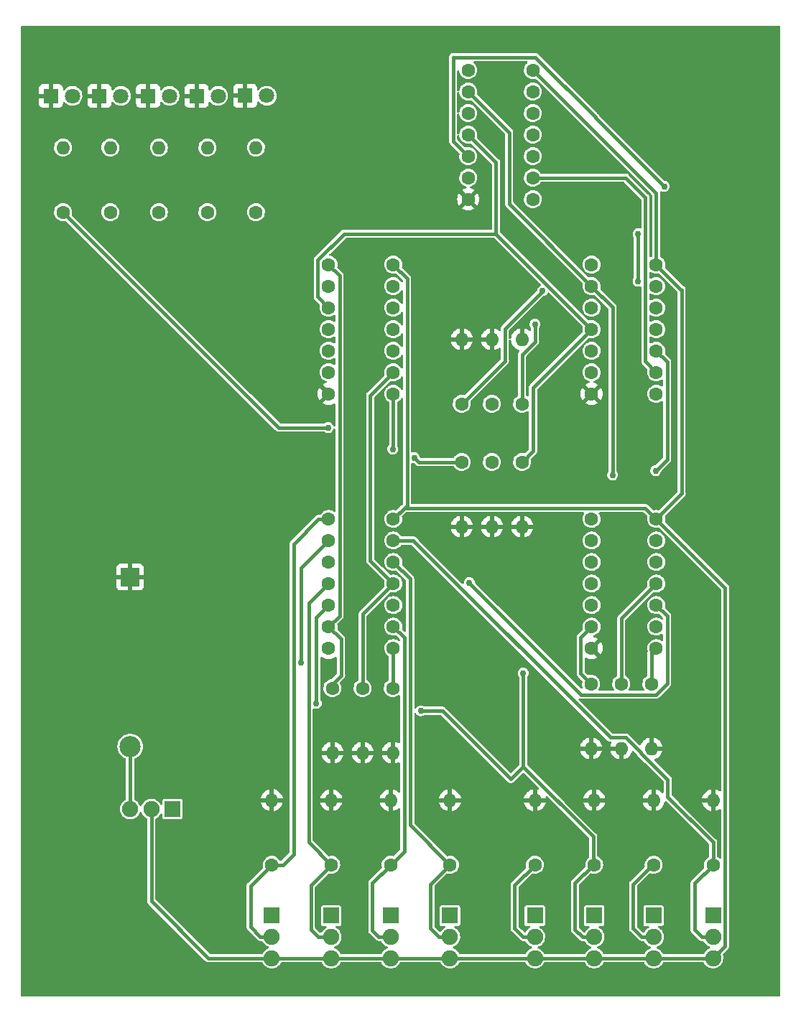
<source format=gtl>
%TF.GenerationSoftware,KiCad,Pcbnew,(6.0.4-0)*%
%TF.CreationDate,2022-06-01T22:19:22+01:00*%
%TF.ProjectId,4-bitAdder,342d6269-7441-4646-9465-722e6b696361,v1.0*%
%TF.SameCoordinates,Original*%
%TF.FileFunction,Copper,L1,Top*%
%TF.FilePolarity,Positive*%
%FSLAX46Y46*%
G04 Gerber Fmt 4.6, Leading zero omitted, Abs format (unit mm)*
G04 Created by KiCad (PCBNEW (6.0.4-0)) date 2022-06-01 22:19:22*
%MOMM*%
%LPD*%
G01*
G04 APERTURE LIST*
%TA.AperFunction,ComponentPad*%
%ADD10C,1.600200*%
%TD*%
%TA.AperFunction,ComponentPad*%
%ADD11C,1.600000*%
%TD*%
%TA.AperFunction,ComponentPad*%
%ADD12O,1.600000X1.600000*%
%TD*%
%TA.AperFunction,ComponentPad*%
%ADD13R,1.800000X1.800000*%
%TD*%
%TA.AperFunction,ComponentPad*%
%ADD14C,1.800000*%
%TD*%
%TA.AperFunction,ComponentPad*%
%ADD15R,2.170000X2.170000*%
%TD*%
%TA.AperFunction,ComponentPad*%
%ADD16C,2.500000*%
%TD*%
%TA.AperFunction,ComponentPad*%
%ADD17R,1.900000X1.900000*%
%TD*%
%TA.AperFunction,ComponentPad*%
%ADD18C,1.900000*%
%TD*%
%TA.AperFunction,ViaPad*%
%ADD19C,0.762000*%
%TD*%
%TA.AperFunction,Conductor*%
%ADD20C,0.452400*%
%TD*%
G04 APERTURE END LIST*
D10*
X107497850Y-83396000D03*
X107497850Y-85936000D03*
X107497850Y-88476000D03*
X107497850Y-91016000D03*
X107497850Y-93556000D03*
X107497850Y-96096000D03*
X107497850Y-98636000D03*
X115117850Y-98636000D03*
X115117850Y-96096000D03*
X115117850Y-93556000D03*
X115117850Y-91016000D03*
X115117850Y-88476000D03*
X115117850Y-85936000D03*
X115117850Y-83396000D03*
D11*
X50780000Y-77216000D03*
D12*
X50780000Y-69596000D03*
D10*
X107497850Y-113396000D03*
X107497850Y-115936000D03*
X107497850Y-118476000D03*
X107497850Y-121016000D03*
X107497850Y-123556000D03*
X107497850Y-126096000D03*
X107497850Y-128636000D03*
X115117850Y-128636000D03*
X115117850Y-126096000D03*
X115117850Y-123556000D03*
X115117850Y-121016000D03*
X115117850Y-118476000D03*
X115117850Y-115936000D03*
X115117850Y-113396000D03*
D13*
X49505000Y-63500000D03*
D14*
X52045000Y-63500000D03*
D13*
X55230000Y-63500000D03*
D14*
X57770000Y-63500000D03*
D11*
X62230000Y-77216000D03*
D12*
X62230000Y-69596000D03*
D15*
X53114000Y-120240300D03*
D16*
X53114000Y-140240300D03*
D17*
X58114000Y-147616000D03*
D18*
X55614000Y-147616000D03*
X53114000Y-147616000D03*
D11*
X107814000Y-154186000D03*
D12*
X107814000Y-146566000D03*
D11*
X76962000Y-133350000D03*
D12*
X76962000Y-140970000D03*
D17*
X76814000Y-160186000D03*
D18*
X76814000Y-162686000D03*
X76814000Y-165186000D03*
D11*
X99314000Y-99822000D03*
D12*
X99314000Y-92202000D03*
D11*
X84074000Y-133350000D03*
D12*
X84074000Y-140970000D03*
D11*
X90814000Y-154186000D03*
D12*
X90814000Y-146566000D03*
D11*
X92202000Y-106680000D03*
D12*
X92202000Y-114300000D03*
D17*
X90814000Y-160186000D03*
D18*
X90814000Y-162686000D03*
X90814000Y-165186000D03*
D11*
X110998000Y-132842000D03*
D12*
X110998000Y-140462000D03*
D11*
X56505000Y-77216000D03*
D12*
X56505000Y-69596000D03*
D11*
X95758000Y-99822000D03*
D12*
X95758000Y-92202000D03*
D11*
X92202000Y-99822000D03*
D12*
X92202000Y-92202000D03*
D10*
X76504800Y-83396000D03*
X76504800Y-85936000D03*
X76504800Y-88476000D03*
X76504800Y-91016000D03*
X76504800Y-93556000D03*
X76504800Y-96096000D03*
X76504800Y-98636000D03*
X84124800Y-98636000D03*
X84124800Y-96096000D03*
X84124800Y-93556000D03*
X84124800Y-91016000D03*
X84124800Y-88476000D03*
X84124800Y-85936000D03*
X84124800Y-83396000D03*
X92964000Y-60452000D03*
X92964000Y-62992000D03*
X92964000Y-65532000D03*
X92964000Y-68072000D03*
X92964000Y-70612000D03*
X92964000Y-73152000D03*
X92964000Y-75692000D03*
X100584000Y-75692000D03*
X100584000Y-73152000D03*
X100584000Y-70612000D03*
X100584000Y-68072000D03*
X100584000Y-65532000D03*
X100584000Y-62992000D03*
X100584000Y-60452000D03*
D13*
X66680000Y-63492000D03*
D14*
X69220000Y-63492000D03*
D13*
X43780000Y-63500000D03*
D14*
X46320000Y-63500000D03*
D11*
X76814000Y-154186000D03*
D12*
X76814000Y-146566000D03*
D17*
X114814000Y-160186000D03*
D18*
X114814000Y-162686000D03*
X114814000Y-165186000D03*
D11*
X45212000Y-77216000D03*
D12*
X45212000Y-69596000D03*
D11*
X107442000Y-132842000D03*
D12*
X107442000Y-140462000D03*
D11*
X80518000Y-133350000D03*
D12*
X80518000Y-140970000D03*
D11*
X114554000Y-132842000D03*
D12*
X114554000Y-140462000D03*
D11*
X114814000Y-154186000D03*
D12*
X114814000Y-146566000D03*
D17*
X83814000Y-160186000D03*
D18*
X83814000Y-162686000D03*
X83814000Y-165186000D03*
D11*
X100814000Y-154186000D03*
D12*
X100814000Y-146566000D03*
D17*
X107814000Y-160186000D03*
D18*
X107814000Y-162686000D03*
X107814000Y-165186000D03*
D11*
X95758000Y-106680000D03*
D12*
X95758000Y-114300000D03*
D11*
X99314000Y-106680000D03*
D12*
X99314000Y-114300000D03*
D17*
X121814000Y-160186000D03*
D18*
X121814000Y-162686000D03*
X121814000Y-165186000D03*
D11*
X121814000Y-154186000D03*
D12*
X121814000Y-146566000D03*
D13*
X60955000Y-63500000D03*
D14*
X63495000Y-63500000D03*
D17*
X69814000Y-160186000D03*
D18*
X69814000Y-162686000D03*
X69814000Y-165186000D03*
D11*
X83814000Y-154186000D03*
D12*
X83814000Y-146566000D03*
D11*
X69814000Y-154186000D03*
D12*
X69814000Y-146566000D03*
D11*
X67945000Y-77216000D03*
D12*
X67945000Y-69596000D03*
D17*
X100814000Y-160186000D03*
D18*
X100814000Y-162686000D03*
X100814000Y-165186000D03*
D10*
X76504800Y-113396000D03*
X76504800Y-115936000D03*
X76504800Y-118476000D03*
X76504800Y-121016000D03*
X76504800Y-123556000D03*
X76504800Y-126096000D03*
X76504800Y-128636000D03*
X84124800Y-128636000D03*
X84124800Y-126096000D03*
X84124800Y-123556000D03*
X84124800Y-121016000D03*
X84124800Y-118476000D03*
X84124800Y-115936000D03*
X84124800Y-113396000D03*
D19*
X93091000Y-120904000D03*
X99441000Y-131572000D03*
X87376000Y-136017000D03*
X75057000Y-135128000D03*
X73250700Y-130302000D03*
X109982000Y-108204000D03*
X116078000Y-74168000D03*
X115062000Y-107696000D03*
X112977339Y-85344000D03*
X112977339Y-79756000D03*
X86614000Y-106172000D03*
X100838000Y-90424000D03*
X101739318Y-86474682D03*
X76454000Y-102616000D03*
X84074000Y-105156000D03*
D20*
X114814000Y-162686000D02*
X113410000Y-162686000D01*
X113410000Y-162686000D02*
X112395000Y-161671000D01*
X112395000Y-161671000D02*
X112395000Y-156464000D01*
X112395000Y-156464000D02*
X114839000Y-154020000D01*
X106425000Y-162686000D02*
X105537000Y-161798000D01*
X105537000Y-161798000D02*
X105537000Y-156337000D01*
X107696000Y-154178000D02*
X107696000Y-150844214D01*
X107814000Y-162686000D02*
X106425000Y-162686000D01*
X105537000Y-156337000D02*
X107696000Y-154178000D01*
X107696000Y-150844214D02*
X99441000Y-142589214D01*
X99441000Y-142589214D02*
X99441000Y-141859000D01*
X100814000Y-162686000D02*
X99440000Y-162686000D01*
X99440000Y-162686000D02*
X98425000Y-161671000D01*
X98425000Y-161671000D02*
X98425000Y-156575000D01*
X98425000Y-156575000D02*
X100822000Y-154178000D01*
X90424000Y-162647000D02*
X89495000Y-162647000D01*
X88519000Y-161671000D02*
X88519000Y-156464000D01*
X89495000Y-162647000D02*
X88519000Y-161671000D01*
X88519000Y-156464000D02*
X90797000Y-154186000D01*
X90797000Y-154186000D02*
X90814000Y-154186000D01*
X83369751Y-162679000D02*
X82415000Y-162679000D01*
X82415000Y-162679000D02*
X81661000Y-161925000D01*
X81661000Y-161925000D02*
X81661000Y-156339000D01*
X81661000Y-156339000D02*
X83814000Y-154186000D01*
X75819000Y-162678000D02*
X75302000Y-162678000D01*
X76814000Y-154199000D02*
X76814000Y-154186000D01*
X75302000Y-162678000D02*
X74422000Y-161798000D01*
X74422000Y-161798000D02*
X74422000Y-156591000D01*
X74422000Y-156591000D02*
X76814000Y-154199000D01*
X90814000Y-154186000D02*
X86110531Y-149482531D01*
X86110531Y-149482531D02*
X86110531Y-120461731D01*
X86110531Y-120461731D02*
X84124800Y-118476000D01*
X83822000Y-154178000D02*
X85404611Y-152595389D01*
X85404611Y-152595389D02*
X85404611Y-127375811D01*
X85404611Y-127375811D02*
X84124800Y-126096000D01*
X76814000Y-154186000D02*
X74168000Y-151540000D01*
X74168000Y-151540000D02*
X74168000Y-123352800D01*
X74168000Y-123352800D02*
X76504800Y-121016000D01*
X84124800Y-121016000D02*
X81407000Y-118298200D01*
X81407000Y-118298200D02*
X81407000Y-98813800D01*
X81407000Y-98813800D02*
X84124800Y-96096000D01*
X123243711Y-163756289D02*
X123243711Y-121521861D01*
X113838039Y-112116189D02*
X85404611Y-112116189D01*
X115117850Y-113396000D02*
X118110000Y-110403850D01*
X115117850Y-74985850D02*
X100584000Y-60452000D01*
X55614000Y-147616000D02*
X55614000Y-158484000D01*
X118110000Y-86360000D02*
X118081850Y-86360000D01*
X115117850Y-83396000D02*
X115117850Y-74985850D01*
X118081850Y-86360000D02*
X115117850Y-83396000D01*
X84124800Y-83396000D02*
X85753289Y-85024489D01*
X115117850Y-113396000D02*
X113838039Y-112116189D01*
X62316000Y-165186000D02*
X121814000Y-165186000D01*
X55614000Y-158484000D02*
X62316000Y-165186000D01*
X121814000Y-165186000D02*
X123243711Y-163756289D01*
X85753289Y-111767511D02*
X84124800Y-113396000D01*
X123243711Y-121521861D02*
X115117850Y-113396000D01*
X85753289Y-85024489D02*
X85753289Y-111767511D01*
X118110000Y-110403850D02*
X118110000Y-86360000D01*
X85404611Y-112116189D02*
X84124800Y-113396000D01*
X53114000Y-147616000D02*
X53114000Y-140240300D01*
X120470498Y-162686000D02*
X119634000Y-161849502D01*
X121814000Y-162686000D02*
X120470498Y-162686000D01*
X119634000Y-156366000D02*
X121814000Y-154186000D01*
X121814000Y-154186000D02*
X121814000Y-151532000D01*
X109718289Y-139182289D02*
X86472000Y-115936000D01*
X114087497Y-141741711D02*
X114023925Y-141741711D01*
X119634000Y-161849502D02*
X119634000Y-156366000D01*
X113274289Y-140928503D02*
X111528075Y-139182289D01*
X111528075Y-139182289D02*
X109718289Y-139182289D01*
X86472000Y-115936000D02*
X84124800Y-115936000D01*
X116468711Y-146186711D02*
X116468711Y-144122925D01*
X121814000Y-151532000D02*
X116468711Y-146186711D01*
X114023925Y-141741711D02*
X113274289Y-140992075D01*
X113274289Y-140992075D02*
X113274289Y-140928503D01*
X116468711Y-144122925D02*
X114087497Y-141741711D01*
X106308711Y-134121711D02*
X93091000Y-120904000D01*
X115117850Y-123556000D02*
X116397661Y-124835811D01*
X115084075Y-134121711D02*
X106308711Y-134121711D01*
X116397661Y-132808125D02*
X115084075Y-134121711D01*
X116397661Y-124835811D02*
X116397661Y-132808125D01*
X99441000Y-142621000D02*
X99441000Y-141859000D01*
X99441000Y-131699000D02*
X99441000Y-141859000D01*
X89916000Y-136017000D02*
X97980500Y-144081500D01*
X87376000Y-136017000D02*
X89916000Y-136017000D01*
X97980500Y-144081500D02*
X99441000Y-142621000D01*
X75057000Y-135128000D02*
X75057000Y-125003800D01*
X75057000Y-125003800D02*
X76504800Y-123556000D01*
X73250700Y-119190100D02*
X76504800Y-115936000D01*
X73250700Y-130302000D02*
X73250700Y-119190100D01*
X67310000Y-156690000D02*
X69814000Y-154186000D01*
X72390000Y-152908000D02*
X72390000Y-116332000D01*
X75326000Y-113396000D02*
X76504800Y-113396000D01*
X69814000Y-154186000D02*
X71112000Y-154186000D01*
X68470498Y-162686000D02*
X67310000Y-161525502D01*
X72390000Y-116332000D02*
X75326000Y-113396000D01*
X71112000Y-154186000D02*
X72390000Y-152908000D01*
X69814000Y-162686000D02*
X68470498Y-162686000D01*
X67310000Y-161525502D02*
X67310000Y-156690000D01*
X97790000Y-67818000D02*
X92964000Y-62992000D01*
X97790000Y-76228150D02*
X97790000Y-67818000D01*
X106218039Y-127375811D02*
X107497850Y-126096000D01*
X109982000Y-108204000D02*
X109982000Y-88420150D01*
X107497850Y-85936000D02*
X97790000Y-76228150D01*
X107442000Y-132842000D02*
X106218039Y-131618039D01*
X109982000Y-88420150D02*
X107497850Y-85936000D01*
X106218039Y-131618039D02*
X106218039Y-127375811D01*
X107950000Y-66040000D02*
X116078000Y-74168000D01*
X107950000Y-66008073D02*
X107950000Y-66040000D01*
X114554000Y-132842000D02*
X114554000Y-129199850D01*
X100869927Y-58928000D02*
X107950000Y-66008073D01*
X114554000Y-129199850D02*
X115117850Y-128636000D01*
X91186000Y-68834000D02*
X91186000Y-58928000D01*
X92964000Y-70612000D02*
X91186000Y-68834000D01*
X91186000Y-58928000D02*
X100869927Y-58928000D01*
X115062000Y-107696000D02*
X116397661Y-106360339D01*
X110998000Y-125135850D02*
X115117850Y-121016000D01*
X116397661Y-106360339D02*
X116397661Y-94835811D01*
X112977339Y-79756000D02*
X112977339Y-85344000D01*
X116397661Y-94835811D02*
X115117850Y-93556000D01*
X110998000Y-132842000D02*
X110998000Y-125135850D01*
X107497850Y-91016000D02*
X96237850Y-79756000D01*
X75224989Y-82865884D02*
X75224989Y-87196189D01*
X92964000Y-68072000D02*
X96237850Y-71345850D01*
X75224989Y-87196189D02*
X76504800Y-88476000D01*
X99314000Y-106680000D02*
X100593711Y-105400289D01*
X100593711Y-105400289D02*
X100593711Y-97920139D01*
X96237850Y-71345850D02*
X96237850Y-79756000D01*
X96237850Y-79756000D02*
X78334873Y-79756000D01*
X100593711Y-97920139D02*
X107497850Y-91016000D01*
X78334873Y-79756000D02*
X75224989Y-82865884D01*
X86614000Y-106172000D02*
X87122000Y-106680000D01*
X113838039Y-75484039D02*
X111506000Y-73152000D01*
X87122000Y-106680000D02*
X92202000Y-106680000D01*
X115117850Y-96096000D02*
X113838039Y-94816189D01*
X113838039Y-94816189D02*
X113838039Y-75484039D01*
X111506000Y-73152000D02*
X100584000Y-73152000D01*
X100838000Y-92487786D02*
X100838000Y-90424000D01*
X99314000Y-99822000D02*
X99314000Y-94011786D01*
X99314000Y-94011786D02*
X100838000Y-92487786D01*
X97282000Y-90932000D02*
X101346000Y-86868000D01*
X97282000Y-94742000D02*
X97282000Y-90932000D01*
X92202000Y-99822000D02*
X97282000Y-94742000D01*
X101346000Y-86868000D02*
X101739318Y-86474682D01*
X77978000Y-127569200D02*
X77978000Y-131826000D01*
X76504800Y-126096000D02*
X77784611Y-124816189D01*
X77784611Y-124816189D02*
X77784611Y-84675811D01*
X77784611Y-84675811D02*
X76504800Y-83396000D01*
X76504800Y-126096000D02*
X77978000Y-127569200D01*
X77978000Y-131826000D02*
X76454000Y-133350000D01*
X84074000Y-128686800D02*
X84124800Y-128636000D01*
X84074000Y-133350000D02*
X84074000Y-128686800D01*
X80518000Y-124622800D02*
X84124800Y-121016000D01*
X80518000Y-133350000D02*
X80518000Y-124622800D01*
X84074000Y-105156000D02*
X84124800Y-105105200D01*
X84124800Y-105105200D02*
X84124800Y-98636000D01*
X70612000Y-102616000D02*
X76454000Y-102616000D01*
X45212000Y-77216000D02*
X70612000Y-102616000D01*
%TA.AperFunction,Conductor*%
G36*
X129687621Y-55274502D02*
G01*
X129734114Y-55328158D01*
X129745500Y-55380500D01*
X129745500Y-169619500D01*
X129725498Y-169687621D01*
X129671842Y-169734114D01*
X129619500Y-169745500D01*
X40380500Y-169745500D01*
X40312379Y-169725498D01*
X40265886Y-169671842D01*
X40254500Y-169619500D01*
X40254500Y-121369969D01*
X51521001Y-121369969D01*
X51521371Y-121376790D01*
X51526895Y-121427652D01*
X51530521Y-121442904D01*
X51575676Y-121563354D01*
X51584214Y-121578949D01*
X51660715Y-121681024D01*
X51673276Y-121693585D01*
X51775351Y-121770086D01*
X51790946Y-121778624D01*
X51911394Y-121823778D01*
X51926649Y-121827405D01*
X51977514Y-121832931D01*
X51984328Y-121833300D01*
X52841885Y-121833300D01*
X52857124Y-121828825D01*
X52858329Y-121827435D01*
X52860000Y-121819752D01*
X52860000Y-121815184D01*
X53368000Y-121815184D01*
X53372475Y-121830423D01*
X53373865Y-121831628D01*
X53381548Y-121833299D01*
X54243669Y-121833299D01*
X54250490Y-121832929D01*
X54301352Y-121827405D01*
X54316604Y-121823779D01*
X54437054Y-121778624D01*
X54452649Y-121770086D01*
X54554724Y-121693585D01*
X54567285Y-121681024D01*
X54643786Y-121578949D01*
X54652324Y-121563354D01*
X54697478Y-121442906D01*
X54701105Y-121427651D01*
X54706631Y-121376786D01*
X54707000Y-121369972D01*
X54707000Y-120512415D01*
X54702525Y-120497176D01*
X54701135Y-120495971D01*
X54693452Y-120494300D01*
X53386115Y-120494300D01*
X53370876Y-120498775D01*
X53369671Y-120500165D01*
X53368000Y-120507848D01*
X53368000Y-121815184D01*
X52860000Y-121815184D01*
X52860000Y-120512415D01*
X52855525Y-120497176D01*
X52854135Y-120495971D01*
X52846452Y-120494300D01*
X51539116Y-120494300D01*
X51523877Y-120498775D01*
X51522672Y-120500165D01*
X51521001Y-120507848D01*
X51521001Y-121369969D01*
X40254500Y-121369969D01*
X40254500Y-119968185D01*
X51521000Y-119968185D01*
X51525475Y-119983424D01*
X51526865Y-119984629D01*
X51534548Y-119986300D01*
X52841885Y-119986300D01*
X52857124Y-119981825D01*
X52858329Y-119980435D01*
X52860000Y-119972752D01*
X52860000Y-119968185D01*
X53368000Y-119968185D01*
X53372475Y-119983424D01*
X53373865Y-119984629D01*
X53381548Y-119986300D01*
X54688884Y-119986300D01*
X54704123Y-119981825D01*
X54705328Y-119980435D01*
X54706999Y-119972752D01*
X54706999Y-119110631D01*
X54706629Y-119103810D01*
X54701105Y-119052948D01*
X54697479Y-119037696D01*
X54652324Y-118917246D01*
X54643786Y-118901651D01*
X54567285Y-118799576D01*
X54554724Y-118787015D01*
X54452649Y-118710514D01*
X54437054Y-118701976D01*
X54316606Y-118656822D01*
X54301351Y-118653195D01*
X54250486Y-118647669D01*
X54243672Y-118647300D01*
X53386115Y-118647300D01*
X53370876Y-118651775D01*
X53369671Y-118653165D01*
X53368000Y-118660848D01*
X53368000Y-119968185D01*
X52860000Y-119968185D01*
X52860000Y-118665416D01*
X52855525Y-118650177D01*
X52854135Y-118648972D01*
X52846452Y-118647301D01*
X51984331Y-118647301D01*
X51977510Y-118647671D01*
X51926648Y-118653195D01*
X51911396Y-118656821D01*
X51790946Y-118701976D01*
X51775351Y-118710514D01*
X51673276Y-118787015D01*
X51660715Y-118799576D01*
X51584214Y-118901651D01*
X51575676Y-118917246D01*
X51530522Y-119037694D01*
X51526895Y-119052949D01*
X51521369Y-119103814D01*
X51521000Y-119110628D01*
X51521000Y-119968185D01*
X40254500Y-119968185D01*
X40254500Y-77201206D01*
X44152501Y-77201206D01*
X44169806Y-77407278D01*
X44226807Y-77606066D01*
X44229625Y-77611548D01*
X44229626Y-77611552D01*
X44318514Y-77784509D01*
X44318517Y-77784513D01*
X44321334Y-77789995D01*
X44449786Y-77952061D01*
X44607271Y-78086091D01*
X44787789Y-78186980D01*
X44984466Y-78250884D01*
X45189809Y-78275370D01*
X45195944Y-78274898D01*
X45195946Y-78274898D01*
X45389856Y-78259977D01*
X45389860Y-78259976D01*
X45395998Y-78259504D01*
X45465556Y-78240083D01*
X45536545Y-78241029D01*
X45588534Y-78272346D01*
X70224038Y-102907850D01*
X70231113Y-102916703D01*
X70231556Y-102916326D01*
X70237371Y-102923159D01*
X70242164Y-102930755D01*
X70248895Y-102936700D01*
X70248898Y-102936703D01*
X70280141Y-102964295D01*
X70285829Y-102969641D01*
X70296500Y-102980312D01*
X70304201Y-102986084D01*
X70312028Y-102992457D01*
X70345371Y-103021904D01*
X70353498Y-103025719D01*
X70358383Y-103028928D01*
X70366480Y-103033794D01*
X70371601Y-103036598D01*
X70378782Y-103041980D01*
X70387187Y-103045131D01*
X70387189Y-103045132D01*
X70420430Y-103057593D01*
X70429737Y-103061514D01*
X70470012Y-103080423D01*
X70478881Y-103081804D01*
X70484444Y-103083505D01*
X70493611Y-103085910D01*
X70499312Y-103087163D01*
X70507715Y-103090313D01*
X70548712Y-103093360D01*
X70552060Y-103093609D01*
X70562105Y-103094762D01*
X70574552Y-103096700D01*
X70588988Y-103096700D01*
X70598326Y-103097047D01*
X70636080Y-103099853D01*
X70636082Y-103099853D01*
X70645031Y-103100518D01*
X70653805Y-103098645D01*
X70662769Y-103098034D01*
X70662775Y-103098119D01*
X70676217Y-103096700D01*
X75989228Y-103096700D01*
X76057349Y-103116702D01*
X76074026Y-103129505D01*
X76083163Y-103137819D01*
X76089840Y-103141444D01*
X76089841Y-103141445D01*
X76110427Y-103152622D01*
X76218338Y-103211213D01*
X76367119Y-103250245D01*
X76446938Y-103251499D01*
X76513318Y-103252542D01*
X76513321Y-103252542D01*
X76520916Y-103252661D01*
X76528320Y-103250965D01*
X76528322Y-103250965D01*
X76583589Y-103238307D01*
X76670849Y-103218322D01*
X76692187Y-103207590D01*
X76801481Y-103152622D01*
X76801484Y-103152620D01*
X76808264Y-103149210D01*
X76925226Y-103049314D01*
X77014983Y-102924403D01*
X77018079Y-102916703D01*
X77061004Y-102809924D01*
X77104971Y-102754180D01*
X77172096Y-102731055D01*
X77241067Y-102747892D01*
X77289987Y-102799345D01*
X77303911Y-102856921D01*
X77303911Y-112420561D01*
X77283909Y-112488682D01*
X77230253Y-112535175D01*
X77159979Y-112545279D01*
X77108779Y-112522559D01*
X77107239Y-112524842D01*
X77102122Y-112521391D01*
X77097378Y-112517466D01*
X77091961Y-112514537D01*
X77091958Y-112514535D01*
X76920871Y-112422029D01*
X76920866Y-112422027D01*
X76915451Y-112419099D01*
X76717883Y-112357941D01*
X76711758Y-112357297D01*
X76711757Y-112357297D01*
X76518327Y-112336967D01*
X76518325Y-112336967D01*
X76512198Y-112336323D01*
X76425203Y-112344240D01*
X76312370Y-112354508D01*
X76312367Y-112354509D01*
X76306231Y-112355067D01*
X76107828Y-112413460D01*
X76102370Y-112416313D01*
X76102366Y-112416315D01*
X76001837Y-112468871D01*
X75924546Y-112509278D01*
X75919748Y-112513136D01*
X75919746Y-112513137D01*
X75879770Y-112545279D01*
X75763365Y-112638871D01*
X75630425Y-112797303D01*
X75627461Y-112802695D01*
X75627458Y-112802699D01*
X75601454Y-112850001D01*
X75551108Y-112900060D01*
X75491039Y-112915300D01*
X75393958Y-112915300D01*
X75382698Y-112914042D01*
X75382651Y-112914622D01*
X75373704Y-112913902D01*
X75364948Y-112911921D01*
X75321411Y-112914622D01*
X75314383Y-112915058D01*
X75306581Y-112915300D01*
X75291484Y-112915300D01*
X75283234Y-112916481D01*
X75281964Y-112916663D01*
X75271914Y-112917692D01*
X75236476Y-112919891D01*
X75236475Y-112919891D01*
X75227518Y-112920447D01*
X75219078Y-112923494D01*
X75213353Y-112924680D01*
X75204176Y-112926969D01*
X75198581Y-112928605D01*
X75189696Y-112929877D01*
X75181530Y-112933590D01*
X75181523Y-112933592D01*
X75149204Y-112948287D01*
X75139836Y-112952101D01*
X75106446Y-112964155D01*
X75106444Y-112964156D01*
X75098004Y-112967203D01*
X75090758Y-112972496D01*
X75085613Y-112975232D01*
X75077431Y-112980013D01*
X75072518Y-112983155D01*
X75064350Y-112986869D01*
X75057552Y-112992726D01*
X75057551Y-112992727D01*
X75030651Y-113015905D01*
X75022744Y-113022183D01*
X75012573Y-113029614D01*
X75002382Y-113039805D01*
X74995534Y-113046163D01*
X74966839Y-113070888D01*
X74966835Y-113070892D01*
X74960037Y-113076750D01*
X74955157Y-113084279D01*
X74949252Y-113091048D01*
X74949188Y-113090992D01*
X74940682Y-113101505D01*
X72098150Y-115944037D01*
X72089297Y-115951112D01*
X72089674Y-115951555D01*
X72082837Y-115957374D01*
X72075245Y-115962164D01*
X72069304Y-115968891D01*
X72069297Y-115968897D01*
X72041705Y-116000140D01*
X72036359Y-116005828D01*
X72025687Y-116016500D01*
X72023005Y-116020079D01*
X72023002Y-116020082D01*
X72019916Y-116024200D01*
X72013534Y-116032038D01*
X71990038Y-116058642D01*
X71990036Y-116058645D01*
X71984096Y-116065371D01*
X71980280Y-116073499D01*
X71977078Y-116078374D01*
X71972196Y-116086498D01*
X71969401Y-116091603D01*
X71964020Y-116098783D01*
X71960870Y-116107186D01*
X71948409Y-116140426D01*
X71944482Y-116149746D01*
X71925577Y-116190012D01*
X71924196Y-116198884D01*
X71922486Y-116204477D01*
X71920092Y-116213604D01*
X71918838Y-116219308D01*
X71915686Y-116227715D01*
X71915021Y-116236667D01*
X71915020Y-116236670D01*
X71912389Y-116272074D01*
X71911237Y-116282112D01*
X71909300Y-116294552D01*
X71909300Y-116308974D01*
X71908953Y-116318312D01*
X71905481Y-116365031D01*
X71907354Y-116373805D01*
X71907965Y-116382769D01*
X71907881Y-116382775D01*
X71909300Y-116396222D01*
X71909300Y-152656698D01*
X71889298Y-152724819D01*
X71872399Y-152745789D01*
X70949790Y-153668397D01*
X70887480Y-153702421D01*
X70860697Y-153705300D01*
X70828462Y-153705300D01*
X70760341Y-153685298D01*
X70717210Y-153638453D01*
X70699458Y-153605066D01*
X70696565Y-153599625D01*
X70582215Y-153459417D01*
X70569758Y-153444143D01*
X70569755Y-153444140D01*
X70565863Y-153439368D01*
X70558966Y-153433662D01*
X70411271Y-153311478D01*
X70411266Y-153311475D01*
X70406522Y-153307550D01*
X70401103Y-153304620D01*
X70401100Y-153304618D01*
X70230032Y-153212122D01*
X70230027Y-153212120D01*
X70224612Y-153209192D01*
X70027063Y-153148040D01*
X70020938Y-153147396D01*
X70020937Y-153147396D01*
X69827526Y-153127068D01*
X69827524Y-153127068D01*
X69821397Y-153126424D01*
X69695229Y-153137906D01*
X69621591Y-153144607D01*
X69621590Y-153144607D01*
X69615450Y-153145166D01*
X69417066Y-153203554D01*
X69411601Y-153206411D01*
X69239261Y-153296508D01*
X69239257Y-153296511D01*
X69233801Y-153299363D01*
X69229001Y-153303223D01*
X69229000Y-153303223D01*
X69227265Y-153304618D01*
X69072635Y-153428943D01*
X68939708Y-153587360D01*
X68840082Y-153768578D01*
X68777553Y-153965696D01*
X68776867Y-153971813D01*
X68776867Y-153971815D01*
X68754501Y-154171206D01*
X68771806Y-154377278D01*
X68782518Y-154414634D01*
X68789478Y-154438908D01*
X68789027Y-154509903D01*
X68757454Y-154562733D01*
X67018150Y-156302037D01*
X67009297Y-156309112D01*
X67009674Y-156309555D01*
X67002837Y-156315374D01*
X66995245Y-156320164D01*
X66989304Y-156326891D01*
X66989297Y-156326897D01*
X66961705Y-156358140D01*
X66956359Y-156363828D01*
X66945687Y-156374500D01*
X66943005Y-156378079D01*
X66943002Y-156378082D01*
X66939916Y-156382200D01*
X66933534Y-156390038D01*
X66910038Y-156416642D01*
X66910036Y-156416645D01*
X66904096Y-156423371D01*
X66900280Y-156431499D01*
X66897078Y-156436374D01*
X66892196Y-156444498D01*
X66889401Y-156449603D01*
X66884020Y-156456783D01*
X66880870Y-156465186D01*
X66868409Y-156498426D01*
X66864482Y-156507746D01*
X66854876Y-156528207D01*
X66845577Y-156548012D01*
X66844196Y-156556884D01*
X66842486Y-156562477D01*
X66840092Y-156571604D01*
X66838838Y-156577308D01*
X66835686Y-156585715D01*
X66835021Y-156594667D01*
X66835020Y-156594670D01*
X66832389Y-156630074D01*
X66831237Y-156640112D01*
X66829300Y-156652552D01*
X66829300Y-156666974D01*
X66828953Y-156676312D01*
X66825481Y-156723031D01*
X66827354Y-156731805D01*
X66827965Y-156740769D01*
X66827881Y-156740775D01*
X66829300Y-156754222D01*
X66829300Y-161457544D01*
X66828042Y-161468804D01*
X66828622Y-161468851D01*
X66827902Y-161477798D01*
X66825921Y-161486554D01*
X66828378Y-161526154D01*
X66829058Y-161537119D01*
X66829300Y-161544921D01*
X66829300Y-161560018D01*
X66829936Y-161564458D01*
X66830663Y-161569538D01*
X66831692Y-161579588D01*
X66833467Y-161608185D01*
X66834447Y-161623984D01*
X66837494Y-161632424D01*
X66838680Y-161638149D01*
X66840969Y-161647326D01*
X66842605Y-161652921D01*
X66843877Y-161661806D01*
X66847590Y-161669972D01*
X66847592Y-161669979D01*
X66862287Y-161702298D01*
X66866101Y-161711666D01*
X66871389Y-161726312D01*
X66881203Y-161753498D01*
X66886496Y-161760744D01*
X66889232Y-161765889D01*
X66894010Y-161774065D01*
X66897153Y-161778979D01*
X66900869Y-161787152D01*
X66929914Y-161820861D01*
X66936182Y-161828756D01*
X66943614Y-161838928D01*
X66953799Y-161849113D01*
X66960157Y-161855961D01*
X66984886Y-161884661D01*
X66984891Y-161884666D01*
X66990750Y-161891465D01*
X66998284Y-161896348D01*
X67005046Y-161902247D01*
X67004990Y-161902311D01*
X67015505Y-161910819D01*
X68082535Y-162977850D01*
X68089610Y-162986703D01*
X68090053Y-162986326D01*
X68095872Y-162993163D01*
X68100662Y-163000755D01*
X68107389Y-163006696D01*
X68107395Y-163006703D01*
X68138638Y-163034295D01*
X68144326Y-163039641D01*
X68154998Y-163050313D01*
X68158577Y-163052995D01*
X68158580Y-163052998D01*
X68162698Y-163056084D01*
X68170536Y-163062466D01*
X68197140Y-163085962D01*
X68197143Y-163085964D01*
X68203869Y-163091904D01*
X68211997Y-163095720D01*
X68216872Y-163098922D01*
X68224996Y-163103804D01*
X68230101Y-163106599D01*
X68237281Y-163111980D01*
X68245684Y-163115130D01*
X68278924Y-163127591D01*
X68288244Y-163131518D01*
X68313601Y-163143423D01*
X68328510Y-163150423D01*
X68337382Y-163151804D01*
X68342975Y-163153514D01*
X68352102Y-163155908D01*
X68357806Y-163157162D01*
X68366213Y-163160314D01*
X68375165Y-163160979D01*
X68375168Y-163160980D01*
X68403904Y-163163115D01*
X68410574Y-163163611D01*
X68420610Y-163164763D01*
X68433050Y-163166700D01*
X68447472Y-163166700D01*
X68456810Y-163167047D01*
X68494578Y-163169854D01*
X68494579Y-163169854D01*
X68503529Y-163170519D01*
X68512303Y-163168646D01*
X68521267Y-163168035D01*
X68521273Y-163168119D01*
X68534720Y-163166700D01*
X68628521Y-163166700D01*
X68696642Y-163186702D01*
X68742947Y-163239948D01*
X68766404Y-163290830D01*
X68894167Y-163471611D01*
X69052736Y-163626082D01*
X69057532Y-163629287D01*
X69057535Y-163629289D01*
X69171614Y-163705514D01*
X69236800Y-163749070D01*
X69242103Y-163751348D01*
X69242106Y-163751350D01*
X69404862Y-163821275D01*
X69459555Y-163866543D01*
X69481092Y-163934194D01*
X69462635Y-164002750D01*
X69410044Y-164050444D01*
X69398735Y-164055255D01*
X69363628Y-164068207D01*
X69293228Y-164094179D01*
X69102980Y-164207365D01*
X68936544Y-164353325D01*
X68932977Y-164357850D01*
X68932972Y-164357855D01*
X68838735Y-164477395D01*
X68799494Y-164527172D01*
X68796805Y-164532283D01*
X68796803Y-164532286D01*
X68741201Y-164637968D01*
X68691782Y-164688940D01*
X68629693Y-164705300D01*
X62567303Y-164705300D01*
X62499182Y-164685298D01*
X62478208Y-164668395D01*
X56131605Y-158321792D01*
X56097579Y-158259480D01*
X56094700Y-158232697D01*
X56094700Y-148801264D01*
X56114702Y-148733143D01*
X56159134Y-148691330D01*
X56294112Y-148615739D01*
X56294116Y-148615736D01*
X56299159Y-148612912D01*
X56469359Y-148471359D01*
X56610912Y-148301159D01*
X56673568Y-148189279D01*
X56724304Y-148139619D01*
X56793835Y-148125272D01*
X56860086Y-148150793D01*
X56902022Y-148208082D01*
X56909501Y-148250846D01*
X56909501Y-148591066D01*
X56924266Y-148665301D01*
X56931161Y-148675620D01*
X56931162Y-148675622D01*
X56939275Y-148687763D01*
X56980516Y-148749484D01*
X57064699Y-148805734D01*
X57138933Y-148820500D01*
X58113842Y-148820500D01*
X59089066Y-148820499D01*
X59124818Y-148813388D01*
X59151126Y-148808156D01*
X59151128Y-148808155D01*
X59163301Y-148805734D01*
X59173621Y-148798839D01*
X59173622Y-148798838D01*
X59237168Y-148756377D01*
X59247484Y-148749484D01*
X59303734Y-148665301D01*
X59318500Y-148591067D01*
X59318499Y-146832522D01*
X68531273Y-146832522D01*
X68578764Y-147009761D01*
X68582510Y-147020053D01*
X68674586Y-147217511D01*
X68680069Y-147227007D01*
X68805028Y-147405467D01*
X68812084Y-147413875D01*
X68966125Y-147567916D01*
X68974533Y-147574972D01*
X69152993Y-147699931D01*
X69162489Y-147705414D01*
X69359947Y-147797490D01*
X69370239Y-147801236D01*
X69542503Y-147847394D01*
X69556599Y-147847058D01*
X69560000Y-147839116D01*
X69560000Y-147833967D01*
X70068000Y-147833967D01*
X70071973Y-147847498D01*
X70080522Y-147848727D01*
X70257761Y-147801236D01*
X70268053Y-147797490D01*
X70465511Y-147705414D01*
X70475007Y-147699931D01*
X70653467Y-147574972D01*
X70661875Y-147567916D01*
X70815916Y-147413875D01*
X70822972Y-147405467D01*
X70947931Y-147227007D01*
X70953414Y-147217511D01*
X71045490Y-147020053D01*
X71049236Y-147009761D01*
X71095394Y-146837497D01*
X71095058Y-146823401D01*
X71087116Y-146820000D01*
X70086115Y-146820000D01*
X70070876Y-146824475D01*
X70069671Y-146825865D01*
X70068000Y-146833548D01*
X70068000Y-147833967D01*
X69560000Y-147833967D01*
X69560000Y-146838115D01*
X69555525Y-146822876D01*
X69554135Y-146821671D01*
X69546452Y-146820000D01*
X68546033Y-146820000D01*
X68532502Y-146823973D01*
X68531273Y-146832522D01*
X59318499Y-146832522D01*
X59318499Y-146640934D01*
X59303734Y-146566699D01*
X59284682Y-146538185D01*
X59254377Y-146492832D01*
X59247484Y-146482516D01*
X59163301Y-146426266D01*
X59089067Y-146411500D01*
X58114158Y-146411500D01*
X57138934Y-146411501D01*
X57103182Y-146418612D01*
X57076874Y-146423844D01*
X57076872Y-146423845D01*
X57064699Y-146426266D01*
X57054379Y-146433161D01*
X57054378Y-146433162D01*
X57019969Y-146456154D01*
X56980516Y-146482516D01*
X56924266Y-146566699D01*
X56909500Y-146640933D01*
X56909500Y-146979102D01*
X56889498Y-147047223D01*
X56835842Y-147093716D01*
X56765568Y-147103820D01*
X56700988Y-147074326D01*
X56670494Y-147034830D01*
X56647960Y-146989134D01*
X56647957Y-146989130D01*
X56645405Y-146983954D01*
X56512953Y-146806579D01*
X56505085Y-146799306D01*
X56354634Y-146660231D01*
X56354632Y-146660229D01*
X56350394Y-146656312D01*
X56163174Y-146538185D01*
X55957562Y-146456154D01*
X55951905Y-146455029D01*
X55951899Y-146455027D01*
X55746111Y-146414094D01*
X55746109Y-146414094D01*
X55740444Y-146412967D01*
X55734669Y-146412891D01*
X55734665Y-146412891D01*
X55623341Y-146411434D01*
X55519091Y-146410069D01*
X55513394Y-146411048D01*
X55513393Y-146411048D01*
X55384697Y-146433162D01*
X55300917Y-146447558D01*
X55093228Y-146524179D01*
X55088267Y-146527131D01*
X55088266Y-146527131D01*
X55001298Y-146578872D01*
X54902980Y-146637365D01*
X54736544Y-146783325D01*
X54732977Y-146787850D01*
X54732972Y-146787855D01*
X54703008Y-146825865D01*
X54599494Y-146957172D01*
X54596805Y-146962283D01*
X54596803Y-146962286D01*
X54558636Y-147034830D01*
X54496420Y-147153083D01*
X54494707Y-147158601D01*
X54494704Y-147158608D01*
X54485576Y-147188003D01*
X54446273Y-147247128D01*
X54381243Y-147275618D01*
X54311134Y-147264428D01*
X54258204Y-147217110D01*
X54247655Y-147193178D01*
X54246952Y-147193448D01*
X54244884Y-147188061D01*
X54243315Y-147182497D01*
X54145405Y-146983954D01*
X54012953Y-146806579D01*
X54005085Y-146799306D01*
X53854634Y-146660231D01*
X53854632Y-146660229D01*
X53850394Y-146656312D01*
X53663174Y-146538185D01*
X53662344Y-146537854D01*
X53611882Y-146490195D01*
X53594700Y-146426676D01*
X53594700Y-146294503D01*
X68532606Y-146294503D01*
X68532942Y-146308599D01*
X68540884Y-146312000D01*
X69541885Y-146312000D01*
X69557124Y-146307525D01*
X69558329Y-146306135D01*
X69560000Y-146298452D01*
X69560000Y-146293885D01*
X70068000Y-146293885D01*
X70072475Y-146309124D01*
X70073865Y-146310329D01*
X70081548Y-146312000D01*
X71081967Y-146312000D01*
X71095498Y-146308027D01*
X71096727Y-146299478D01*
X71049236Y-146122239D01*
X71045490Y-146111947D01*
X70953414Y-145914489D01*
X70947931Y-145904993D01*
X70822972Y-145726533D01*
X70815916Y-145718125D01*
X70661875Y-145564084D01*
X70653467Y-145557028D01*
X70475007Y-145432069D01*
X70465511Y-145426586D01*
X70268053Y-145334510D01*
X70257761Y-145330764D01*
X70085497Y-145284606D01*
X70071401Y-145284942D01*
X70068000Y-145292884D01*
X70068000Y-146293885D01*
X69560000Y-146293885D01*
X69560000Y-145298033D01*
X69556027Y-145284502D01*
X69547478Y-145283273D01*
X69370239Y-145330764D01*
X69359947Y-145334510D01*
X69162489Y-145426586D01*
X69152993Y-145432069D01*
X68974533Y-145557028D01*
X68966125Y-145564084D01*
X68812084Y-145718125D01*
X68805028Y-145726533D01*
X68680069Y-145904993D01*
X68674586Y-145914489D01*
X68582510Y-146111947D01*
X68578764Y-146122239D01*
X68532606Y-146294503D01*
X53594700Y-146294503D01*
X53594700Y-141753837D01*
X53614702Y-141685716D01*
X53672481Y-141637429D01*
X53772665Y-141595931D01*
X53794567Y-141586859D01*
X53794571Y-141586857D01*
X53799141Y-141584964D01*
X54001057Y-141461230D01*
X54181132Y-141307432D01*
X54334930Y-141127357D01*
X54458664Y-140925441D01*
X54513477Y-140793113D01*
X54547395Y-140711227D01*
X54547396Y-140711225D01*
X54549289Y-140706654D01*
X54571275Y-140615077D01*
X54603417Y-140481196D01*
X54603418Y-140481190D01*
X54604572Y-140476383D01*
X54623152Y-140240300D01*
X54604572Y-140004217D01*
X54595898Y-139968084D01*
X54550444Y-139778758D01*
X54549289Y-139773946D01*
X54533059Y-139734764D01*
X54460559Y-139559733D01*
X54460557Y-139559729D01*
X54458664Y-139555159D01*
X54334930Y-139353243D01*
X54181132Y-139173168D01*
X54001057Y-139019370D01*
X53799141Y-138895636D01*
X53794571Y-138893743D01*
X53794567Y-138893741D01*
X53584927Y-138806905D01*
X53584925Y-138806904D01*
X53580354Y-138805011D01*
X53461118Y-138776385D01*
X53354896Y-138750883D01*
X53354890Y-138750882D01*
X53350083Y-138749728D01*
X53114000Y-138731148D01*
X52877917Y-138749728D01*
X52873110Y-138750882D01*
X52873104Y-138750883D01*
X52766882Y-138776385D01*
X52647646Y-138805011D01*
X52643075Y-138806904D01*
X52643073Y-138806905D01*
X52433433Y-138893741D01*
X52433429Y-138893743D01*
X52428859Y-138895636D01*
X52226943Y-139019370D01*
X52046868Y-139173168D01*
X51893070Y-139353243D01*
X51769336Y-139555159D01*
X51767443Y-139559729D01*
X51767441Y-139559733D01*
X51694941Y-139734764D01*
X51678711Y-139773946D01*
X51677556Y-139778758D01*
X51632103Y-139968084D01*
X51623428Y-140004217D01*
X51604848Y-140240300D01*
X51623428Y-140476383D01*
X51624582Y-140481190D01*
X51624583Y-140481196D01*
X51656725Y-140615077D01*
X51678711Y-140706654D01*
X51680604Y-140711225D01*
X51680605Y-140711227D01*
X51714524Y-140793113D01*
X51769336Y-140925441D01*
X51893070Y-141127357D01*
X52046868Y-141307432D01*
X52226943Y-141461230D01*
X52428859Y-141584964D01*
X52433429Y-141586857D01*
X52433433Y-141586859D01*
X52455335Y-141595931D01*
X52555519Y-141637429D01*
X52610799Y-141681976D01*
X52633300Y-141753837D01*
X52633300Y-146428688D01*
X52613298Y-146496809D01*
X52571723Y-146536973D01*
X52501294Y-146578874D01*
X52402980Y-146637365D01*
X52236544Y-146783325D01*
X52232977Y-146787850D01*
X52232972Y-146787855D01*
X52203008Y-146825865D01*
X52099494Y-146957172D01*
X52096805Y-146962283D01*
X52096803Y-146962286D01*
X52058636Y-147034830D01*
X51996420Y-147153083D01*
X51930774Y-147364498D01*
X51904755Y-147584335D01*
X51919233Y-147805233D01*
X51973724Y-148019793D01*
X52066404Y-148220830D01*
X52194167Y-148401611D01*
X52352736Y-148556082D01*
X52357532Y-148559287D01*
X52357535Y-148559289D01*
X52497972Y-148653126D01*
X52536800Y-148679070D01*
X52542103Y-148681348D01*
X52542106Y-148681350D01*
X52716738Y-148756377D01*
X52740195Y-148766455D01*
X52819673Y-148784439D01*
X52950471Y-148814036D01*
X52950476Y-148814037D01*
X52956108Y-148815311D01*
X52961879Y-148815538D01*
X52961881Y-148815538D01*
X53029501Y-148818195D01*
X53177309Y-148824002D01*
X53305908Y-148805356D01*
X53390668Y-148793067D01*
X53390672Y-148793066D01*
X53396390Y-148792237D01*
X53401862Y-148790379D01*
X53401864Y-148790379D01*
X53570474Y-148733143D01*
X53606013Y-148721079D01*
X53799159Y-148612912D01*
X53969359Y-148471359D01*
X54110912Y-148301159D01*
X54201379Y-148139619D01*
X54216256Y-148113054D01*
X54216256Y-148113053D01*
X54219079Y-148108013D01*
X54220934Y-148102550D01*
X54220937Y-148102542D01*
X54242797Y-148038143D01*
X54283634Y-147980067D01*
X54349387Y-147953288D01*
X54419179Y-147966309D01*
X54470852Y-148014996D01*
X54476533Y-148025887D01*
X54566404Y-148220830D01*
X54694167Y-148401611D01*
X54852736Y-148556082D01*
X54857532Y-148559287D01*
X54857535Y-148559289D01*
X54997972Y-148653126D01*
X55036800Y-148679070D01*
X55042102Y-148681348D01*
X55042106Y-148681350D01*
X55048727Y-148684194D01*
X55057036Y-148687764D01*
X55111729Y-148733030D01*
X55133300Y-148803532D01*
X55133300Y-158416042D01*
X55132042Y-158427302D01*
X55132622Y-158427349D01*
X55131902Y-158436296D01*
X55129921Y-158445052D01*
X55130477Y-158454012D01*
X55133058Y-158495617D01*
X55133300Y-158503419D01*
X55133300Y-158518516D01*
X55133936Y-158522956D01*
X55134663Y-158528036D01*
X55135692Y-158538086D01*
X55138447Y-158582482D01*
X55141494Y-158590922D01*
X55142680Y-158596647D01*
X55144969Y-158605824D01*
X55146605Y-158611419D01*
X55147877Y-158620304D01*
X55151590Y-158628470D01*
X55151592Y-158628477D01*
X55166287Y-158660796D01*
X55170101Y-158670164D01*
X55185203Y-158711996D01*
X55190496Y-158719242D01*
X55193232Y-158724387D01*
X55198010Y-158732563D01*
X55201153Y-158737477D01*
X55204869Y-158745650D01*
X55233914Y-158779359D01*
X55240182Y-158787254D01*
X55247614Y-158797426D01*
X55257799Y-158807611D01*
X55264157Y-158814459D01*
X55288886Y-158843159D01*
X55288891Y-158843164D01*
X55294750Y-158849963D01*
X55302284Y-158854846D01*
X55309046Y-158860745D01*
X55308990Y-158860809D01*
X55319505Y-158869317D01*
X61928037Y-165477850D01*
X61935112Y-165486703D01*
X61935555Y-165486326D01*
X61941374Y-165493163D01*
X61946164Y-165500755D01*
X61952891Y-165506696D01*
X61952897Y-165506703D01*
X61984140Y-165534295D01*
X61989828Y-165539641D01*
X62000500Y-165550313D01*
X62004079Y-165552995D01*
X62004082Y-165552998D01*
X62008200Y-165556084D01*
X62016038Y-165562466D01*
X62042642Y-165585962D01*
X62042645Y-165585964D01*
X62049371Y-165591904D01*
X62057499Y-165595720D01*
X62062374Y-165598922D01*
X62070498Y-165603804D01*
X62075603Y-165606599D01*
X62082783Y-165611980D01*
X62091186Y-165615130D01*
X62124426Y-165627591D01*
X62133746Y-165631518D01*
X62174012Y-165650423D01*
X62182884Y-165651804D01*
X62188477Y-165653514D01*
X62197604Y-165655908D01*
X62203308Y-165657162D01*
X62211715Y-165660314D01*
X62220667Y-165660979D01*
X62220670Y-165660980D01*
X62249406Y-165663115D01*
X62256076Y-165663611D01*
X62266112Y-165664763D01*
X62278552Y-165666700D01*
X62292974Y-165666700D01*
X62302312Y-165667047D01*
X62340080Y-165669854D01*
X62340081Y-165669854D01*
X62349031Y-165670519D01*
X62357805Y-165668646D01*
X62366769Y-165668035D01*
X62366775Y-165668119D01*
X62380222Y-165666700D01*
X68628521Y-165666700D01*
X68696642Y-165686702D01*
X68742947Y-165739948D01*
X68766404Y-165790830D01*
X68894167Y-165971611D01*
X69052736Y-166126082D01*
X69057532Y-166129287D01*
X69057535Y-166129289D01*
X69132253Y-166179214D01*
X69236800Y-166249070D01*
X69242103Y-166251348D01*
X69242106Y-166251350D01*
X69328008Y-166288256D01*
X69440195Y-166336455D01*
X69519673Y-166354439D01*
X69650471Y-166384036D01*
X69650476Y-166384037D01*
X69656108Y-166385311D01*
X69661879Y-166385538D01*
X69661881Y-166385538D01*
X69729501Y-166388195D01*
X69877309Y-166394002D01*
X70005908Y-166375356D01*
X70090668Y-166363067D01*
X70090672Y-166363066D01*
X70096390Y-166362237D01*
X70101862Y-166360379D01*
X70101864Y-166360379D01*
X70300545Y-166292935D01*
X70306013Y-166291079D01*
X70499159Y-166182912D01*
X70669359Y-166041359D01*
X70810912Y-165871159D01*
X70813736Y-165866116D01*
X70813739Y-165866112D01*
X70889330Y-165731134D01*
X70940067Y-165681472D01*
X70999264Y-165666700D01*
X75628521Y-165666700D01*
X75696642Y-165686702D01*
X75742947Y-165739948D01*
X75766404Y-165790830D01*
X75894167Y-165971611D01*
X76052736Y-166126082D01*
X76057532Y-166129287D01*
X76057535Y-166129289D01*
X76132253Y-166179214D01*
X76236800Y-166249070D01*
X76242103Y-166251348D01*
X76242106Y-166251350D01*
X76328008Y-166288256D01*
X76440195Y-166336455D01*
X76519673Y-166354439D01*
X76650471Y-166384036D01*
X76650476Y-166384037D01*
X76656108Y-166385311D01*
X76661879Y-166385538D01*
X76661881Y-166385538D01*
X76729501Y-166388195D01*
X76877309Y-166394002D01*
X77005908Y-166375356D01*
X77090668Y-166363067D01*
X77090672Y-166363066D01*
X77096390Y-166362237D01*
X77101862Y-166360379D01*
X77101864Y-166360379D01*
X77300545Y-166292935D01*
X77306013Y-166291079D01*
X77499159Y-166182912D01*
X77669359Y-166041359D01*
X77810912Y-165871159D01*
X77813736Y-165866116D01*
X77813739Y-165866112D01*
X77889330Y-165731134D01*
X77940067Y-165681472D01*
X77999264Y-165666700D01*
X82628521Y-165666700D01*
X82696642Y-165686702D01*
X82742947Y-165739948D01*
X82766404Y-165790830D01*
X82894167Y-165971611D01*
X83052736Y-166126082D01*
X83057532Y-166129287D01*
X83057535Y-166129289D01*
X83132253Y-166179214D01*
X83236800Y-166249070D01*
X83242103Y-166251348D01*
X83242106Y-166251350D01*
X83328008Y-166288256D01*
X83440195Y-166336455D01*
X83519673Y-166354439D01*
X83650471Y-166384036D01*
X83650476Y-166384037D01*
X83656108Y-166385311D01*
X83661879Y-166385538D01*
X83661881Y-166385538D01*
X83729501Y-166388195D01*
X83877309Y-166394002D01*
X84005908Y-166375356D01*
X84090668Y-166363067D01*
X84090672Y-166363066D01*
X84096390Y-166362237D01*
X84101862Y-166360379D01*
X84101864Y-166360379D01*
X84300545Y-166292935D01*
X84306013Y-166291079D01*
X84499159Y-166182912D01*
X84669359Y-166041359D01*
X84810912Y-165871159D01*
X84813736Y-165866116D01*
X84813739Y-165866112D01*
X84889330Y-165731134D01*
X84940067Y-165681472D01*
X84999264Y-165666700D01*
X89628521Y-165666700D01*
X89696642Y-165686702D01*
X89742947Y-165739948D01*
X89766404Y-165790830D01*
X89894167Y-165971611D01*
X90052736Y-166126082D01*
X90057532Y-166129287D01*
X90057535Y-166129289D01*
X90132253Y-166179214D01*
X90236800Y-166249070D01*
X90242103Y-166251348D01*
X90242106Y-166251350D01*
X90328008Y-166288256D01*
X90440195Y-166336455D01*
X90519673Y-166354439D01*
X90650471Y-166384036D01*
X90650476Y-166384037D01*
X90656108Y-166385311D01*
X90661879Y-166385538D01*
X90661881Y-166385538D01*
X90729501Y-166388195D01*
X90877309Y-166394002D01*
X91005908Y-166375356D01*
X91090668Y-166363067D01*
X91090672Y-166363066D01*
X91096390Y-166362237D01*
X91101862Y-166360379D01*
X91101864Y-166360379D01*
X91300545Y-166292935D01*
X91306013Y-166291079D01*
X91499159Y-166182912D01*
X91669359Y-166041359D01*
X91810912Y-165871159D01*
X91813736Y-165866116D01*
X91813739Y-165866112D01*
X91889330Y-165731134D01*
X91940067Y-165681472D01*
X91999264Y-165666700D01*
X99628521Y-165666700D01*
X99696642Y-165686702D01*
X99742947Y-165739948D01*
X99766404Y-165790830D01*
X99894167Y-165971611D01*
X100052736Y-166126082D01*
X100057532Y-166129287D01*
X100057535Y-166129289D01*
X100132253Y-166179214D01*
X100236800Y-166249070D01*
X100242103Y-166251348D01*
X100242106Y-166251350D01*
X100328008Y-166288256D01*
X100440195Y-166336455D01*
X100519673Y-166354439D01*
X100650471Y-166384036D01*
X100650476Y-166384037D01*
X100656108Y-166385311D01*
X100661879Y-166385538D01*
X100661881Y-166385538D01*
X100729501Y-166388195D01*
X100877309Y-166394002D01*
X101005908Y-166375356D01*
X101090668Y-166363067D01*
X101090672Y-166363066D01*
X101096390Y-166362237D01*
X101101862Y-166360379D01*
X101101864Y-166360379D01*
X101300545Y-166292935D01*
X101306013Y-166291079D01*
X101499159Y-166182912D01*
X101669359Y-166041359D01*
X101810912Y-165871159D01*
X101813736Y-165866116D01*
X101813739Y-165866112D01*
X101889330Y-165731134D01*
X101940067Y-165681472D01*
X101999264Y-165666700D01*
X106628521Y-165666700D01*
X106696642Y-165686702D01*
X106742947Y-165739948D01*
X106766404Y-165790830D01*
X106894167Y-165971611D01*
X107052736Y-166126082D01*
X107057532Y-166129287D01*
X107057535Y-166129289D01*
X107132253Y-166179214D01*
X107236800Y-166249070D01*
X107242103Y-166251348D01*
X107242106Y-166251350D01*
X107328008Y-166288256D01*
X107440195Y-166336455D01*
X107519673Y-166354439D01*
X107650471Y-166384036D01*
X107650476Y-166384037D01*
X107656108Y-166385311D01*
X107661879Y-166385538D01*
X107661881Y-166385538D01*
X107729501Y-166388195D01*
X107877309Y-166394002D01*
X108005908Y-166375356D01*
X108090668Y-166363067D01*
X108090672Y-166363066D01*
X108096390Y-166362237D01*
X108101862Y-166360379D01*
X108101864Y-166360379D01*
X108300545Y-166292935D01*
X108306013Y-166291079D01*
X108499159Y-166182912D01*
X108669359Y-166041359D01*
X108810912Y-165871159D01*
X108813736Y-165866116D01*
X108813739Y-165866112D01*
X108889330Y-165731134D01*
X108940067Y-165681472D01*
X108999264Y-165666700D01*
X113628521Y-165666700D01*
X113696642Y-165686702D01*
X113742947Y-165739948D01*
X113766404Y-165790830D01*
X113894167Y-165971611D01*
X114052736Y-166126082D01*
X114057532Y-166129287D01*
X114057535Y-166129289D01*
X114132253Y-166179214D01*
X114236800Y-166249070D01*
X114242103Y-166251348D01*
X114242106Y-166251350D01*
X114328008Y-166288256D01*
X114440195Y-166336455D01*
X114519673Y-166354439D01*
X114650471Y-166384036D01*
X114650476Y-166384037D01*
X114656108Y-166385311D01*
X114661879Y-166385538D01*
X114661881Y-166385538D01*
X114729501Y-166388195D01*
X114877309Y-166394002D01*
X115005908Y-166375356D01*
X115090668Y-166363067D01*
X115090672Y-166363066D01*
X115096390Y-166362237D01*
X115101862Y-166360379D01*
X115101864Y-166360379D01*
X115300545Y-166292935D01*
X115306013Y-166291079D01*
X115499159Y-166182912D01*
X115669359Y-166041359D01*
X115810912Y-165871159D01*
X115813736Y-165866116D01*
X115813739Y-165866112D01*
X115889330Y-165731134D01*
X115940067Y-165681472D01*
X115999264Y-165666700D01*
X120628521Y-165666700D01*
X120696642Y-165686702D01*
X120742947Y-165739948D01*
X120766404Y-165790830D01*
X120894167Y-165971611D01*
X121052736Y-166126082D01*
X121057532Y-166129287D01*
X121057535Y-166129289D01*
X121132253Y-166179214D01*
X121236800Y-166249070D01*
X121242103Y-166251348D01*
X121242106Y-166251350D01*
X121328008Y-166288256D01*
X121440195Y-166336455D01*
X121519673Y-166354439D01*
X121650471Y-166384036D01*
X121650476Y-166384037D01*
X121656108Y-166385311D01*
X121661879Y-166385538D01*
X121661881Y-166385538D01*
X121729501Y-166388195D01*
X121877309Y-166394002D01*
X122005908Y-166375356D01*
X122090668Y-166363067D01*
X122090672Y-166363066D01*
X122096390Y-166362237D01*
X122101862Y-166360379D01*
X122101864Y-166360379D01*
X122300545Y-166292935D01*
X122306013Y-166291079D01*
X122499159Y-166182912D01*
X122669359Y-166041359D01*
X122810912Y-165871159D01*
X122919079Y-165678013D01*
X122967865Y-165534295D01*
X122988379Y-165473864D01*
X122988379Y-165473862D01*
X122990237Y-165468390D01*
X123022002Y-165249309D01*
X123023660Y-165186000D01*
X123003404Y-164965557D01*
X122959841Y-164811094D01*
X122960601Y-164740102D01*
X122992015Y-164687798D01*
X123535561Y-164144252D01*
X123544414Y-164137177D01*
X123544037Y-164136734D01*
X123550874Y-164130915D01*
X123558466Y-164126125D01*
X123564407Y-164119398D01*
X123564414Y-164119392D01*
X123592006Y-164088149D01*
X123597352Y-164082461D01*
X123608024Y-164071789D01*
X123613058Y-164065073D01*
X123613795Y-164064089D01*
X123620177Y-164056251D01*
X123643673Y-164029647D01*
X123643675Y-164029644D01*
X123649615Y-164022918D01*
X123653431Y-164014790D01*
X123656633Y-164009915D01*
X123661515Y-164001791D01*
X123664310Y-163996686D01*
X123669691Y-163989506D01*
X123685302Y-163947863D01*
X123689229Y-163938543D01*
X123704319Y-163906403D01*
X123704319Y-163906402D01*
X123708134Y-163898277D01*
X123709515Y-163889405D01*
X123711225Y-163883812D01*
X123713619Y-163874685D01*
X123714873Y-163868981D01*
X123718025Y-163860574D01*
X123721322Y-163816213D01*
X123722475Y-163806172D01*
X123724411Y-163793737D01*
X123724411Y-163779315D01*
X123724758Y-163769977D01*
X123727565Y-163732209D01*
X123727565Y-163732208D01*
X123728230Y-163723258D01*
X123726357Y-163714484D01*
X123725746Y-163705520D01*
X123725830Y-163705514D01*
X123724411Y-163692067D01*
X123724411Y-121589819D01*
X123725669Y-121578559D01*
X123725089Y-121578512D01*
X123725809Y-121569565D01*
X123727790Y-121560809D01*
X123724653Y-121510244D01*
X123724411Y-121502442D01*
X123724411Y-121487345D01*
X123723048Y-121477825D01*
X123722019Y-121467775D01*
X123719820Y-121432337D01*
X123719820Y-121432336D01*
X123719264Y-121423379D01*
X123716217Y-121414939D01*
X123715031Y-121409214D01*
X123712742Y-121400037D01*
X123711106Y-121394442D01*
X123709834Y-121385557D01*
X123706121Y-121377391D01*
X123706119Y-121377384D01*
X123691424Y-121345065D01*
X123687610Y-121335697D01*
X123675556Y-121302307D01*
X123675555Y-121302305D01*
X123672508Y-121293865D01*
X123667215Y-121286619D01*
X123664479Y-121281474D01*
X123659701Y-121273298D01*
X123656558Y-121268384D01*
X123652842Y-121260211D01*
X123623797Y-121226502D01*
X123617523Y-121218600D01*
X123612972Y-121212370D01*
X123612971Y-121212369D01*
X123610097Y-121208435D01*
X123599912Y-121198250D01*
X123593554Y-121191402D01*
X123568825Y-121162702D01*
X123568820Y-121162697D01*
X123562961Y-121155898D01*
X123555427Y-121151015D01*
X123548665Y-121145116D01*
X123548721Y-121145052D01*
X123538206Y-121136544D01*
X116176596Y-113774933D01*
X116142570Y-113712621D01*
X116146132Y-113646068D01*
X116149273Y-113636626D01*
X116149273Y-113636625D01*
X116151219Y-113630776D01*
X116177140Y-113425589D01*
X116177553Y-113396000D01*
X116157371Y-113190169D01*
X116155589Y-113184266D01*
X116155589Y-113184265D01*
X116143482Y-113144166D01*
X116142941Y-113073171D01*
X116175009Y-113018653D01*
X118401850Y-110791813D01*
X118410703Y-110784738D01*
X118410326Y-110784295D01*
X118417163Y-110778476D01*
X118424755Y-110773686D01*
X118430696Y-110766959D01*
X118430703Y-110766953D01*
X118458295Y-110735710D01*
X118463641Y-110730022D01*
X118474313Y-110719350D01*
X118480084Y-110711650D01*
X118486466Y-110703812D01*
X118509962Y-110677208D01*
X118509964Y-110677205D01*
X118515904Y-110670479D01*
X118519720Y-110662351D01*
X118522922Y-110657476D01*
X118527804Y-110649352D01*
X118530599Y-110644247D01*
X118535980Y-110637067D01*
X118551591Y-110595424D01*
X118555518Y-110586104D01*
X118570608Y-110553964D01*
X118570608Y-110553963D01*
X118574423Y-110545838D01*
X118575804Y-110536966D01*
X118577514Y-110531373D01*
X118579908Y-110522246D01*
X118581162Y-110516542D01*
X118584314Y-110508135D01*
X118587611Y-110463774D01*
X118588764Y-110453733D01*
X118590700Y-110441298D01*
X118590700Y-110426876D01*
X118591047Y-110417538D01*
X118593854Y-110379770D01*
X118593854Y-110379769D01*
X118594519Y-110370819D01*
X118592646Y-110362045D01*
X118592035Y-110353081D01*
X118592119Y-110353075D01*
X118590700Y-110339628D01*
X118590700Y-86368210D01*
X118590702Y-86367440D01*
X118591023Y-86314933D01*
X118591150Y-86294091D01*
X118588686Y-86285469D01*
X118588685Y-86285462D01*
X118583596Y-86267658D01*
X118580020Y-86250910D01*
X118576123Y-86223696D01*
X118572405Y-86215518D01*
X118566291Y-86202071D01*
X118559842Y-86184543D01*
X118555780Y-86170329D01*
X118555777Y-86170322D01*
X118553312Y-86161697D01*
X118548525Y-86154110D01*
X118548523Y-86154106D01*
X118538646Y-86138453D01*
X118530506Y-86123368D01*
X118522847Y-86106524D01*
X118519131Y-86098350D01*
X118503624Y-86080353D01*
X118492514Y-86065339D01*
X118484627Y-86052838D01*
X118484626Y-86052837D01*
X118479836Y-86045245D01*
X118459232Y-86027048D01*
X118447193Y-86014861D01*
X118429250Y-85994037D01*
X118409307Y-85981110D01*
X118394438Y-85969824D01*
X118383354Y-85960035D01*
X118383353Y-85960035D01*
X118376629Y-85954096D01*
X118357239Y-85944992D01*
X118321697Y-85920035D01*
X116176596Y-83774933D01*
X116142570Y-83712621D01*
X116146132Y-83646068D01*
X116149273Y-83636626D01*
X116149273Y-83636625D01*
X116151219Y-83630776D01*
X116177140Y-83425589D01*
X116177553Y-83396000D01*
X116157371Y-83190169D01*
X116154843Y-83181794D01*
X116099375Y-82998079D01*
X116097594Y-82992179D01*
X116000499Y-82809569D01*
X115897785Y-82683630D01*
X115873673Y-82654065D01*
X115873671Y-82654063D01*
X115869784Y-82649297D01*
X115710428Y-82517466D01*
X115705011Y-82514537D01*
X115705008Y-82514535D01*
X115664622Y-82492699D01*
X115614213Y-82442704D01*
X115598550Y-82381863D01*
X115598550Y-75053808D01*
X115599808Y-75042548D01*
X115599228Y-75042501D01*
X115599948Y-75033554D01*
X115601929Y-75024798D01*
X115598792Y-74974233D01*
X115598550Y-74966431D01*
X115598550Y-74951334D01*
X115597187Y-74941814D01*
X115596158Y-74931764D01*
X115593959Y-74896326D01*
X115593959Y-74896325D01*
X115593403Y-74887368D01*
X115590354Y-74878924D01*
X115589167Y-74873192D01*
X115584918Y-74856146D01*
X115584335Y-74852071D01*
X115594488Y-74781804D01*
X115641018Y-74728181D01*
X115709153Y-74708226D01*
X115769186Y-74723495D01*
X115842338Y-74763213D01*
X115991119Y-74802245D01*
X116070938Y-74803499D01*
X116137318Y-74804542D01*
X116137321Y-74804542D01*
X116144916Y-74804661D01*
X116152320Y-74802965D01*
X116152322Y-74802965D01*
X116207589Y-74790307D01*
X116294849Y-74770322D01*
X116378638Y-74728181D01*
X116425481Y-74704622D01*
X116425484Y-74704620D01*
X116432264Y-74701210D01*
X116505032Y-74639059D01*
X116543454Y-74606244D01*
X116543455Y-74606243D01*
X116549226Y-74601314D01*
X116638983Y-74476403D01*
X116696355Y-74333688D01*
X116718028Y-74181407D01*
X116718168Y-74168000D01*
X116714979Y-74141642D01*
X116709284Y-74094589D01*
X116699689Y-74015299D01*
X116645319Y-73871413D01*
X116636640Y-73858784D01*
X116562499Y-73750908D01*
X116562497Y-73750906D01*
X116558197Y-73744649D01*
X116443353Y-73642327D01*
X116331342Y-73583020D01*
X116314131Y-73573907D01*
X116314128Y-73573906D01*
X116307416Y-73570352D01*
X116158234Y-73532880D01*
X116158248Y-73532823D01*
X116096330Y-73505821D01*
X116088101Y-73498289D01*
X108399150Y-65809337D01*
X108380034Y-65783503D01*
X108378797Y-65780077D01*
X108373505Y-65772832D01*
X108370773Y-65767695D01*
X108365987Y-65759504D01*
X108362845Y-65754591D01*
X108359131Y-65746423D01*
X108353273Y-65739624D01*
X108330095Y-65712724D01*
X108323811Y-65704810D01*
X108316386Y-65694646D01*
X108306195Y-65684455D01*
X108299837Y-65677607D01*
X108275112Y-65648912D01*
X108275108Y-65648908D01*
X108269250Y-65642110D01*
X108261721Y-65637230D01*
X108254952Y-65631325D01*
X108255008Y-65631261D01*
X108244495Y-65622755D01*
X101257890Y-58636150D01*
X101250815Y-58627297D01*
X101250372Y-58627674D01*
X101244553Y-58620837D01*
X101239763Y-58613245D01*
X101233036Y-58607304D01*
X101233030Y-58607297D01*
X101201787Y-58579705D01*
X101196099Y-58574359D01*
X101185427Y-58563687D01*
X101181848Y-58561005D01*
X101181845Y-58561002D01*
X101177727Y-58557916D01*
X101169889Y-58551534D01*
X101143285Y-58528038D01*
X101143282Y-58528036D01*
X101136556Y-58522096D01*
X101128428Y-58518280D01*
X101123553Y-58515078D01*
X101115429Y-58510196D01*
X101110324Y-58507401D01*
X101103144Y-58502020D01*
X101061502Y-58486409D01*
X101052181Y-58482482D01*
X101020041Y-58467392D01*
X101020040Y-58467392D01*
X101011915Y-58463577D01*
X101003043Y-58462196D01*
X100997450Y-58460486D01*
X100988323Y-58458092D01*
X100982619Y-58456838D01*
X100974212Y-58453686D01*
X100965260Y-58453021D01*
X100965257Y-58453020D01*
X100936521Y-58450885D01*
X100929851Y-58450389D01*
X100919815Y-58449237D01*
X100907375Y-58447300D01*
X100892953Y-58447300D01*
X100883615Y-58446953D01*
X100845847Y-58444146D01*
X100845846Y-58444146D01*
X100836896Y-58443481D01*
X100828122Y-58445354D01*
X100819158Y-58445965D01*
X100819152Y-58445881D01*
X100805705Y-58447300D01*
X91194210Y-58447300D01*
X91193440Y-58447298D01*
X91192597Y-58447293D01*
X91120091Y-58446850D01*
X91111469Y-58449314D01*
X91111462Y-58449315D01*
X91093658Y-58454404D01*
X91076910Y-58457980D01*
X91049696Y-58461877D01*
X91041521Y-58465594D01*
X91041518Y-58465595D01*
X91028071Y-58471709D01*
X91010543Y-58478158D01*
X90996329Y-58482220D01*
X90996322Y-58482223D01*
X90987697Y-58484688D01*
X90980110Y-58489475D01*
X90980106Y-58489477D01*
X90964453Y-58499354D01*
X90949368Y-58507494D01*
X90924350Y-58518869D01*
X90917546Y-58524731D01*
X90917547Y-58524731D01*
X90906356Y-58534374D01*
X90891341Y-58545484D01*
X90871245Y-58558164D01*
X90865303Y-58564892D01*
X90865302Y-58564893D01*
X90853048Y-58578768D01*
X90840861Y-58590807D01*
X90820037Y-58608750D01*
X90807110Y-58628693D01*
X90795825Y-58643561D01*
X90780096Y-58661371D01*
X90776282Y-58669495D01*
X90768415Y-58686250D01*
X90760094Y-58701231D01*
X90745144Y-58724296D01*
X90742572Y-58732896D01*
X90738336Y-58747060D01*
X90731674Y-58764505D01*
X90725392Y-58777885D01*
X90725391Y-58777889D01*
X90721577Y-58786012D01*
X90720196Y-58794881D01*
X90717348Y-58813172D01*
X90713568Y-58829877D01*
X90705691Y-58856217D01*
X90705636Y-58865193D01*
X90705636Y-58865195D01*
X90705492Y-58888816D01*
X90705463Y-58889505D01*
X90705300Y-58890552D01*
X90705300Y-58919790D01*
X90705298Y-58920560D01*
X90704850Y-58993909D01*
X90705217Y-58995194D01*
X90705300Y-58996410D01*
X90705300Y-68766042D01*
X90704042Y-68777302D01*
X90704622Y-68777349D01*
X90703902Y-68786296D01*
X90701921Y-68795052D01*
X90702980Y-68812127D01*
X90705058Y-68845617D01*
X90705300Y-68853419D01*
X90705300Y-68868516D01*
X90705936Y-68872956D01*
X90706663Y-68878036D01*
X90707692Y-68888086D01*
X90710447Y-68932482D01*
X90713494Y-68940922D01*
X90714680Y-68946647D01*
X90716969Y-68955824D01*
X90718605Y-68961419D01*
X90719877Y-68970304D01*
X90723590Y-68978470D01*
X90723592Y-68978477D01*
X90738287Y-69010796D01*
X90742101Y-69020164D01*
X90757203Y-69061996D01*
X90762496Y-69069242D01*
X90765232Y-69074387D01*
X90770010Y-69082563D01*
X90773153Y-69087477D01*
X90776869Y-69095650D01*
X90805914Y-69129359D01*
X90812182Y-69137254D01*
X90819614Y-69147426D01*
X90829799Y-69157611D01*
X90836157Y-69164459D01*
X90860886Y-69193159D01*
X90860891Y-69193164D01*
X90866750Y-69199963D01*
X90874284Y-69204846D01*
X90881046Y-69210745D01*
X90880990Y-69210809D01*
X90891505Y-69219317D01*
X91906134Y-70233946D01*
X91940160Y-70296258D01*
X91937140Y-70361141D01*
X91935311Y-70366906D01*
X91929316Y-70385803D01*
X91929315Y-70385810D01*
X91927454Y-70391675D01*
X91904400Y-70597204D01*
X91921706Y-70803297D01*
X91978713Y-71002103D01*
X91981531Y-71007585D01*
X91981532Y-71007589D01*
X92070428Y-71180562D01*
X92070431Y-71180566D01*
X92073249Y-71186050D01*
X92077080Y-71190883D01*
X92197884Y-71343302D01*
X92197889Y-71343307D01*
X92201713Y-71348132D01*
X92359213Y-71482174D01*
X92539749Y-71583072D01*
X92545608Y-71584976D01*
X92545611Y-71584977D01*
X92583085Y-71597153D01*
X92736444Y-71646983D01*
X92742554Y-71647712D01*
X92742556Y-71647712D01*
X92839126Y-71659227D01*
X92941807Y-71671471D01*
X92947942Y-71670999D01*
X92947944Y-71670999D01*
X93141873Y-71656077D01*
X93141877Y-71656076D01*
X93148015Y-71655604D01*
X93182126Y-71646080D01*
X93341271Y-71601646D01*
X93341275Y-71601645D01*
X93347215Y-71599986D01*
X93352719Y-71597206D01*
X93352721Y-71597205D01*
X93526316Y-71509516D01*
X93526318Y-71509515D01*
X93531817Y-71506737D01*
X93694792Y-71379407D01*
X93698818Y-71374743D01*
X93825902Y-71227515D01*
X93825903Y-71227513D01*
X93829931Y-71222847D01*
X93932087Y-71043020D01*
X93997369Y-70846776D01*
X94023290Y-70641589D01*
X94023703Y-70612000D01*
X94003521Y-70406169D01*
X94000993Y-70397794D01*
X93967879Y-70288117D01*
X93943744Y-70208179D01*
X93846649Y-70025569D01*
X93715934Y-69865297D01*
X93556578Y-69733466D01*
X93551161Y-69730537D01*
X93551158Y-69730535D01*
X93380071Y-69638029D01*
X93380066Y-69638027D01*
X93374651Y-69635099D01*
X93177083Y-69573941D01*
X93170958Y-69573297D01*
X93170957Y-69573297D01*
X92977527Y-69552967D01*
X92977525Y-69552967D01*
X92971398Y-69552323D01*
X92884403Y-69560240D01*
X92771570Y-69570508D01*
X92771567Y-69570509D01*
X92765431Y-69571067D01*
X92759523Y-69572806D01*
X92759522Y-69572806D01*
X92711611Y-69586907D01*
X92640614Y-69586952D01*
X92586940Y-69555128D01*
X92147890Y-69116077D01*
X91703604Y-68671791D01*
X91669579Y-68609479D01*
X91666700Y-68582696D01*
X91666700Y-68232779D01*
X91686702Y-68164658D01*
X91740358Y-68118165D01*
X91810632Y-68108061D01*
X91875212Y-68137555D01*
X91913596Y-68197281D01*
X91918258Y-68222236D01*
X91921706Y-68263297D01*
X91978713Y-68462103D01*
X91981531Y-68467585D01*
X91981532Y-68467589D01*
X92070428Y-68640562D01*
X92070431Y-68640566D01*
X92073249Y-68646050D01*
X92077080Y-68650883D01*
X92197884Y-68803302D01*
X92197889Y-68803307D01*
X92201713Y-68808132D01*
X92359213Y-68942174D01*
X92364591Y-68945180D01*
X92364593Y-68945181D01*
X92449513Y-68992641D01*
X92539749Y-69043072D01*
X92545608Y-69044976D01*
X92545611Y-69044977D01*
X92583245Y-69057205D01*
X92736444Y-69106983D01*
X92742554Y-69107712D01*
X92742556Y-69107712D01*
X92839126Y-69119227D01*
X92941807Y-69131471D01*
X92947942Y-69130999D01*
X92947944Y-69130999D01*
X93141873Y-69116077D01*
X93141877Y-69116076D01*
X93148015Y-69115604D01*
X93217637Y-69096165D01*
X93288627Y-69097111D01*
X93340616Y-69128428D01*
X95720245Y-71508058D01*
X95754271Y-71570370D01*
X95757150Y-71597153D01*
X95757150Y-79149300D01*
X95737148Y-79217421D01*
X95683492Y-79263914D01*
X95631150Y-79275300D01*
X78402831Y-79275300D01*
X78391571Y-79274042D01*
X78391524Y-79274622D01*
X78382577Y-79273902D01*
X78373821Y-79271921D01*
X78330284Y-79274622D01*
X78323256Y-79275058D01*
X78315454Y-79275300D01*
X78300357Y-79275300D01*
X78292107Y-79276481D01*
X78290837Y-79276663D01*
X78280787Y-79277692D01*
X78245349Y-79279891D01*
X78245348Y-79279891D01*
X78236391Y-79280447D01*
X78227951Y-79283494D01*
X78222226Y-79284680D01*
X78213049Y-79286969D01*
X78207454Y-79288605D01*
X78198569Y-79289877D01*
X78190403Y-79293590D01*
X78190396Y-79293592D01*
X78158077Y-79308287D01*
X78148709Y-79312101D01*
X78115319Y-79324155D01*
X78115317Y-79324156D01*
X78106877Y-79327203D01*
X78099631Y-79332496D01*
X78094486Y-79335232D01*
X78086304Y-79340013D01*
X78081391Y-79343155D01*
X78073223Y-79346869D01*
X78066425Y-79352726D01*
X78066424Y-79352727D01*
X78039524Y-79375905D01*
X78031617Y-79382183D01*
X78021446Y-79389614D01*
X78011255Y-79399805D01*
X78004407Y-79406163D01*
X77975712Y-79430888D01*
X77975708Y-79430892D01*
X77968910Y-79436750D01*
X77964030Y-79444279D01*
X77958125Y-79451048D01*
X77958061Y-79450992D01*
X77949555Y-79461505D01*
X74933139Y-82477921D01*
X74924286Y-82484996D01*
X74924663Y-82485439D01*
X74917826Y-82491258D01*
X74910234Y-82496048D01*
X74904293Y-82502775D01*
X74904286Y-82502781D01*
X74876694Y-82534024D01*
X74871348Y-82539712D01*
X74860676Y-82550384D01*
X74857994Y-82553963D01*
X74857991Y-82553966D01*
X74854905Y-82558084D01*
X74848523Y-82565922D01*
X74825027Y-82592526D01*
X74825025Y-82592529D01*
X74819085Y-82599255D01*
X74815269Y-82607383D01*
X74812067Y-82612258D01*
X74807185Y-82620382D01*
X74804390Y-82625487D01*
X74799009Y-82632667D01*
X74795859Y-82641070D01*
X74783398Y-82674310D01*
X74779471Y-82683630D01*
X74760566Y-82723896D01*
X74759185Y-82732768D01*
X74757475Y-82738361D01*
X74755081Y-82747488D01*
X74753827Y-82753192D01*
X74750675Y-82761599D01*
X74747465Y-82804793D01*
X74747378Y-82805958D01*
X74746226Y-82815996D01*
X74744289Y-82828436D01*
X74744289Y-82842858D01*
X74743942Y-82852196D01*
X74740470Y-82898915D01*
X74742343Y-82907689D01*
X74742954Y-82916653D01*
X74742870Y-82916659D01*
X74744289Y-82930106D01*
X74744289Y-87128231D01*
X74743031Y-87139491D01*
X74743611Y-87139538D01*
X74742891Y-87148485D01*
X74740910Y-87157241D01*
X74741466Y-87166201D01*
X74744047Y-87207806D01*
X74744289Y-87215608D01*
X74744289Y-87230705D01*
X74744925Y-87235145D01*
X74745652Y-87240225D01*
X74746681Y-87250275D01*
X74749436Y-87294671D01*
X74752483Y-87303111D01*
X74753669Y-87308836D01*
X74755958Y-87318013D01*
X74757594Y-87323608D01*
X74758866Y-87332493D01*
X74762579Y-87340659D01*
X74762581Y-87340666D01*
X74777276Y-87372985D01*
X74781090Y-87382353D01*
X74796192Y-87424185D01*
X74801485Y-87431431D01*
X74804221Y-87436576D01*
X74808999Y-87444752D01*
X74812142Y-87449666D01*
X74815858Y-87457839D01*
X74844903Y-87491548D01*
X74851171Y-87499443D01*
X74858603Y-87509615D01*
X74868788Y-87519800D01*
X74875146Y-87526648D01*
X74899875Y-87555348D01*
X74899880Y-87555353D01*
X74905739Y-87562152D01*
X74913273Y-87567035D01*
X74920035Y-87572934D01*
X74919979Y-87572998D01*
X74930494Y-87581506D01*
X75446934Y-88097946D01*
X75480960Y-88160258D01*
X75477940Y-88225142D01*
X75470116Y-88249803D01*
X75470115Y-88249810D01*
X75468254Y-88255675D01*
X75445200Y-88461204D01*
X75462506Y-88667297D01*
X75519513Y-88866103D01*
X75522331Y-88871585D01*
X75522332Y-88871589D01*
X75611228Y-89044562D01*
X75611231Y-89044566D01*
X75614049Y-89050050D01*
X75638965Y-89081486D01*
X75738684Y-89207302D01*
X75738689Y-89207307D01*
X75742513Y-89212132D01*
X75900013Y-89346174D01*
X76080549Y-89447072D01*
X76086408Y-89448976D01*
X76086411Y-89448977D01*
X76124045Y-89461205D01*
X76277244Y-89510983D01*
X76283354Y-89511712D01*
X76283356Y-89511712D01*
X76379925Y-89523227D01*
X76482607Y-89535471D01*
X76488742Y-89534999D01*
X76488744Y-89534999D01*
X76682673Y-89520077D01*
X76682677Y-89520076D01*
X76688815Y-89519604D01*
X76722926Y-89510080D01*
X76882071Y-89465646D01*
X76882075Y-89465645D01*
X76888015Y-89463986D01*
X76893519Y-89461206D01*
X76893521Y-89461205D01*
X77067116Y-89373516D01*
X77067118Y-89373515D01*
X77072617Y-89370737D01*
X77100338Y-89349079D01*
X77166332Y-89322901D01*
X77236003Y-89336559D01*
X77287230Y-89385715D01*
X77303911Y-89448368D01*
X77303911Y-90040561D01*
X77283909Y-90108682D01*
X77230253Y-90155175D01*
X77159979Y-90165279D01*
X77108779Y-90142559D01*
X77107239Y-90144842D01*
X77102122Y-90141391D01*
X77097378Y-90137466D01*
X77091961Y-90134537D01*
X77091958Y-90134535D01*
X76920871Y-90042029D01*
X76920866Y-90042027D01*
X76915451Y-90039099D01*
X76717883Y-89977941D01*
X76711758Y-89977297D01*
X76711757Y-89977297D01*
X76518327Y-89956967D01*
X76518325Y-89956967D01*
X76512198Y-89956323D01*
X76425203Y-89964240D01*
X76312370Y-89974508D01*
X76312367Y-89974509D01*
X76306231Y-89975067D01*
X76107828Y-90033460D01*
X76102370Y-90036313D01*
X76102366Y-90036315D01*
X76090993Y-90042261D01*
X75924546Y-90129278D01*
X75919748Y-90133136D01*
X75919746Y-90133137D01*
X75879770Y-90165279D01*
X75763365Y-90258871D01*
X75630425Y-90417303D01*
X75627461Y-90422695D01*
X75627458Y-90422699D01*
X75594847Y-90482019D01*
X75530790Y-90598539D01*
X75528929Y-90604406D01*
X75528928Y-90604408D01*
X75503964Y-90683105D01*
X75468254Y-90795675D01*
X75445200Y-91001204D01*
X75446738Y-91019523D01*
X75461421Y-91194373D01*
X75462506Y-91207297D01*
X75519513Y-91406103D01*
X75522331Y-91411585D01*
X75522332Y-91411589D01*
X75611228Y-91584562D01*
X75611231Y-91584566D01*
X75614049Y-91590050D01*
X75638965Y-91621486D01*
X75738684Y-91747302D01*
X75738689Y-91747307D01*
X75742513Y-91752132D01*
X75900013Y-91886174D01*
X75905391Y-91889180D01*
X75905393Y-91889181D01*
X75986396Y-91934452D01*
X76080549Y-91987072D01*
X76086408Y-91988976D01*
X76086411Y-91988977D01*
X76124045Y-92001205D01*
X76277244Y-92050983D01*
X76283354Y-92051712D01*
X76283356Y-92051712D01*
X76379926Y-92063227D01*
X76482607Y-92075471D01*
X76488742Y-92074999D01*
X76488744Y-92074999D01*
X76682673Y-92060077D01*
X76682677Y-92060076D01*
X76688815Y-92059604D01*
X76722926Y-92050080D01*
X76882071Y-92005646D01*
X76882075Y-92005645D01*
X76888015Y-92003986D01*
X76893519Y-92001206D01*
X76893521Y-92001205D01*
X77067116Y-91913516D01*
X77067118Y-91913515D01*
X77072617Y-91910737D01*
X77100338Y-91889079D01*
X77166332Y-91862901D01*
X77236003Y-91876559D01*
X77287230Y-91925715D01*
X77303911Y-91988368D01*
X77303911Y-92580561D01*
X77283909Y-92648682D01*
X77230253Y-92695175D01*
X77159979Y-92705279D01*
X77108779Y-92682559D01*
X77107239Y-92684842D01*
X77102122Y-92681391D01*
X77097378Y-92677466D01*
X77091961Y-92674537D01*
X77091958Y-92674535D01*
X76920871Y-92582029D01*
X76920866Y-92582027D01*
X76915451Y-92579099D01*
X76717883Y-92517941D01*
X76711758Y-92517297D01*
X76711757Y-92517297D01*
X76518327Y-92496967D01*
X76518325Y-92496967D01*
X76512198Y-92496323D01*
X76425203Y-92504240D01*
X76312370Y-92514508D01*
X76312367Y-92514509D01*
X76306231Y-92515067D01*
X76107828Y-92573460D01*
X76102370Y-92576313D01*
X76102366Y-92576315D01*
X76001837Y-92628871D01*
X75924546Y-92669278D01*
X75919748Y-92673136D01*
X75919746Y-92673137D01*
X75879770Y-92705279D01*
X75763365Y-92798871D01*
X75630425Y-92957303D01*
X75627461Y-92962695D01*
X75627458Y-92962699D01*
X75579533Y-93049875D01*
X75530790Y-93138539D01*
X75468254Y-93335675D01*
X75445200Y-93541204D01*
X75446738Y-93559523D01*
X75459209Y-93708029D01*
X75462506Y-93747297D01*
X75519513Y-93946103D01*
X75522331Y-93951585D01*
X75522332Y-93951589D01*
X75611228Y-94124562D01*
X75611231Y-94124566D01*
X75614049Y-94130050D01*
X75638965Y-94161486D01*
X75738684Y-94287302D01*
X75738689Y-94287307D01*
X75742513Y-94292132D01*
X75900013Y-94426174D01*
X75905391Y-94429180D01*
X75905393Y-94429181D01*
X75990329Y-94476650D01*
X76080549Y-94527072D01*
X76086408Y-94528976D01*
X76086411Y-94528977D01*
X76124045Y-94541205D01*
X76277244Y-94590983D01*
X76283354Y-94591712D01*
X76283356Y-94591712D01*
X76379926Y-94603227D01*
X76482607Y-94615471D01*
X76488742Y-94614999D01*
X76488744Y-94614999D01*
X76682673Y-94600077D01*
X76682677Y-94600076D01*
X76688815Y-94599604D01*
X76722926Y-94590080D01*
X76882071Y-94545646D01*
X76882075Y-94545645D01*
X76888015Y-94543986D01*
X76893519Y-94541206D01*
X76893521Y-94541205D01*
X77067116Y-94453516D01*
X77067118Y-94453515D01*
X77072617Y-94450737D01*
X77100338Y-94429079D01*
X77166332Y-94402901D01*
X77236003Y-94416559D01*
X77287230Y-94465715D01*
X77303911Y-94528368D01*
X77303911Y-95120561D01*
X77283909Y-95188682D01*
X77230253Y-95235175D01*
X77159979Y-95245279D01*
X77108779Y-95222559D01*
X77107239Y-95224842D01*
X77102122Y-95221391D01*
X77097378Y-95217466D01*
X77091961Y-95214537D01*
X77091958Y-95214535D01*
X76920871Y-95122029D01*
X76920866Y-95122027D01*
X76915451Y-95119099D01*
X76717883Y-95057941D01*
X76711758Y-95057297D01*
X76711757Y-95057297D01*
X76518327Y-95036967D01*
X76518325Y-95036967D01*
X76512198Y-95036323D01*
X76425807Y-95044185D01*
X76312370Y-95054508D01*
X76312367Y-95054509D01*
X76306231Y-95055067D01*
X76107828Y-95113460D01*
X76102370Y-95116313D01*
X76102366Y-95116315D01*
X76001837Y-95168871D01*
X75924546Y-95209278D01*
X75919748Y-95213136D01*
X75919746Y-95213137D01*
X75879770Y-95245279D01*
X75763365Y-95338871D01*
X75630425Y-95497303D01*
X75627461Y-95502695D01*
X75627458Y-95502699D01*
X75594847Y-95562019D01*
X75530790Y-95678539D01*
X75468254Y-95875675D01*
X75445200Y-96081204D01*
X75462506Y-96287297D01*
X75519513Y-96486103D01*
X75522331Y-96491585D01*
X75522332Y-96491589D01*
X75611228Y-96664562D01*
X75611231Y-96664566D01*
X75614049Y-96670050D01*
X75638965Y-96701486D01*
X75738684Y-96827302D01*
X75738689Y-96827307D01*
X75742513Y-96832132D01*
X75900013Y-96966174D01*
X76080549Y-97067072D01*
X76086408Y-97068976D01*
X76086411Y-97068977D01*
X76229848Y-97115583D01*
X76288453Y-97155657D01*
X76316090Y-97221054D01*
X76303983Y-97291010D01*
X76255977Y-97343316D01*
X76223522Y-97357123D01*
X76061004Y-97400669D01*
X76050712Y-97404415D01*
X75853240Y-97496499D01*
X75843743Y-97501982D01*
X75791679Y-97538438D01*
X75783304Y-97548915D01*
X75790373Y-97562363D01*
X76774915Y-98546905D01*
X76808941Y-98609217D01*
X76803876Y-98680032D01*
X76774915Y-98725095D01*
X75789651Y-99710359D01*
X75783221Y-99722134D01*
X75792517Y-99734149D01*
X75843743Y-99770018D01*
X75853238Y-99775501D01*
X76050712Y-99867585D01*
X76061004Y-99871331D01*
X76271468Y-99927724D01*
X76282263Y-99929627D01*
X76499325Y-99948618D01*
X76510275Y-99948618D01*
X76727337Y-99929627D01*
X76738132Y-99927724D01*
X76948596Y-99871331D01*
X76958888Y-99867585D01*
X77124661Y-99790283D01*
X77194852Y-99779622D01*
X77259665Y-99808602D01*
X77298522Y-99868021D01*
X77303911Y-99904478D01*
X77303911Y-102377360D01*
X77283909Y-102445481D01*
X77230253Y-102491974D01*
X77159979Y-102502078D01*
X77095399Y-102472584D01*
X77060045Y-102421898D01*
X77024003Y-102326516D01*
X77021319Y-102319413D01*
X76934197Y-102192649D01*
X76819353Y-102090327D01*
X76805602Y-102083046D01*
X76690131Y-102021907D01*
X76690128Y-102021906D01*
X76683416Y-102018352D01*
X76534234Y-101980880D01*
X76526636Y-101980840D01*
X76526634Y-101980840D01*
X76461143Y-101980497D01*
X76380421Y-101980075D01*
X76373042Y-101981847D01*
X76373038Y-101981847D01*
X76238234Y-102014210D01*
X76238230Y-102014211D01*
X76230855Y-102015982D01*
X76094172Y-102086529D01*
X76088450Y-102091521D01*
X76088448Y-102091522D01*
X76073859Y-102104249D01*
X76009377Y-102133957D01*
X75991030Y-102135300D01*
X70863303Y-102135300D01*
X70795182Y-102115298D01*
X70774208Y-102098395D01*
X67317288Y-98641475D01*
X75192182Y-98641475D01*
X75211173Y-98858537D01*
X75213076Y-98869332D01*
X75269469Y-99079796D01*
X75273215Y-99090088D01*
X75365299Y-99287560D01*
X75370782Y-99297057D01*
X75407238Y-99349121D01*
X75417715Y-99357496D01*
X75431163Y-99350427D01*
X76132778Y-98648812D01*
X76140392Y-98634868D01*
X76140261Y-98633035D01*
X76136010Y-98626420D01*
X75430441Y-97920851D01*
X75418666Y-97914421D01*
X75406651Y-97923717D01*
X75370782Y-97974943D01*
X75365299Y-97984440D01*
X75273215Y-98181912D01*
X75269469Y-98192204D01*
X75213076Y-98402668D01*
X75211173Y-98413463D01*
X75192182Y-98630525D01*
X75192182Y-98641475D01*
X67317288Y-98641475D01*
X46270666Y-77594853D01*
X46236640Y-77532541D01*
X46240203Y-77465984D01*
X46243325Y-77456601D01*
X46245270Y-77450753D01*
X46271189Y-77245586D01*
X46271602Y-77216000D01*
X46270151Y-77201206D01*
X49720501Y-77201206D01*
X49737806Y-77407278D01*
X49794807Y-77606066D01*
X49797625Y-77611548D01*
X49797626Y-77611552D01*
X49886514Y-77784509D01*
X49886517Y-77784513D01*
X49889334Y-77789995D01*
X50017786Y-77952061D01*
X50175271Y-78086091D01*
X50355789Y-78186980D01*
X50552466Y-78250884D01*
X50757809Y-78275370D01*
X50763944Y-78274898D01*
X50763946Y-78274898D01*
X50957856Y-78259977D01*
X50957860Y-78259976D01*
X50963998Y-78259504D01*
X51163178Y-78203892D01*
X51168682Y-78201112D01*
X51168684Y-78201111D01*
X51342262Y-78113431D01*
X51342264Y-78113430D01*
X51347763Y-78110652D01*
X51510722Y-77983334D01*
X51514748Y-77978670D01*
X51514751Y-77978667D01*
X51641819Y-77831457D01*
X51641820Y-77831455D01*
X51645848Y-77826789D01*
X51747995Y-77646979D01*
X51786063Y-77532541D01*
X51811325Y-77456601D01*
X51811326Y-77456598D01*
X51813270Y-77450753D01*
X51839189Y-77245586D01*
X51839602Y-77216000D01*
X51838151Y-77201206D01*
X55445501Y-77201206D01*
X55462806Y-77407278D01*
X55519807Y-77606066D01*
X55522625Y-77611548D01*
X55522626Y-77611552D01*
X55611514Y-77784509D01*
X55611517Y-77784513D01*
X55614334Y-77789995D01*
X55742786Y-77952061D01*
X55900271Y-78086091D01*
X56080789Y-78186980D01*
X56277466Y-78250884D01*
X56482809Y-78275370D01*
X56488944Y-78274898D01*
X56488946Y-78274898D01*
X56682856Y-78259977D01*
X56682860Y-78259976D01*
X56688998Y-78259504D01*
X56888178Y-78203892D01*
X56893682Y-78201112D01*
X56893684Y-78201111D01*
X57067262Y-78113431D01*
X57067264Y-78113430D01*
X57072763Y-78110652D01*
X57235722Y-77983334D01*
X57239748Y-77978670D01*
X57239751Y-77978667D01*
X57366819Y-77831457D01*
X57366820Y-77831455D01*
X57370848Y-77826789D01*
X57472995Y-77646979D01*
X57511063Y-77532541D01*
X57536325Y-77456601D01*
X57536326Y-77456598D01*
X57538270Y-77450753D01*
X57564189Y-77245586D01*
X57564602Y-77216000D01*
X57563151Y-77201206D01*
X61170501Y-77201206D01*
X61187806Y-77407278D01*
X61244807Y-77606066D01*
X61247625Y-77611548D01*
X61247626Y-77611552D01*
X61336514Y-77784509D01*
X61336517Y-77784513D01*
X61339334Y-77789995D01*
X61467786Y-77952061D01*
X61625271Y-78086091D01*
X61805789Y-78186980D01*
X62002466Y-78250884D01*
X62207809Y-78275370D01*
X62213944Y-78274898D01*
X62213946Y-78274898D01*
X62407856Y-78259977D01*
X62407860Y-78259976D01*
X62413998Y-78259504D01*
X62613178Y-78203892D01*
X62618682Y-78201112D01*
X62618684Y-78201111D01*
X62792262Y-78113431D01*
X62792264Y-78113430D01*
X62797763Y-78110652D01*
X62960722Y-77983334D01*
X62964748Y-77978670D01*
X62964751Y-77978667D01*
X63091819Y-77831457D01*
X63091820Y-77831455D01*
X63095848Y-77826789D01*
X63197995Y-77646979D01*
X63236063Y-77532541D01*
X63261325Y-77456601D01*
X63261326Y-77456598D01*
X63263270Y-77450753D01*
X63289189Y-77245586D01*
X63289602Y-77216000D01*
X63288151Y-77201206D01*
X66885501Y-77201206D01*
X66902806Y-77407278D01*
X66959807Y-77606066D01*
X66962625Y-77611548D01*
X66962626Y-77611552D01*
X67051514Y-77784509D01*
X67051517Y-77784513D01*
X67054334Y-77789995D01*
X67182786Y-77952061D01*
X67340271Y-78086091D01*
X67520789Y-78186980D01*
X67717466Y-78250884D01*
X67922809Y-78275370D01*
X67928944Y-78274898D01*
X67928946Y-78274898D01*
X68122856Y-78259977D01*
X68122860Y-78259976D01*
X68128998Y-78259504D01*
X68328178Y-78203892D01*
X68333682Y-78201112D01*
X68333684Y-78201111D01*
X68507262Y-78113431D01*
X68507264Y-78113430D01*
X68512763Y-78110652D01*
X68675722Y-77983334D01*
X68679748Y-77978670D01*
X68679751Y-77978667D01*
X68806819Y-77831457D01*
X68806820Y-77831455D01*
X68810848Y-77826789D01*
X68912995Y-77646979D01*
X68951063Y-77532541D01*
X68976325Y-77456601D01*
X68976326Y-77456598D01*
X68978270Y-77450753D01*
X69004189Y-77245586D01*
X69004602Y-77216000D01*
X68984422Y-77010189D01*
X68924651Y-76812217D01*
X68906529Y-76778134D01*
X92242421Y-76778134D01*
X92251717Y-76790149D01*
X92302943Y-76826018D01*
X92312438Y-76831501D01*
X92509912Y-76923585D01*
X92520204Y-76927331D01*
X92730668Y-76983724D01*
X92741463Y-76985627D01*
X92958525Y-77004618D01*
X92969475Y-77004618D01*
X93186537Y-76985627D01*
X93197332Y-76983724D01*
X93407796Y-76927331D01*
X93418088Y-76923585D01*
X93615562Y-76831501D01*
X93625057Y-76826018D01*
X93677121Y-76789562D01*
X93685496Y-76779085D01*
X93678428Y-76765638D01*
X92976812Y-76064022D01*
X92962868Y-76056408D01*
X92961035Y-76056539D01*
X92954420Y-76060790D01*
X92248851Y-76766359D01*
X92242421Y-76778134D01*
X68906529Y-76778134D01*
X68855225Y-76681646D01*
X68830459Y-76635067D01*
X68830457Y-76635064D01*
X68827565Y-76629625D01*
X68823674Y-76624855D01*
X68823672Y-76624851D01*
X68700758Y-76474143D01*
X68700755Y-76474140D01*
X68696863Y-76469368D01*
X68689966Y-76463662D01*
X68542271Y-76341478D01*
X68542266Y-76341475D01*
X68537522Y-76337550D01*
X68532103Y-76334620D01*
X68532100Y-76334618D01*
X68361032Y-76242122D01*
X68361027Y-76242120D01*
X68355612Y-76239192D01*
X68158063Y-76178040D01*
X68151938Y-76177396D01*
X68151937Y-76177396D01*
X67958526Y-76157068D01*
X67958524Y-76157068D01*
X67952397Y-76156424D01*
X67826229Y-76167906D01*
X67752591Y-76174607D01*
X67752590Y-76174607D01*
X67746450Y-76175166D01*
X67548066Y-76233554D01*
X67542601Y-76236411D01*
X67370261Y-76326508D01*
X67370257Y-76326511D01*
X67364801Y-76329363D01*
X67203635Y-76458943D01*
X67070708Y-76617360D01*
X66971082Y-76798578D01*
X66908553Y-76995696D01*
X66885501Y-77201206D01*
X63288151Y-77201206D01*
X63269422Y-77010189D01*
X63209651Y-76812217D01*
X63140225Y-76681646D01*
X63115459Y-76635067D01*
X63115457Y-76635064D01*
X63112565Y-76629625D01*
X63108674Y-76624855D01*
X63108672Y-76624851D01*
X62985758Y-76474143D01*
X62985755Y-76474140D01*
X62981863Y-76469368D01*
X62974966Y-76463662D01*
X62827271Y-76341478D01*
X62827266Y-76341475D01*
X62822522Y-76337550D01*
X62817103Y-76334620D01*
X62817100Y-76334618D01*
X62646032Y-76242122D01*
X62646027Y-76242120D01*
X62640612Y-76239192D01*
X62443063Y-76178040D01*
X62436938Y-76177396D01*
X62436937Y-76177396D01*
X62243526Y-76157068D01*
X62243524Y-76157068D01*
X62237397Y-76156424D01*
X62111229Y-76167906D01*
X62037591Y-76174607D01*
X62037590Y-76174607D01*
X62031450Y-76175166D01*
X61833066Y-76233554D01*
X61827601Y-76236411D01*
X61655261Y-76326508D01*
X61655257Y-76326511D01*
X61649801Y-76329363D01*
X61488635Y-76458943D01*
X61355708Y-76617360D01*
X61256082Y-76798578D01*
X61193553Y-76995696D01*
X61170501Y-77201206D01*
X57563151Y-77201206D01*
X57544422Y-77010189D01*
X57484651Y-76812217D01*
X57415225Y-76681646D01*
X57390459Y-76635067D01*
X57390457Y-76635064D01*
X57387565Y-76629625D01*
X57383674Y-76624855D01*
X57383672Y-76624851D01*
X57260758Y-76474143D01*
X57260755Y-76474140D01*
X57256863Y-76469368D01*
X57249966Y-76463662D01*
X57102271Y-76341478D01*
X57102266Y-76341475D01*
X57097522Y-76337550D01*
X57092103Y-76334620D01*
X57092100Y-76334618D01*
X56921032Y-76242122D01*
X56921027Y-76242120D01*
X56915612Y-76239192D01*
X56718063Y-76178040D01*
X56711938Y-76177396D01*
X56711937Y-76177396D01*
X56518526Y-76157068D01*
X56518524Y-76157068D01*
X56512397Y-76156424D01*
X56386229Y-76167906D01*
X56312591Y-76174607D01*
X56312590Y-76174607D01*
X56306450Y-76175166D01*
X56108066Y-76233554D01*
X56102601Y-76236411D01*
X55930261Y-76326508D01*
X55930257Y-76326511D01*
X55924801Y-76329363D01*
X55763635Y-76458943D01*
X55630708Y-76617360D01*
X55531082Y-76798578D01*
X55468553Y-76995696D01*
X55445501Y-77201206D01*
X51838151Y-77201206D01*
X51819422Y-77010189D01*
X51759651Y-76812217D01*
X51690225Y-76681646D01*
X51665459Y-76635067D01*
X51665457Y-76635064D01*
X51662565Y-76629625D01*
X51658674Y-76624855D01*
X51658672Y-76624851D01*
X51535758Y-76474143D01*
X51535755Y-76474140D01*
X51531863Y-76469368D01*
X51524966Y-76463662D01*
X51377271Y-76341478D01*
X51377266Y-76341475D01*
X51372522Y-76337550D01*
X51367103Y-76334620D01*
X51367100Y-76334618D01*
X51196032Y-76242122D01*
X51196027Y-76242120D01*
X51190612Y-76239192D01*
X50993063Y-76178040D01*
X50986938Y-76177396D01*
X50986937Y-76177396D01*
X50793526Y-76157068D01*
X50793524Y-76157068D01*
X50787397Y-76156424D01*
X50661229Y-76167906D01*
X50587591Y-76174607D01*
X50587590Y-76174607D01*
X50581450Y-76175166D01*
X50383066Y-76233554D01*
X50377601Y-76236411D01*
X50205261Y-76326508D01*
X50205257Y-76326511D01*
X50199801Y-76329363D01*
X50038635Y-76458943D01*
X49905708Y-76617360D01*
X49806082Y-76798578D01*
X49743553Y-76995696D01*
X49720501Y-77201206D01*
X46270151Y-77201206D01*
X46251422Y-77010189D01*
X46191651Y-76812217D01*
X46122225Y-76681646D01*
X46097459Y-76635067D01*
X46097457Y-76635064D01*
X46094565Y-76629625D01*
X46090674Y-76624855D01*
X46090672Y-76624851D01*
X45967758Y-76474143D01*
X45967755Y-76474140D01*
X45963863Y-76469368D01*
X45956966Y-76463662D01*
X45809271Y-76341478D01*
X45809266Y-76341475D01*
X45804522Y-76337550D01*
X45799103Y-76334620D01*
X45799100Y-76334618D01*
X45628032Y-76242122D01*
X45628027Y-76242120D01*
X45622612Y-76239192D01*
X45425063Y-76178040D01*
X45418938Y-76177396D01*
X45418937Y-76177396D01*
X45225526Y-76157068D01*
X45225524Y-76157068D01*
X45219397Y-76156424D01*
X45093229Y-76167906D01*
X45019591Y-76174607D01*
X45019590Y-76174607D01*
X45013450Y-76175166D01*
X44815066Y-76233554D01*
X44809601Y-76236411D01*
X44637261Y-76326508D01*
X44637257Y-76326511D01*
X44631801Y-76329363D01*
X44470635Y-76458943D01*
X44337708Y-76617360D01*
X44238082Y-76798578D01*
X44175553Y-76995696D01*
X44152501Y-77201206D01*
X40254500Y-77201206D01*
X40254500Y-75697475D01*
X91651382Y-75697475D01*
X91670373Y-75914537D01*
X91672276Y-75925332D01*
X91728669Y-76135796D01*
X91732415Y-76146088D01*
X91824499Y-76343560D01*
X91829982Y-76353057D01*
X91866438Y-76405121D01*
X91876915Y-76413496D01*
X91890363Y-76406427D01*
X92591978Y-75704812D01*
X92598356Y-75693132D01*
X93328408Y-75693132D01*
X93328539Y-75694965D01*
X93332790Y-75701580D01*
X94038359Y-76407149D01*
X94050134Y-76413579D01*
X94062149Y-76404283D01*
X94098018Y-76353057D01*
X94103501Y-76343560D01*
X94195585Y-76146088D01*
X94199331Y-76135796D01*
X94255724Y-75925332D01*
X94257627Y-75914537D01*
X94276618Y-75697475D01*
X94276618Y-75686525D01*
X94257627Y-75469463D01*
X94255724Y-75458668D01*
X94199331Y-75248204D01*
X94195585Y-75237912D01*
X94103501Y-75040440D01*
X94098018Y-75030943D01*
X94061562Y-74978879D01*
X94051085Y-74970504D01*
X94037637Y-74977573D01*
X93336022Y-75679188D01*
X93328408Y-75693132D01*
X92598356Y-75693132D01*
X92599592Y-75690868D01*
X92599461Y-75689035D01*
X92595210Y-75682420D01*
X91889641Y-74976851D01*
X91877866Y-74970421D01*
X91865851Y-74979717D01*
X91829982Y-75030943D01*
X91824499Y-75040440D01*
X91732415Y-75237912D01*
X91728669Y-75248204D01*
X91672276Y-75458668D01*
X91670373Y-75469463D01*
X91651382Y-75686525D01*
X91651382Y-75697475D01*
X40254500Y-75697475D01*
X40254500Y-73137204D01*
X91904400Y-73137204D01*
X91921706Y-73343297D01*
X91978713Y-73542103D01*
X91981531Y-73547585D01*
X91981532Y-73547589D01*
X92070428Y-73720562D01*
X92070431Y-73720566D01*
X92073249Y-73726050D01*
X92092951Y-73750908D01*
X92197884Y-73883302D01*
X92197889Y-73883307D01*
X92201713Y-73888132D01*
X92359213Y-74022174D01*
X92539749Y-74123072D01*
X92545608Y-74124976D01*
X92545611Y-74124977D01*
X92689048Y-74171583D01*
X92747653Y-74211657D01*
X92775290Y-74277054D01*
X92763183Y-74347010D01*
X92715177Y-74399316D01*
X92682722Y-74413123D01*
X92520204Y-74456669D01*
X92509912Y-74460415D01*
X92312440Y-74552499D01*
X92302943Y-74557982D01*
X92250879Y-74594438D01*
X92242504Y-74604915D01*
X92249573Y-74618363D01*
X92951188Y-75319978D01*
X92965132Y-75327592D01*
X92966965Y-75327461D01*
X92973580Y-75323210D01*
X93679149Y-74617641D01*
X93685579Y-74605866D01*
X93676283Y-74593851D01*
X93625057Y-74557982D01*
X93615562Y-74552499D01*
X93418088Y-74460415D01*
X93407796Y-74456669D01*
X93242984Y-74412508D01*
X93182361Y-74375556D01*
X93151340Y-74311696D01*
X93159768Y-74241201D01*
X93204971Y-74186454D01*
X93241703Y-74169446D01*
X93347215Y-74139986D01*
X93352719Y-74137206D01*
X93352721Y-74137205D01*
X93526316Y-74049516D01*
X93526318Y-74049515D01*
X93531817Y-74046737D01*
X93694792Y-73919407D01*
X93698818Y-73914743D01*
X93825902Y-73767515D01*
X93825903Y-73767513D01*
X93829931Y-73762847D01*
X93932087Y-73583020D01*
X93997369Y-73386776D01*
X94023290Y-73181589D01*
X94023703Y-73152000D01*
X94003521Y-72946169D01*
X94000993Y-72937794D01*
X93955672Y-72787687D01*
X93943744Y-72748179D01*
X93846649Y-72565569D01*
X93715934Y-72405297D01*
X93556578Y-72273466D01*
X93551161Y-72270537D01*
X93551158Y-72270535D01*
X93380071Y-72178029D01*
X93380066Y-72178027D01*
X93374651Y-72175099D01*
X93177083Y-72113941D01*
X93170958Y-72113297D01*
X93170957Y-72113297D01*
X92977527Y-72092967D01*
X92977525Y-72092967D01*
X92971398Y-72092323D01*
X92884403Y-72100240D01*
X92771570Y-72110508D01*
X92771567Y-72110509D01*
X92765431Y-72111067D01*
X92567028Y-72169460D01*
X92561570Y-72172313D01*
X92561566Y-72172315D01*
X92461037Y-72224871D01*
X92383746Y-72265278D01*
X92378948Y-72269136D01*
X92378946Y-72269137D01*
X92373562Y-72273466D01*
X92222565Y-72394871D01*
X92089625Y-72553303D01*
X92086661Y-72558695D01*
X92086658Y-72558699D01*
X92024756Y-72671300D01*
X91989990Y-72734539D01*
X91927454Y-72931675D01*
X91904400Y-73137204D01*
X40254500Y-73137204D01*
X40254500Y-69581206D01*
X44152501Y-69581206D01*
X44153743Y-69596000D01*
X44164924Y-69729137D01*
X44169806Y-69787278D01*
X44226807Y-69986066D01*
X44229625Y-69991548D01*
X44229626Y-69991552D01*
X44318514Y-70164509D01*
X44318517Y-70164513D01*
X44321334Y-70169995D01*
X44449786Y-70332061D01*
X44607271Y-70466091D01*
X44787789Y-70566980D01*
X44984466Y-70630884D01*
X45189809Y-70655370D01*
X45195944Y-70654898D01*
X45195946Y-70654898D01*
X45389856Y-70639977D01*
X45389860Y-70639976D01*
X45395998Y-70639504D01*
X45595178Y-70583892D01*
X45600682Y-70581112D01*
X45600684Y-70581111D01*
X45774262Y-70493431D01*
X45774264Y-70493430D01*
X45779763Y-70490652D01*
X45942722Y-70363334D01*
X45946748Y-70358670D01*
X45946751Y-70358667D01*
X46073819Y-70211457D01*
X46073820Y-70211455D01*
X46077848Y-70206789D01*
X46179995Y-70026979D01*
X46235083Y-69861376D01*
X46243325Y-69836601D01*
X46243326Y-69836598D01*
X46245270Y-69830753D01*
X46271189Y-69625586D01*
X46271602Y-69596000D01*
X46270151Y-69581206D01*
X49720501Y-69581206D01*
X49721743Y-69596000D01*
X49732924Y-69729137D01*
X49737806Y-69787278D01*
X49794807Y-69986066D01*
X49797625Y-69991548D01*
X49797626Y-69991552D01*
X49886514Y-70164509D01*
X49886517Y-70164513D01*
X49889334Y-70169995D01*
X50017786Y-70332061D01*
X50175271Y-70466091D01*
X50355789Y-70566980D01*
X50552466Y-70630884D01*
X50757809Y-70655370D01*
X50763944Y-70654898D01*
X50763946Y-70654898D01*
X50957856Y-70639977D01*
X50957860Y-70639976D01*
X50963998Y-70639504D01*
X51163178Y-70583892D01*
X51168682Y-70581112D01*
X51168684Y-70581111D01*
X51342262Y-70493431D01*
X51342264Y-70493430D01*
X51347763Y-70490652D01*
X51510722Y-70363334D01*
X51514748Y-70358670D01*
X51514751Y-70358667D01*
X51641819Y-70211457D01*
X51641820Y-70211455D01*
X51645848Y-70206789D01*
X51747995Y-70026979D01*
X51803083Y-69861376D01*
X51811325Y-69836601D01*
X51811326Y-69836598D01*
X51813270Y-69830753D01*
X51839189Y-69625586D01*
X51839602Y-69596000D01*
X51838151Y-69581206D01*
X55445501Y-69581206D01*
X55446743Y-69596000D01*
X55457924Y-69729137D01*
X55462806Y-69787278D01*
X55519807Y-69986066D01*
X55522625Y-69991548D01*
X55522626Y-69991552D01*
X55611514Y-70164509D01*
X55611517Y-70164513D01*
X55614334Y-70169995D01*
X55742786Y-70332061D01*
X55900271Y-70466091D01*
X56080789Y-70566980D01*
X56277466Y-70630884D01*
X56482809Y-70655370D01*
X56488944Y-70654898D01*
X56488946Y-70654898D01*
X56682856Y-70639977D01*
X56682860Y-70639976D01*
X56688998Y-70639504D01*
X56888178Y-70583892D01*
X56893682Y-70581112D01*
X56893684Y-70581111D01*
X57067262Y-70493431D01*
X57067264Y-70493430D01*
X57072763Y-70490652D01*
X57235722Y-70363334D01*
X57239748Y-70358670D01*
X57239751Y-70358667D01*
X57366819Y-70211457D01*
X57366820Y-70211455D01*
X57370848Y-70206789D01*
X57472995Y-70026979D01*
X57528083Y-69861376D01*
X57536325Y-69836601D01*
X57536326Y-69836598D01*
X57538270Y-69830753D01*
X57564189Y-69625586D01*
X57564602Y-69596000D01*
X57563151Y-69581206D01*
X61170501Y-69581206D01*
X61171743Y-69596000D01*
X61182924Y-69729137D01*
X61187806Y-69787278D01*
X61244807Y-69986066D01*
X61247625Y-69991548D01*
X61247626Y-69991552D01*
X61336514Y-70164509D01*
X61336517Y-70164513D01*
X61339334Y-70169995D01*
X61467786Y-70332061D01*
X61625271Y-70466091D01*
X61805789Y-70566980D01*
X62002466Y-70630884D01*
X62207809Y-70655370D01*
X62213944Y-70654898D01*
X62213946Y-70654898D01*
X62407856Y-70639977D01*
X62407860Y-70639976D01*
X62413998Y-70639504D01*
X62613178Y-70583892D01*
X62618682Y-70581112D01*
X62618684Y-70581111D01*
X62792262Y-70493431D01*
X62792264Y-70493430D01*
X62797763Y-70490652D01*
X62960722Y-70363334D01*
X62964748Y-70358670D01*
X62964751Y-70358667D01*
X63091819Y-70211457D01*
X63091820Y-70211455D01*
X63095848Y-70206789D01*
X63197995Y-70026979D01*
X63253083Y-69861376D01*
X63261325Y-69836601D01*
X63261326Y-69836598D01*
X63263270Y-69830753D01*
X63289189Y-69625586D01*
X63289602Y-69596000D01*
X63288151Y-69581206D01*
X66885501Y-69581206D01*
X66886743Y-69596000D01*
X66897924Y-69729137D01*
X66902806Y-69787278D01*
X66959807Y-69986066D01*
X66962625Y-69991548D01*
X66962626Y-69991552D01*
X67051514Y-70164509D01*
X67051517Y-70164513D01*
X67054334Y-70169995D01*
X67182786Y-70332061D01*
X67340271Y-70466091D01*
X67520789Y-70566980D01*
X67717466Y-70630884D01*
X67922809Y-70655370D01*
X67928944Y-70654898D01*
X67928946Y-70654898D01*
X68122856Y-70639977D01*
X68122860Y-70639976D01*
X68128998Y-70639504D01*
X68328178Y-70583892D01*
X68333682Y-70581112D01*
X68333684Y-70581111D01*
X68507262Y-70493431D01*
X68507264Y-70493430D01*
X68512763Y-70490652D01*
X68675722Y-70363334D01*
X68679748Y-70358670D01*
X68679751Y-70358667D01*
X68806819Y-70211457D01*
X68806820Y-70211455D01*
X68810848Y-70206789D01*
X68912995Y-70026979D01*
X68968083Y-69861376D01*
X68976325Y-69836601D01*
X68976326Y-69836598D01*
X68978270Y-69830753D01*
X69004189Y-69625586D01*
X69004602Y-69596000D01*
X68984422Y-69390189D01*
X68924651Y-69192217D01*
X68855225Y-69061646D01*
X68830459Y-69015067D01*
X68830457Y-69015064D01*
X68827565Y-69009625D01*
X68823674Y-69004855D01*
X68823672Y-69004851D01*
X68700758Y-68854143D01*
X68700755Y-68854140D01*
X68696863Y-68849368D01*
X68689966Y-68843662D01*
X68542271Y-68721478D01*
X68542266Y-68721475D01*
X68537522Y-68717550D01*
X68532103Y-68714620D01*
X68532100Y-68714618D01*
X68361032Y-68622122D01*
X68361027Y-68622120D01*
X68355612Y-68619192D01*
X68158063Y-68558040D01*
X68151938Y-68557396D01*
X68151937Y-68557396D01*
X67958526Y-68537068D01*
X67958524Y-68537068D01*
X67952397Y-68536424D01*
X67826229Y-68547906D01*
X67752591Y-68554607D01*
X67752590Y-68554607D01*
X67746450Y-68555166D01*
X67548066Y-68613554D01*
X67542601Y-68616411D01*
X67370261Y-68706508D01*
X67370257Y-68706511D01*
X67364801Y-68709363D01*
X67203635Y-68838943D01*
X67070708Y-68997360D01*
X66971082Y-69178578D01*
X66908553Y-69375696D01*
X66907867Y-69381813D01*
X66907866Y-69381817D01*
X66888426Y-69555128D01*
X66885501Y-69581206D01*
X63288151Y-69581206D01*
X63269422Y-69390189D01*
X63209651Y-69192217D01*
X63140225Y-69061646D01*
X63115459Y-69015067D01*
X63115457Y-69015064D01*
X63112565Y-69009625D01*
X63108674Y-69004855D01*
X63108672Y-69004851D01*
X62985758Y-68854143D01*
X62985755Y-68854140D01*
X62981863Y-68849368D01*
X62974966Y-68843662D01*
X62827271Y-68721478D01*
X62827266Y-68721475D01*
X62822522Y-68717550D01*
X62817103Y-68714620D01*
X62817100Y-68714618D01*
X62646032Y-68622122D01*
X62646027Y-68622120D01*
X62640612Y-68619192D01*
X62443063Y-68558040D01*
X62436938Y-68557396D01*
X62436937Y-68557396D01*
X62243526Y-68537068D01*
X62243524Y-68537068D01*
X62237397Y-68536424D01*
X62111229Y-68547906D01*
X62037591Y-68554607D01*
X62037590Y-68554607D01*
X62031450Y-68555166D01*
X61833066Y-68613554D01*
X61827601Y-68616411D01*
X61655261Y-68706508D01*
X61655257Y-68706511D01*
X61649801Y-68709363D01*
X61488635Y-68838943D01*
X61355708Y-68997360D01*
X61256082Y-69178578D01*
X61193553Y-69375696D01*
X61192867Y-69381813D01*
X61192866Y-69381817D01*
X61173426Y-69555128D01*
X61170501Y-69581206D01*
X57563151Y-69581206D01*
X57544422Y-69390189D01*
X57484651Y-69192217D01*
X57415225Y-69061646D01*
X57390459Y-69015067D01*
X57390457Y-69015064D01*
X57387565Y-69009625D01*
X57383674Y-69004855D01*
X57383672Y-69004851D01*
X57260758Y-68854143D01*
X57260755Y-68854140D01*
X57256863Y-68849368D01*
X57249966Y-68843662D01*
X57102271Y-68721478D01*
X57102266Y-68721475D01*
X57097522Y-68717550D01*
X57092103Y-68714620D01*
X57092100Y-68714618D01*
X56921032Y-68622122D01*
X56921027Y-68622120D01*
X56915612Y-68619192D01*
X56718063Y-68558040D01*
X56711938Y-68557396D01*
X56711937Y-68557396D01*
X56518526Y-68537068D01*
X56518524Y-68537068D01*
X56512397Y-68536424D01*
X56386229Y-68547906D01*
X56312591Y-68554607D01*
X56312590Y-68554607D01*
X56306450Y-68555166D01*
X56108066Y-68613554D01*
X56102601Y-68616411D01*
X55930261Y-68706508D01*
X55930257Y-68706511D01*
X55924801Y-68709363D01*
X55763635Y-68838943D01*
X55630708Y-68997360D01*
X55531082Y-69178578D01*
X55468553Y-69375696D01*
X55467867Y-69381813D01*
X55467866Y-69381817D01*
X55448426Y-69555128D01*
X55445501Y-69581206D01*
X51838151Y-69581206D01*
X51819422Y-69390189D01*
X51759651Y-69192217D01*
X51690225Y-69061646D01*
X51665459Y-69015067D01*
X51665457Y-69015064D01*
X51662565Y-69009625D01*
X51658674Y-69004855D01*
X51658672Y-69004851D01*
X51535758Y-68854143D01*
X51535755Y-68854140D01*
X51531863Y-68849368D01*
X51524966Y-68843662D01*
X51377271Y-68721478D01*
X51377266Y-68721475D01*
X51372522Y-68717550D01*
X51367103Y-68714620D01*
X51367100Y-68714618D01*
X51196032Y-68622122D01*
X51196027Y-68622120D01*
X51190612Y-68619192D01*
X50993063Y-68558040D01*
X50986938Y-68557396D01*
X50986937Y-68557396D01*
X50793526Y-68537068D01*
X50793524Y-68537068D01*
X50787397Y-68536424D01*
X50661229Y-68547906D01*
X50587591Y-68554607D01*
X50587590Y-68554607D01*
X50581450Y-68555166D01*
X50383066Y-68613554D01*
X50377601Y-68616411D01*
X50205261Y-68706508D01*
X50205257Y-68706511D01*
X50199801Y-68709363D01*
X50038635Y-68838943D01*
X49905708Y-68997360D01*
X49806082Y-69178578D01*
X49743553Y-69375696D01*
X49742867Y-69381813D01*
X49742866Y-69381817D01*
X49723426Y-69555128D01*
X49720501Y-69581206D01*
X46270151Y-69581206D01*
X46251422Y-69390189D01*
X46191651Y-69192217D01*
X46122225Y-69061646D01*
X46097459Y-69015067D01*
X46097457Y-69015064D01*
X46094565Y-69009625D01*
X46090674Y-69004855D01*
X46090672Y-69004851D01*
X45967758Y-68854143D01*
X45967755Y-68854140D01*
X45963863Y-68849368D01*
X45956966Y-68843662D01*
X45809271Y-68721478D01*
X45809266Y-68721475D01*
X45804522Y-68717550D01*
X45799103Y-68714620D01*
X45799100Y-68714618D01*
X45628032Y-68622122D01*
X45628027Y-68622120D01*
X45622612Y-68619192D01*
X45425063Y-68558040D01*
X45418938Y-68557396D01*
X45418937Y-68557396D01*
X45225526Y-68537068D01*
X45225524Y-68537068D01*
X45219397Y-68536424D01*
X45093229Y-68547906D01*
X45019591Y-68554607D01*
X45019590Y-68554607D01*
X45013450Y-68555166D01*
X44815066Y-68613554D01*
X44809601Y-68616411D01*
X44637261Y-68706508D01*
X44637257Y-68706511D01*
X44631801Y-68709363D01*
X44470635Y-68838943D01*
X44337708Y-68997360D01*
X44238082Y-69178578D01*
X44175553Y-69375696D01*
X44174867Y-69381813D01*
X44174866Y-69381817D01*
X44155426Y-69555128D01*
X44152501Y-69581206D01*
X40254500Y-69581206D01*
X40254500Y-64444669D01*
X42372001Y-64444669D01*
X42372371Y-64451490D01*
X42377895Y-64502352D01*
X42381521Y-64517604D01*
X42426676Y-64638054D01*
X42435214Y-64653649D01*
X42511715Y-64755724D01*
X42524276Y-64768285D01*
X42626351Y-64844786D01*
X42641946Y-64853324D01*
X42762394Y-64898478D01*
X42777649Y-64902105D01*
X42828514Y-64907631D01*
X42835328Y-64908000D01*
X43507885Y-64908000D01*
X43523124Y-64903525D01*
X43524329Y-64902135D01*
X43526000Y-64894452D01*
X43526000Y-64889884D01*
X44034000Y-64889884D01*
X44038475Y-64905123D01*
X44039865Y-64906328D01*
X44047548Y-64907999D01*
X44724669Y-64907999D01*
X44731490Y-64907629D01*
X44782352Y-64902105D01*
X44797604Y-64898479D01*
X44918054Y-64853324D01*
X44933649Y-64844786D01*
X45035724Y-64768285D01*
X45048285Y-64755724D01*
X45124786Y-64653649D01*
X45133324Y-64638054D01*
X45178478Y-64517606D01*
X45182105Y-64502351D01*
X45187631Y-64451486D01*
X45188000Y-64444672D01*
X45188000Y-64295365D01*
X45208002Y-64227244D01*
X45261658Y-64180751D01*
X45331932Y-64170647D01*
X45396512Y-64200141D01*
X45416895Y-64222642D01*
X45438350Y-64253000D01*
X45590337Y-64401059D01*
X45595133Y-64404264D01*
X45595136Y-64404266D01*
X45696991Y-64472323D01*
X45766760Y-64518941D01*
X45772063Y-64521219D01*
X45772066Y-64521221D01*
X45946058Y-64595974D01*
X45961711Y-64602699D01*
X46027361Y-64617554D01*
X46163025Y-64648252D01*
X46163030Y-64648253D01*
X46168662Y-64649527D01*
X46174433Y-64649754D01*
X46174435Y-64649754D01*
X46239911Y-64652326D01*
X46380681Y-64657857D01*
X46491740Y-64641754D01*
X46584953Y-64628239D01*
X46584958Y-64628238D01*
X46590667Y-64627410D01*
X46596131Y-64625555D01*
X46596136Y-64625554D01*
X46693748Y-64592419D01*
X46791589Y-64559207D01*
X46796632Y-64556383D01*
X46971670Y-64458357D01*
X46971674Y-64458354D01*
X46976717Y-64455530D01*
X46989776Y-64444669D01*
X48097001Y-64444669D01*
X48097371Y-64451490D01*
X48102895Y-64502352D01*
X48106521Y-64517604D01*
X48151676Y-64638054D01*
X48160214Y-64653649D01*
X48236715Y-64755724D01*
X48249276Y-64768285D01*
X48351351Y-64844786D01*
X48366946Y-64853324D01*
X48487394Y-64898478D01*
X48502649Y-64902105D01*
X48553514Y-64907631D01*
X48560328Y-64908000D01*
X49232885Y-64908000D01*
X49248124Y-64903525D01*
X49249329Y-64902135D01*
X49251000Y-64894452D01*
X49251000Y-64889884D01*
X49759000Y-64889884D01*
X49763475Y-64905123D01*
X49764865Y-64906328D01*
X49772548Y-64907999D01*
X50449669Y-64907999D01*
X50456490Y-64907629D01*
X50507352Y-64902105D01*
X50522604Y-64898479D01*
X50643054Y-64853324D01*
X50658649Y-64844786D01*
X50760724Y-64768285D01*
X50773285Y-64755724D01*
X50849786Y-64653649D01*
X50858324Y-64638054D01*
X50903478Y-64517606D01*
X50907105Y-64502351D01*
X50912631Y-64451486D01*
X50913000Y-64444672D01*
X50913000Y-64295365D01*
X50933002Y-64227244D01*
X50986658Y-64180751D01*
X51056932Y-64170647D01*
X51121512Y-64200141D01*
X51141895Y-64222642D01*
X51163350Y-64253000D01*
X51315337Y-64401059D01*
X51320133Y-64404264D01*
X51320136Y-64404266D01*
X51421991Y-64472323D01*
X51491760Y-64518941D01*
X51497063Y-64521219D01*
X51497066Y-64521221D01*
X51671058Y-64595974D01*
X51686711Y-64602699D01*
X51752361Y-64617554D01*
X51888025Y-64648252D01*
X51888030Y-64648253D01*
X51893662Y-64649527D01*
X51899433Y-64649754D01*
X51899435Y-64649754D01*
X51964911Y-64652326D01*
X52105681Y-64657857D01*
X52216740Y-64641754D01*
X52309953Y-64628239D01*
X52309958Y-64628238D01*
X52315667Y-64627410D01*
X52321131Y-64625555D01*
X52321136Y-64625554D01*
X52418748Y-64592419D01*
X52516589Y-64559207D01*
X52521632Y-64556383D01*
X52696670Y-64458357D01*
X52696674Y-64458354D01*
X52701717Y-64455530D01*
X52714776Y-64444669D01*
X53822001Y-64444669D01*
X53822371Y-64451490D01*
X53827895Y-64502352D01*
X53831521Y-64517604D01*
X53876676Y-64638054D01*
X53885214Y-64653649D01*
X53961715Y-64755724D01*
X53974276Y-64768285D01*
X54076351Y-64844786D01*
X54091946Y-64853324D01*
X54212394Y-64898478D01*
X54227649Y-64902105D01*
X54278514Y-64907631D01*
X54285328Y-64908000D01*
X54957885Y-64908000D01*
X54973124Y-64903525D01*
X54974329Y-64902135D01*
X54976000Y-64894452D01*
X54976000Y-64889884D01*
X55484000Y-64889884D01*
X55488475Y-64905123D01*
X55489865Y-64906328D01*
X55497548Y-64907999D01*
X56174669Y-64907999D01*
X56181490Y-64907629D01*
X56232352Y-64902105D01*
X56247604Y-64898479D01*
X56368054Y-64853324D01*
X56383649Y-64844786D01*
X56485724Y-64768285D01*
X56498285Y-64755724D01*
X56574786Y-64653649D01*
X56583324Y-64638054D01*
X56628478Y-64517606D01*
X56632105Y-64502351D01*
X56637631Y-64451486D01*
X56638000Y-64444672D01*
X56638000Y-64295365D01*
X56658002Y-64227244D01*
X56711658Y-64180751D01*
X56781932Y-64170647D01*
X56846512Y-64200141D01*
X56866895Y-64222642D01*
X56888350Y-64253000D01*
X57040337Y-64401059D01*
X57045133Y-64404264D01*
X57045136Y-64404266D01*
X57146991Y-64472323D01*
X57216760Y-64518941D01*
X57222063Y-64521219D01*
X57222066Y-64521221D01*
X57396058Y-64595974D01*
X57411711Y-64602699D01*
X57477361Y-64617554D01*
X57613025Y-64648252D01*
X57613030Y-64648253D01*
X57618662Y-64649527D01*
X57624433Y-64649754D01*
X57624435Y-64649754D01*
X57689911Y-64652326D01*
X57830681Y-64657857D01*
X57941740Y-64641754D01*
X58034953Y-64628239D01*
X58034958Y-64628238D01*
X58040667Y-64627410D01*
X58046131Y-64625555D01*
X58046136Y-64625554D01*
X58143748Y-64592419D01*
X58241589Y-64559207D01*
X58246632Y-64556383D01*
X58421670Y-64458357D01*
X58421674Y-64458354D01*
X58426717Y-64455530D01*
X58439776Y-64444669D01*
X59547001Y-64444669D01*
X59547371Y-64451490D01*
X59552895Y-64502352D01*
X59556521Y-64517604D01*
X59601676Y-64638054D01*
X59610214Y-64653649D01*
X59686715Y-64755724D01*
X59699276Y-64768285D01*
X59801351Y-64844786D01*
X59816946Y-64853324D01*
X59937394Y-64898478D01*
X59952649Y-64902105D01*
X60003514Y-64907631D01*
X60010328Y-64908000D01*
X60682885Y-64908000D01*
X60698124Y-64903525D01*
X60699329Y-64902135D01*
X60701000Y-64894452D01*
X60701000Y-64889884D01*
X61209000Y-64889884D01*
X61213475Y-64905123D01*
X61214865Y-64906328D01*
X61222548Y-64907999D01*
X61899669Y-64907999D01*
X61906490Y-64907629D01*
X61957352Y-64902105D01*
X61972604Y-64898479D01*
X62093054Y-64853324D01*
X62108649Y-64844786D01*
X62210724Y-64768285D01*
X62223285Y-64755724D01*
X62299786Y-64653649D01*
X62308324Y-64638054D01*
X62353478Y-64517606D01*
X62357105Y-64502351D01*
X62362631Y-64451486D01*
X62363000Y-64444672D01*
X62363000Y-64295365D01*
X62383002Y-64227244D01*
X62436658Y-64180751D01*
X62506932Y-64170647D01*
X62571512Y-64200141D01*
X62591895Y-64222642D01*
X62613350Y-64253000D01*
X62765337Y-64401059D01*
X62770133Y-64404264D01*
X62770136Y-64404266D01*
X62871991Y-64472323D01*
X62941760Y-64518941D01*
X62947063Y-64521219D01*
X62947066Y-64521221D01*
X63121058Y-64595974D01*
X63136711Y-64602699D01*
X63202361Y-64617554D01*
X63338025Y-64648252D01*
X63338030Y-64648253D01*
X63343662Y-64649527D01*
X63349433Y-64649754D01*
X63349435Y-64649754D01*
X63414911Y-64652326D01*
X63555681Y-64657857D01*
X63666740Y-64641754D01*
X63759953Y-64628239D01*
X63759958Y-64628238D01*
X63765667Y-64627410D01*
X63771131Y-64625555D01*
X63771136Y-64625554D01*
X63868748Y-64592419D01*
X63966589Y-64559207D01*
X63971632Y-64556383D01*
X64146670Y-64458357D01*
X64146674Y-64458354D01*
X64151717Y-64455530D01*
X64174395Y-64436669D01*
X65272001Y-64436669D01*
X65272371Y-64443490D01*
X65277895Y-64494352D01*
X65281521Y-64509604D01*
X65326676Y-64630054D01*
X65335214Y-64645649D01*
X65411715Y-64747724D01*
X65424276Y-64760285D01*
X65526351Y-64836786D01*
X65541946Y-64845324D01*
X65662394Y-64890478D01*
X65677649Y-64894105D01*
X65728514Y-64899631D01*
X65735328Y-64900000D01*
X66407885Y-64900000D01*
X66423124Y-64895525D01*
X66424329Y-64894135D01*
X66426000Y-64886452D01*
X66426000Y-64881884D01*
X66934000Y-64881884D01*
X66938475Y-64897123D01*
X66939865Y-64898328D01*
X66947548Y-64899999D01*
X67624669Y-64899999D01*
X67631490Y-64899629D01*
X67682352Y-64894105D01*
X67697604Y-64890479D01*
X67818054Y-64845324D01*
X67833649Y-64836786D01*
X67935724Y-64760285D01*
X67948285Y-64747724D01*
X68024786Y-64645649D01*
X68033324Y-64630054D01*
X68078478Y-64509606D01*
X68082105Y-64494351D01*
X68087631Y-64443486D01*
X68088000Y-64436672D01*
X68088000Y-64287365D01*
X68108002Y-64219244D01*
X68161658Y-64172751D01*
X68231932Y-64162647D01*
X68296512Y-64192141D01*
X68316895Y-64214642D01*
X68338350Y-64245000D01*
X68490337Y-64393059D01*
X68495133Y-64396264D01*
X68495136Y-64396266D01*
X68588062Y-64458357D01*
X68666760Y-64510941D01*
X68672063Y-64513219D01*
X68672066Y-64513221D01*
X68856404Y-64592419D01*
X68861711Y-64594699D01*
X68902701Y-64603974D01*
X69063025Y-64640252D01*
X69063030Y-64640253D01*
X69068662Y-64641527D01*
X69074433Y-64641754D01*
X69074435Y-64641754D01*
X69139911Y-64644326D01*
X69280681Y-64649857D01*
X69385674Y-64634634D01*
X69484953Y-64620239D01*
X69484958Y-64620238D01*
X69490667Y-64619410D01*
X69496131Y-64617555D01*
X69496136Y-64617554D01*
X69589240Y-64585949D01*
X69691589Y-64551207D01*
X69696632Y-64548383D01*
X69871670Y-64450357D01*
X69871674Y-64450354D01*
X69876717Y-64447530D01*
X70039852Y-64311852D01*
X70175530Y-64148717D01*
X70178354Y-64143674D01*
X70178357Y-64143670D01*
X70276383Y-63968632D01*
X70276384Y-63968630D01*
X70279207Y-63963589D01*
X70344203Y-63772115D01*
X70345554Y-63768136D01*
X70345555Y-63768131D01*
X70347410Y-63762667D01*
X70348425Y-63755671D01*
X70375218Y-63570883D01*
X70377857Y-63552681D01*
X70379446Y-63492000D01*
X70360031Y-63280708D01*
X70353892Y-63258938D01*
X70304004Y-63082051D01*
X70304003Y-63082049D01*
X70302436Y-63076492D01*
X70293098Y-63057555D01*
X70211145Y-62891372D01*
X70208590Y-62886191D01*
X70195395Y-62868520D01*
X70085089Y-62720803D01*
X70085088Y-62720802D01*
X70081636Y-62716179D01*
X70072386Y-62707628D01*
X69930066Y-62576069D01*
X69930063Y-62576067D01*
X69925826Y-62572150D01*
X69746377Y-62458926D01*
X69549300Y-62380300D01*
X69543643Y-62379175D01*
X69543637Y-62379173D01*
X69346863Y-62340033D01*
X69346859Y-62340033D01*
X69341195Y-62338906D01*
X69335420Y-62338830D01*
X69335416Y-62338830D01*
X69228804Y-62337434D01*
X69129031Y-62336128D01*
X69123334Y-62337107D01*
X69123333Y-62337107D01*
X68925610Y-62371082D01*
X68919913Y-62372061D01*
X68720846Y-62445501D01*
X68715885Y-62448453D01*
X68715884Y-62448453D01*
X68543463Y-62551032D01*
X68543460Y-62551034D01*
X68538495Y-62553988D01*
X68534155Y-62557794D01*
X68534151Y-62557797D01*
X68492780Y-62594079D01*
X68378968Y-62693890D01*
X68375393Y-62698425D01*
X68375392Y-62698426D01*
X68312949Y-62777634D01*
X68255067Y-62818747D01*
X68184147Y-62822041D01*
X68122705Y-62786469D01*
X68090248Y-62723326D01*
X68087999Y-62699628D01*
X68087999Y-62547331D01*
X68087629Y-62540510D01*
X68082105Y-62489648D01*
X68078479Y-62474396D01*
X68033324Y-62353946D01*
X68024786Y-62338351D01*
X67948285Y-62236276D01*
X67935724Y-62223715D01*
X67833649Y-62147214D01*
X67818054Y-62138676D01*
X67697606Y-62093522D01*
X67682351Y-62089895D01*
X67631486Y-62084369D01*
X67624672Y-62084000D01*
X66952115Y-62084000D01*
X66936876Y-62088475D01*
X66935671Y-62089865D01*
X66934000Y-62097548D01*
X66934000Y-64881884D01*
X66426000Y-64881884D01*
X66426000Y-63764115D01*
X66421525Y-63748876D01*
X66420135Y-63747671D01*
X66412452Y-63746000D01*
X65290116Y-63746000D01*
X65274877Y-63750475D01*
X65273672Y-63751865D01*
X65272001Y-63759548D01*
X65272001Y-64436669D01*
X64174395Y-64436669D01*
X64314852Y-64319852D01*
X64450530Y-64156717D01*
X64453354Y-64151674D01*
X64453357Y-64151670D01*
X64551383Y-63976632D01*
X64551384Y-63976630D01*
X64554207Y-63971589D01*
X64622410Y-63770667D01*
X64623361Y-63764115D01*
X64647520Y-63597487D01*
X64652857Y-63560681D01*
X64654446Y-63500000D01*
X64635031Y-63288708D01*
X64631207Y-63275147D01*
X64615621Y-63219885D01*
X65272000Y-63219885D01*
X65276475Y-63235124D01*
X65277865Y-63236329D01*
X65285548Y-63238000D01*
X66407885Y-63238000D01*
X66423124Y-63233525D01*
X66424329Y-63232135D01*
X66426000Y-63224452D01*
X66426000Y-62102116D01*
X66421525Y-62086877D01*
X66420135Y-62085672D01*
X66412452Y-62084001D01*
X65735331Y-62084001D01*
X65728510Y-62084371D01*
X65677648Y-62089895D01*
X65662396Y-62093521D01*
X65541946Y-62138676D01*
X65526351Y-62147214D01*
X65424276Y-62223715D01*
X65411715Y-62236276D01*
X65335214Y-62338351D01*
X65326676Y-62353946D01*
X65281522Y-62474394D01*
X65277895Y-62489649D01*
X65272369Y-62540514D01*
X65272000Y-62547328D01*
X65272000Y-63219885D01*
X64615621Y-63219885D01*
X64579004Y-63090051D01*
X64579003Y-63090049D01*
X64577436Y-63084492D01*
X64570937Y-63071312D01*
X64486145Y-62899372D01*
X64483590Y-62894191D01*
X64356636Y-62724179D01*
X64347982Y-62716179D01*
X64205066Y-62584069D01*
X64205063Y-62584067D01*
X64200826Y-62580150D01*
X64021377Y-62466926D01*
X63824300Y-62388300D01*
X63818643Y-62387175D01*
X63818637Y-62387173D01*
X63621863Y-62348033D01*
X63621859Y-62348033D01*
X63616195Y-62346906D01*
X63610420Y-62346830D01*
X63610416Y-62346830D01*
X63503804Y-62345434D01*
X63404031Y-62344128D01*
X63398334Y-62345107D01*
X63398333Y-62345107D01*
X63241470Y-62372061D01*
X63194913Y-62380061D01*
X62995846Y-62453501D01*
X62990885Y-62456453D01*
X62990884Y-62456453D01*
X62818463Y-62559032D01*
X62818460Y-62559034D01*
X62813495Y-62561988D01*
X62809155Y-62565794D01*
X62809151Y-62565797D01*
X62776902Y-62594079D01*
X62653968Y-62701890D01*
X62650393Y-62706425D01*
X62650392Y-62706426D01*
X62587949Y-62785634D01*
X62530067Y-62826747D01*
X62459147Y-62830041D01*
X62397705Y-62794469D01*
X62365248Y-62731326D01*
X62362999Y-62707628D01*
X62362999Y-62555331D01*
X62362629Y-62548510D01*
X62357105Y-62497648D01*
X62353479Y-62482396D01*
X62308324Y-62361946D01*
X62299786Y-62346351D01*
X62223285Y-62244276D01*
X62210724Y-62231715D01*
X62108649Y-62155214D01*
X62093054Y-62146676D01*
X61972606Y-62101522D01*
X61957351Y-62097895D01*
X61906486Y-62092369D01*
X61899672Y-62092000D01*
X61227115Y-62092000D01*
X61211876Y-62096475D01*
X61210671Y-62097865D01*
X61209000Y-62105548D01*
X61209000Y-64889884D01*
X60701000Y-64889884D01*
X60701000Y-63772115D01*
X60696525Y-63756876D01*
X60695135Y-63755671D01*
X60687452Y-63754000D01*
X59565116Y-63754000D01*
X59549877Y-63758475D01*
X59548672Y-63759865D01*
X59547001Y-63767548D01*
X59547001Y-64444669D01*
X58439776Y-64444669D01*
X58589852Y-64319852D01*
X58725530Y-64156717D01*
X58728354Y-64151674D01*
X58728357Y-64151670D01*
X58826383Y-63976632D01*
X58826384Y-63976630D01*
X58829207Y-63971589D01*
X58897410Y-63770667D01*
X58898361Y-63764115D01*
X58922520Y-63597487D01*
X58927857Y-63560681D01*
X58929446Y-63500000D01*
X58910031Y-63288708D01*
X58906207Y-63275147D01*
X58892878Y-63227885D01*
X59547000Y-63227885D01*
X59551475Y-63243124D01*
X59552865Y-63244329D01*
X59560548Y-63246000D01*
X60682885Y-63246000D01*
X60698124Y-63241525D01*
X60699329Y-63240135D01*
X60701000Y-63232452D01*
X60701000Y-62110116D01*
X60696525Y-62094877D01*
X60695135Y-62093672D01*
X60687452Y-62092001D01*
X60010331Y-62092001D01*
X60003510Y-62092371D01*
X59952648Y-62097895D01*
X59937396Y-62101521D01*
X59816946Y-62146676D01*
X59801351Y-62155214D01*
X59699276Y-62231715D01*
X59686715Y-62244276D01*
X59610214Y-62346351D01*
X59601676Y-62361946D01*
X59556522Y-62482394D01*
X59552895Y-62497649D01*
X59547369Y-62548514D01*
X59547000Y-62555328D01*
X59547000Y-63227885D01*
X58892878Y-63227885D01*
X58854004Y-63090051D01*
X58854003Y-63090049D01*
X58852436Y-63084492D01*
X58845937Y-63071312D01*
X58761145Y-62899372D01*
X58758590Y-62894191D01*
X58631636Y-62724179D01*
X58622982Y-62716179D01*
X58480066Y-62584069D01*
X58480063Y-62584067D01*
X58475826Y-62580150D01*
X58296377Y-62466926D01*
X58099300Y-62388300D01*
X58093643Y-62387175D01*
X58093637Y-62387173D01*
X57896863Y-62348033D01*
X57896859Y-62348033D01*
X57891195Y-62346906D01*
X57885420Y-62346830D01*
X57885416Y-62346830D01*
X57778804Y-62345434D01*
X57679031Y-62344128D01*
X57673334Y-62345107D01*
X57673333Y-62345107D01*
X57516470Y-62372061D01*
X57469913Y-62380061D01*
X57270846Y-62453501D01*
X57265885Y-62456453D01*
X57265884Y-62456453D01*
X57093463Y-62559032D01*
X57093460Y-62559034D01*
X57088495Y-62561988D01*
X57084155Y-62565794D01*
X57084151Y-62565797D01*
X57051902Y-62594079D01*
X56928968Y-62701890D01*
X56925393Y-62706425D01*
X56925392Y-62706426D01*
X56862949Y-62785634D01*
X56805067Y-62826747D01*
X56734147Y-62830041D01*
X56672705Y-62794469D01*
X56640248Y-62731326D01*
X56637999Y-62707628D01*
X56637999Y-62555331D01*
X56637629Y-62548510D01*
X56632105Y-62497648D01*
X56628479Y-62482396D01*
X56583324Y-62361946D01*
X56574786Y-62346351D01*
X56498285Y-62244276D01*
X56485724Y-62231715D01*
X56383649Y-62155214D01*
X56368054Y-62146676D01*
X56247606Y-62101522D01*
X56232351Y-62097895D01*
X56181486Y-62092369D01*
X56174672Y-62092000D01*
X55502115Y-62092000D01*
X55486876Y-62096475D01*
X55485671Y-62097865D01*
X55484000Y-62105548D01*
X55484000Y-64889884D01*
X54976000Y-64889884D01*
X54976000Y-63772115D01*
X54971525Y-63756876D01*
X54970135Y-63755671D01*
X54962452Y-63754000D01*
X53840116Y-63754000D01*
X53824877Y-63758475D01*
X53823672Y-63759865D01*
X53822001Y-63767548D01*
X53822001Y-64444669D01*
X52714776Y-64444669D01*
X52864852Y-64319852D01*
X53000530Y-64156717D01*
X53003354Y-64151674D01*
X53003357Y-64151670D01*
X53101383Y-63976632D01*
X53101384Y-63976630D01*
X53104207Y-63971589D01*
X53172410Y-63770667D01*
X53173361Y-63764115D01*
X53197520Y-63597487D01*
X53202857Y-63560681D01*
X53204446Y-63500000D01*
X53185031Y-63288708D01*
X53181207Y-63275147D01*
X53167878Y-63227885D01*
X53822000Y-63227885D01*
X53826475Y-63243124D01*
X53827865Y-63244329D01*
X53835548Y-63246000D01*
X54957885Y-63246000D01*
X54973124Y-63241525D01*
X54974329Y-63240135D01*
X54976000Y-63232452D01*
X54976000Y-62110116D01*
X54971525Y-62094877D01*
X54970135Y-62093672D01*
X54962452Y-62092001D01*
X54285331Y-62092001D01*
X54278510Y-62092371D01*
X54227648Y-62097895D01*
X54212396Y-62101521D01*
X54091946Y-62146676D01*
X54076351Y-62155214D01*
X53974276Y-62231715D01*
X53961715Y-62244276D01*
X53885214Y-62346351D01*
X53876676Y-62361946D01*
X53831522Y-62482394D01*
X53827895Y-62497649D01*
X53822369Y-62548514D01*
X53822000Y-62555328D01*
X53822000Y-63227885D01*
X53167878Y-63227885D01*
X53129004Y-63090051D01*
X53129003Y-63090049D01*
X53127436Y-63084492D01*
X53120937Y-63071312D01*
X53036145Y-62899372D01*
X53033590Y-62894191D01*
X52906636Y-62724179D01*
X52897982Y-62716179D01*
X52755066Y-62584069D01*
X52755063Y-62584067D01*
X52750826Y-62580150D01*
X52571377Y-62466926D01*
X52374300Y-62388300D01*
X52368643Y-62387175D01*
X52368637Y-62387173D01*
X52171863Y-62348033D01*
X52171859Y-62348033D01*
X52166195Y-62346906D01*
X52160420Y-62346830D01*
X52160416Y-62346830D01*
X52053804Y-62345434D01*
X51954031Y-62344128D01*
X51948334Y-62345107D01*
X51948333Y-62345107D01*
X51791470Y-62372061D01*
X51744913Y-62380061D01*
X51545846Y-62453501D01*
X51540885Y-62456453D01*
X51540884Y-62456453D01*
X51368463Y-62559032D01*
X51368460Y-62559034D01*
X51363495Y-62561988D01*
X51359155Y-62565794D01*
X51359151Y-62565797D01*
X51326902Y-62594079D01*
X51203968Y-62701890D01*
X51200393Y-62706425D01*
X51200392Y-62706426D01*
X51137949Y-62785634D01*
X51080067Y-62826747D01*
X51009147Y-62830041D01*
X50947705Y-62794469D01*
X50915248Y-62731326D01*
X50912999Y-62707628D01*
X50912999Y-62555331D01*
X50912629Y-62548510D01*
X50907105Y-62497648D01*
X50903479Y-62482396D01*
X50858324Y-62361946D01*
X50849786Y-62346351D01*
X50773285Y-62244276D01*
X50760724Y-62231715D01*
X50658649Y-62155214D01*
X50643054Y-62146676D01*
X50522606Y-62101522D01*
X50507351Y-62097895D01*
X50456486Y-62092369D01*
X50449672Y-62092000D01*
X49777115Y-62092000D01*
X49761876Y-62096475D01*
X49760671Y-62097865D01*
X49759000Y-62105548D01*
X49759000Y-64889884D01*
X49251000Y-64889884D01*
X49251000Y-63772115D01*
X49246525Y-63756876D01*
X49245135Y-63755671D01*
X49237452Y-63754000D01*
X48115116Y-63754000D01*
X48099877Y-63758475D01*
X48098672Y-63759865D01*
X48097001Y-63767548D01*
X48097001Y-64444669D01*
X46989776Y-64444669D01*
X47139852Y-64319852D01*
X47275530Y-64156717D01*
X47278354Y-64151674D01*
X47278357Y-64151670D01*
X47376383Y-63976632D01*
X47376384Y-63976630D01*
X47379207Y-63971589D01*
X47447410Y-63770667D01*
X47448361Y-63764115D01*
X47472520Y-63597487D01*
X47477857Y-63560681D01*
X47479446Y-63500000D01*
X47460031Y-63288708D01*
X47456207Y-63275147D01*
X47442878Y-63227885D01*
X48097000Y-63227885D01*
X48101475Y-63243124D01*
X48102865Y-63244329D01*
X48110548Y-63246000D01*
X49232885Y-63246000D01*
X49248124Y-63241525D01*
X49249329Y-63240135D01*
X49251000Y-63232452D01*
X49251000Y-62110116D01*
X49246525Y-62094877D01*
X49245135Y-62093672D01*
X49237452Y-62092001D01*
X48560331Y-62092001D01*
X48553510Y-62092371D01*
X48502648Y-62097895D01*
X48487396Y-62101521D01*
X48366946Y-62146676D01*
X48351351Y-62155214D01*
X48249276Y-62231715D01*
X48236715Y-62244276D01*
X48160214Y-62346351D01*
X48151676Y-62361946D01*
X48106522Y-62482394D01*
X48102895Y-62497649D01*
X48097369Y-62548514D01*
X48097000Y-62555328D01*
X48097000Y-63227885D01*
X47442878Y-63227885D01*
X47404004Y-63090051D01*
X47404003Y-63090049D01*
X47402436Y-63084492D01*
X47395937Y-63071312D01*
X47311145Y-62899372D01*
X47308590Y-62894191D01*
X47181636Y-62724179D01*
X47172982Y-62716179D01*
X47030066Y-62584069D01*
X47030063Y-62584067D01*
X47025826Y-62580150D01*
X46846377Y-62466926D01*
X46649300Y-62388300D01*
X46643643Y-62387175D01*
X46643637Y-62387173D01*
X46446863Y-62348033D01*
X46446859Y-62348033D01*
X46441195Y-62346906D01*
X46435420Y-62346830D01*
X46435416Y-62346830D01*
X46328804Y-62345434D01*
X46229031Y-62344128D01*
X46223334Y-62345107D01*
X46223333Y-62345107D01*
X46066470Y-62372061D01*
X46019913Y-62380061D01*
X45820846Y-62453501D01*
X45815885Y-62456453D01*
X45815884Y-62456453D01*
X45643463Y-62559032D01*
X45643460Y-62559034D01*
X45638495Y-62561988D01*
X45634155Y-62565794D01*
X45634151Y-62565797D01*
X45601902Y-62594079D01*
X45478968Y-62701890D01*
X45475393Y-62706425D01*
X45475392Y-62706426D01*
X45412949Y-62785634D01*
X45355067Y-62826747D01*
X45284147Y-62830041D01*
X45222705Y-62794469D01*
X45190248Y-62731326D01*
X45187999Y-62707628D01*
X45187999Y-62555331D01*
X45187629Y-62548510D01*
X45182105Y-62497648D01*
X45178479Y-62482396D01*
X45133324Y-62361946D01*
X45124786Y-62346351D01*
X45048285Y-62244276D01*
X45035724Y-62231715D01*
X44933649Y-62155214D01*
X44918054Y-62146676D01*
X44797606Y-62101522D01*
X44782351Y-62097895D01*
X44731486Y-62092369D01*
X44724672Y-62092000D01*
X44052115Y-62092000D01*
X44036876Y-62096475D01*
X44035671Y-62097865D01*
X44034000Y-62105548D01*
X44034000Y-64889884D01*
X43526000Y-64889884D01*
X43526000Y-63772115D01*
X43521525Y-63756876D01*
X43520135Y-63755671D01*
X43512452Y-63754000D01*
X42390116Y-63754000D01*
X42374877Y-63758475D01*
X42373672Y-63759865D01*
X42372001Y-63767548D01*
X42372001Y-64444669D01*
X40254500Y-64444669D01*
X40254500Y-63227885D01*
X42372000Y-63227885D01*
X42376475Y-63243124D01*
X42377865Y-63244329D01*
X42385548Y-63246000D01*
X43507885Y-63246000D01*
X43523124Y-63241525D01*
X43524329Y-63240135D01*
X43526000Y-63232452D01*
X43526000Y-62110116D01*
X43521525Y-62094877D01*
X43520135Y-62093672D01*
X43512452Y-62092001D01*
X42835331Y-62092001D01*
X42828510Y-62092371D01*
X42777648Y-62097895D01*
X42762396Y-62101521D01*
X42641946Y-62146676D01*
X42626351Y-62155214D01*
X42524276Y-62231715D01*
X42511715Y-62244276D01*
X42435214Y-62346351D01*
X42426676Y-62361946D01*
X42381522Y-62482394D01*
X42377895Y-62497649D01*
X42372369Y-62548514D01*
X42372000Y-62555328D01*
X42372000Y-63227885D01*
X40254500Y-63227885D01*
X40254500Y-55380500D01*
X40274502Y-55312379D01*
X40328158Y-55265886D01*
X40380500Y-55254500D01*
X129619500Y-55254500D01*
X129687621Y-55274502D01*
G37*
%TD.AperFunction*%
%TA.AperFunction,Conductor*%
G36*
X86799743Y-136306801D02*
G01*
X86821812Y-136331749D01*
X86887158Y-136428993D01*
X86887160Y-136428996D01*
X86891396Y-136435299D01*
X87005163Y-136538819D01*
X87140338Y-136612213D01*
X87289119Y-136651245D01*
X87368938Y-136652499D01*
X87435318Y-136653542D01*
X87435321Y-136653542D01*
X87442916Y-136653661D01*
X87450320Y-136651965D01*
X87450322Y-136651965D01*
X87505589Y-136639307D01*
X87592849Y-136619322D01*
X87614187Y-136608590D01*
X87723481Y-136553622D01*
X87723484Y-136553620D01*
X87730264Y-136550210D01*
X87736037Y-136545279D01*
X87736042Y-136545276D01*
X87756398Y-136527890D01*
X87821187Y-136498858D01*
X87838229Y-136497700D01*
X89664698Y-136497700D01*
X89732819Y-136517702D01*
X89753793Y-136534605D01*
X93695570Y-140476383D01*
X97634738Y-144415551D01*
X97635281Y-144416096D01*
X97645731Y-144426674D01*
X97686880Y-144468329D01*
X97710917Y-144481680D01*
X97725294Y-144491000D01*
X97740096Y-144502094D01*
X97740098Y-144502095D01*
X97747283Y-144507480D01*
X97755692Y-144510633D01*
X97755695Y-144510634D01*
X97769526Y-144515819D01*
X97786481Y-144523653D01*
X97807252Y-144535190D01*
X97834074Y-144541259D01*
X97850477Y-144546165D01*
X97876215Y-144555814D01*
X97885167Y-144556479D01*
X97885170Y-144556480D01*
X97899908Y-144557575D01*
X97918376Y-144560335D01*
X97932796Y-144563598D01*
X97932797Y-144563598D01*
X97941552Y-144565579D01*
X97950512Y-144565023D01*
X97968982Y-144563877D01*
X97986124Y-144563982D01*
X98004580Y-144565354D01*
X98004582Y-144565354D01*
X98013531Y-144566019D01*
X98022304Y-144564146D01*
X98022307Y-144564146D01*
X98036771Y-144561058D01*
X98055273Y-144558524D01*
X98070025Y-144557609D01*
X98070027Y-144557609D01*
X98078982Y-144557053D01*
X98104836Y-144547720D01*
X98121301Y-144543014D01*
X98148192Y-144537273D01*
X98156088Y-144533013D01*
X98156095Y-144533010D01*
X98169111Y-144525987D01*
X98186152Y-144518364D01*
X98200055Y-144513345D01*
X98200059Y-144513343D01*
X98208496Y-144510297D01*
X98219725Y-144502094D01*
X98230690Y-144494084D01*
X98245183Y-144484940D01*
X98261471Y-144476151D01*
X98261473Y-144476150D01*
X98269371Y-144471888D01*
X98292575Y-144448966D01*
X98293066Y-144448514D01*
X98293926Y-144447886D01*
X98314595Y-144427217D01*
X98315141Y-144426674D01*
X98364647Y-144377769D01*
X98367329Y-144375120D01*
X98367979Y-144373950D01*
X98368780Y-144373032D01*
X99367798Y-143374014D01*
X99430110Y-143339988D01*
X99500925Y-143345053D01*
X99545988Y-143374014D01*
X101259897Y-145087924D01*
X101293923Y-145150236D01*
X101288858Y-145221052D01*
X101246311Y-145277887D01*
X101179791Y-145302698D01*
X101138190Y-145298725D01*
X101085499Y-145284606D01*
X101071401Y-145284942D01*
X101068000Y-145292884D01*
X101068000Y-146293885D01*
X101072475Y-146309124D01*
X101073865Y-146310329D01*
X101081548Y-146312000D01*
X102081967Y-146312000D01*
X102095498Y-146308027D01*
X102096727Y-146299477D01*
X102081275Y-146241810D01*
X102082964Y-146170833D01*
X102122758Y-146112037D01*
X102188022Y-146084089D01*
X102258035Y-146095862D01*
X102292076Y-146120103D01*
X107178395Y-151006422D01*
X107212421Y-151068734D01*
X107215300Y-151095517D01*
X107215300Y-153253868D01*
X107195298Y-153321989D01*
X107168252Y-153352065D01*
X107072635Y-153428943D01*
X106939708Y-153587360D01*
X106840082Y-153768578D01*
X106777553Y-153965696D01*
X106776867Y-153971813D01*
X106776867Y-153971815D01*
X106754501Y-154171206D01*
X106755743Y-154186000D01*
X106770406Y-154360605D01*
X106756175Y-154430161D01*
X106733943Y-154460244D01*
X105245150Y-155949037D01*
X105236297Y-155956112D01*
X105236674Y-155956555D01*
X105229837Y-155962374D01*
X105222245Y-155967164D01*
X105216304Y-155973891D01*
X105216297Y-155973897D01*
X105188705Y-156005140D01*
X105183359Y-156010828D01*
X105172687Y-156021500D01*
X105170005Y-156025079D01*
X105170002Y-156025082D01*
X105166916Y-156029200D01*
X105160534Y-156037038D01*
X105137038Y-156063642D01*
X105137036Y-156063645D01*
X105131096Y-156070371D01*
X105127280Y-156078499D01*
X105124078Y-156083374D01*
X105119196Y-156091498D01*
X105116401Y-156096603D01*
X105111020Y-156103783D01*
X105107120Y-156114186D01*
X105095409Y-156145426D01*
X105091482Y-156154746D01*
X105072577Y-156195012D01*
X105071196Y-156203884D01*
X105069486Y-156209477D01*
X105067092Y-156218604D01*
X105065838Y-156224308D01*
X105062686Y-156232715D01*
X105062021Y-156241667D01*
X105062020Y-156241670D01*
X105059389Y-156277074D01*
X105058237Y-156287112D01*
X105056300Y-156299552D01*
X105056300Y-156313974D01*
X105055953Y-156323312D01*
X105053148Y-156361060D01*
X105052481Y-156370031D01*
X105054354Y-156378805D01*
X105054965Y-156387769D01*
X105054881Y-156387775D01*
X105056300Y-156401222D01*
X105056300Y-161730042D01*
X105055042Y-161741302D01*
X105055622Y-161741349D01*
X105054902Y-161750296D01*
X105052921Y-161759052D01*
X105056058Y-161809617D01*
X105056300Y-161817419D01*
X105056300Y-161832516D01*
X105056936Y-161836956D01*
X105057663Y-161842036D01*
X105058692Y-161852086D01*
X105060800Y-161886052D01*
X105061447Y-161896482D01*
X105064494Y-161904922D01*
X105065680Y-161910647D01*
X105067969Y-161919824D01*
X105069605Y-161925419D01*
X105070877Y-161934304D01*
X105074590Y-161942470D01*
X105074592Y-161942477D01*
X105089287Y-161974796D01*
X105093101Y-161984164D01*
X105096873Y-161994611D01*
X105108203Y-162025996D01*
X105113496Y-162033242D01*
X105116232Y-162038387D01*
X105121010Y-162046563D01*
X105124153Y-162051477D01*
X105127869Y-162059650D01*
X105156914Y-162093359D01*
X105163182Y-162101254D01*
X105164560Y-162103139D01*
X105166944Y-162106402D01*
X105170614Y-162111426D01*
X105180799Y-162121611D01*
X105187157Y-162128459D01*
X105211886Y-162157159D01*
X105211891Y-162157164D01*
X105217750Y-162163963D01*
X105225284Y-162168846D01*
X105232046Y-162174745D01*
X105231990Y-162174809D01*
X105242505Y-162183317D01*
X106037038Y-162977850D01*
X106044113Y-162986703D01*
X106044556Y-162986326D01*
X106050371Y-162993159D01*
X106055164Y-163000755D01*
X106061895Y-163006700D01*
X106061898Y-163006703D01*
X106093141Y-163034295D01*
X106098829Y-163039641D01*
X106109501Y-163050313D01*
X106117201Y-163056084D01*
X106125029Y-163062458D01*
X106149313Y-163083904D01*
X106158371Y-163091904D01*
X106166495Y-163095718D01*
X106171364Y-163098916D01*
X106179482Y-163103794D01*
X106184599Y-163106596D01*
X106191783Y-163111980D01*
X106200186Y-163115130D01*
X106200190Y-163115132D01*
X106233426Y-163127591D01*
X106242746Y-163131518D01*
X106268103Y-163143423D01*
X106283012Y-163150423D01*
X106291884Y-163151804D01*
X106297477Y-163153514D01*
X106306604Y-163155908D01*
X106312308Y-163157162D01*
X106320715Y-163160314D01*
X106329667Y-163160979D01*
X106329670Y-163160980D01*
X106358406Y-163163115D01*
X106365076Y-163163611D01*
X106375112Y-163164763D01*
X106387552Y-163166700D01*
X106401974Y-163166700D01*
X106411312Y-163167047D01*
X106449080Y-163169854D01*
X106449081Y-163169854D01*
X106458031Y-163170519D01*
X106466805Y-163168646D01*
X106475769Y-163168035D01*
X106475775Y-163168119D01*
X106489222Y-163166700D01*
X106628521Y-163166700D01*
X106696642Y-163186702D01*
X106742947Y-163239948D01*
X106766404Y-163290830D01*
X106894167Y-163471611D01*
X107052736Y-163626082D01*
X107057532Y-163629287D01*
X107057535Y-163629289D01*
X107171614Y-163705514D01*
X107236800Y-163749070D01*
X107242103Y-163751348D01*
X107242106Y-163751350D01*
X107404862Y-163821275D01*
X107459555Y-163866543D01*
X107481092Y-163934194D01*
X107462635Y-164002750D01*
X107410044Y-164050444D01*
X107398735Y-164055255D01*
X107363628Y-164068207D01*
X107293228Y-164094179D01*
X107102980Y-164207365D01*
X106936544Y-164353325D01*
X106932977Y-164357850D01*
X106932972Y-164357855D01*
X106838735Y-164477395D01*
X106799494Y-164527172D01*
X106796805Y-164532283D01*
X106796803Y-164532286D01*
X106741201Y-164637968D01*
X106691782Y-164688940D01*
X106629693Y-164705300D01*
X101998392Y-164705300D01*
X101930271Y-164685298D01*
X101885386Y-164635028D01*
X101847960Y-164559135D01*
X101845405Y-164553954D01*
X101712953Y-164376579D01*
X101708717Y-164372663D01*
X101554634Y-164230231D01*
X101554632Y-164230229D01*
X101550394Y-164226312D01*
X101363174Y-164108185D01*
X101224679Y-164052931D01*
X101168819Y-164009110D01*
X101145519Y-163942046D01*
X101162175Y-163873031D01*
X101213499Y-163823976D01*
X101230867Y-163816588D01*
X101284019Y-163798545D01*
X101306013Y-163791079D01*
X101499159Y-163682912D01*
X101669359Y-163541359D01*
X101810912Y-163371159D01*
X101919079Y-163178013D01*
X101959440Y-163059114D01*
X101988379Y-162973864D01*
X101988379Y-162973862D01*
X101990237Y-162968390D01*
X101993237Y-162947703D01*
X102021469Y-162752983D01*
X102022002Y-162749309D01*
X102023660Y-162686000D01*
X102003404Y-162465557D01*
X101943315Y-162252497D01*
X101845405Y-162053954D01*
X101827637Y-162030159D01*
X101716406Y-161881203D01*
X101716405Y-161881202D01*
X101712953Y-161876579D01*
X101708717Y-161872663D01*
X101554634Y-161730231D01*
X101554632Y-161730229D01*
X101550394Y-161726312D01*
X101386751Y-161623061D01*
X101339812Y-161569794D01*
X101329123Y-161499607D01*
X101358078Y-161434783D01*
X101417482Y-161395903D01*
X101453985Y-161390499D01*
X101789066Y-161390499D01*
X101824818Y-161383388D01*
X101851126Y-161378156D01*
X101851128Y-161378155D01*
X101863301Y-161375734D01*
X101873621Y-161368839D01*
X101873622Y-161368838D01*
X101937168Y-161326377D01*
X101947484Y-161319484D01*
X102003734Y-161235301D01*
X102018500Y-161161067D01*
X102018499Y-159210934D01*
X102003734Y-159136699D01*
X101947484Y-159052516D01*
X101863301Y-158996266D01*
X101789067Y-158981500D01*
X100814158Y-158981500D01*
X99838934Y-158981501D01*
X99803182Y-158988612D01*
X99776874Y-158993844D01*
X99776872Y-158993845D01*
X99764699Y-158996266D01*
X99754379Y-159003161D01*
X99754378Y-159003162D01*
X99693985Y-159043516D01*
X99680516Y-159052516D01*
X99624266Y-159136699D01*
X99609500Y-159210933D01*
X99609501Y-161161066D01*
X99624266Y-161235301D01*
X99680516Y-161319484D01*
X99764699Y-161375734D01*
X99838933Y-161390500D01*
X100177361Y-161390500D01*
X100245482Y-161410502D01*
X100291975Y-161464158D01*
X100302079Y-161534432D01*
X100272585Y-161599012D01*
X100241784Y-161624785D01*
X100114553Y-161700480D01*
X100102980Y-161707365D01*
X99936544Y-161853325D01*
X99932977Y-161857850D01*
X99932972Y-161857855D01*
X99847448Y-161966343D01*
X99799494Y-162027172D01*
X99796805Y-162032283D01*
X99796803Y-162032286D01*
X99762441Y-162097598D01*
X99713022Y-162148570D01*
X99643889Y-162164733D01*
X99576993Y-162140954D01*
X99561837Y-162128025D01*
X99270769Y-161836956D01*
X98942604Y-161508791D01*
X98908579Y-161446479D01*
X98905700Y-161419696D01*
X98905700Y-156826302D01*
X98925702Y-156758181D01*
X98942605Y-156737207D01*
X100435608Y-155244205D01*
X100497920Y-155210179D01*
X100563639Y-155213467D01*
X100586466Y-155220884D01*
X100791809Y-155245370D01*
X100797944Y-155244898D01*
X100797946Y-155244898D01*
X100991856Y-155229977D01*
X100991860Y-155229976D01*
X100997998Y-155229504D01*
X101197178Y-155173892D01*
X101202682Y-155171112D01*
X101202684Y-155171111D01*
X101376262Y-155083431D01*
X101376264Y-155083430D01*
X101381763Y-155080652D01*
X101544722Y-154953334D01*
X101548748Y-154948670D01*
X101548751Y-154948667D01*
X101675819Y-154801457D01*
X101675820Y-154801455D01*
X101679848Y-154796789D01*
X101753612Y-154666942D01*
X101778950Y-154622340D01*
X101778952Y-154622336D01*
X101781995Y-154616979D01*
X101823899Y-154491010D01*
X101845325Y-154426601D01*
X101845326Y-154426598D01*
X101847270Y-154420753D01*
X101873189Y-154215586D01*
X101873602Y-154186000D01*
X101853422Y-153980189D01*
X101793651Y-153782217D01*
X101733131Y-153668396D01*
X101699459Y-153605067D01*
X101699457Y-153605064D01*
X101696565Y-153599625D01*
X101692674Y-153594855D01*
X101692672Y-153594851D01*
X101569758Y-153444143D01*
X101569755Y-153444140D01*
X101565863Y-153439368D01*
X101558966Y-153433662D01*
X101411271Y-153311478D01*
X101411266Y-153311475D01*
X101406522Y-153307550D01*
X101401103Y-153304620D01*
X101401100Y-153304618D01*
X101230032Y-153212122D01*
X101230027Y-153212120D01*
X101224612Y-153209192D01*
X101027063Y-153148040D01*
X101020938Y-153147396D01*
X101020937Y-153147396D01*
X100827526Y-153127068D01*
X100827524Y-153127068D01*
X100821397Y-153126424D01*
X100695229Y-153137906D01*
X100621591Y-153144607D01*
X100621590Y-153144607D01*
X100615450Y-153145166D01*
X100417066Y-153203554D01*
X100411601Y-153206411D01*
X100239261Y-153296508D01*
X100239257Y-153296511D01*
X100233801Y-153299363D01*
X100229001Y-153303223D01*
X100229000Y-153303223D01*
X100227265Y-153304618D01*
X100072635Y-153428943D01*
X99939708Y-153587360D01*
X99840082Y-153768578D01*
X99777553Y-153965696D01*
X99776867Y-153971813D01*
X99776867Y-153971815D01*
X99754501Y-154171206D01*
X99771806Y-154377278D01*
X99782518Y-154414634D01*
X99789478Y-154438908D01*
X99789027Y-154509903D01*
X99757454Y-154562733D01*
X98133150Y-156187037D01*
X98124297Y-156194112D01*
X98124674Y-156194555D01*
X98117837Y-156200374D01*
X98110245Y-156205164D01*
X98104304Y-156211891D01*
X98104297Y-156211897D01*
X98076705Y-156243140D01*
X98071359Y-156248828D01*
X98060687Y-156259500D01*
X98058005Y-156263079D01*
X98058002Y-156263082D01*
X98054916Y-156267200D01*
X98048534Y-156275038D01*
X98025038Y-156301642D01*
X98025036Y-156301645D01*
X98019096Y-156308371D01*
X98015280Y-156316499D01*
X98012078Y-156321374D01*
X98007196Y-156329498D01*
X98004401Y-156334603D01*
X97999020Y-156341783D01*
X97995870Y-156350186D01*
X97983409Y-156383426D01*
X97979482Y-156392746D01*
X97974164Y-156404074D01*
X97960577Y-156433012D01*
X97959196Y-156441884D01*
X97957486Y-156447477D01*
X97955092Y-156456604D01*
X97953838Y-156462308D01*
X97950686Y-156470715D01*
X97950021Y-156479667D01*
X97950020Y-156479670D01*
X97947389Y-156515074D01*
X97946237Y-156525112D01*
X97944300Y-156537552D01*
X97944300Y-156551974D01*
X97943953Y-156561312D01*
X97941799Y-156590302D01*
X97940481Y-156608031D01*
X97942354Y-156616805D01*
X97942965Y-156625769D01*
X97942881Y-156625775D01*
X97944300Y-156639222D01*
X97944300Y-161603042D01*
X97943042Y-161614302D01*
X97943622Y-161614349D01*
X97942902Y-161623296D01*
X97940921Y-161632052D01*
X97941477Y-161641012D01*
X97944058Y-161682617D01*
X97944300Y-161690419D01*
X97944300Y-161705516D01*
X97944936Y-161709956D01*
X97945663Y-161715036D01*
X97946692Y-161725086D01*
X97947701Y-161741349D01*
X97949447Y-161769482D01*
X97952494Y-161777922D01*
X97953680Y-161783647D01*
X97955969Y-161792824D01*
X97957605Y-161798419D01*
X97958877Y-161807304D01*
X97962590Y-161815470D01*
X97962592Y-161815477D01*
X97977287Y-161847796D01*
X97981101Y-161857164D01*
X97992399Y-161888458D01*
X97996203Y-161898996D01*
X98001496Y-161906242D01*
X98004232Y-161911387D01*
X98009010Y-161919563D01*
X98012153Y-161924477D01*
X98015869Y-161932650D01*
X98044914Y-161966359D01*
X98051182Y-161974254D01*
X98054713Y-161979086D01*
X98054944Y-161979402D01*
X98058614Y-161984426D01*
X98068799Y-161994611D01*
X98075157Y-162001459D01*
X98099886Y-162030159D01*
X98099891Y-162030164D01*
X98105750Y-162036963D01*
X98113284Y-162041846D01*
X98120046Y-162047745D01*
X98119990Y-162047810D01*
X98130503Y-162056315D01*
X99052040Y-162977853D01*
X99059111Y-162986704D01*
X99059555Y-162986326D01*
X99065374Y-162993163D01*
X99070164Y-163000755D01*
X99076891Y-163006696D01*
X99076897Y-163006703D01*
X99108140Y-163034295D01*
X99113828Y-163039641D01*
X99124500Y-163050313D01*
X99128079Y-163052995D01*
X99128082Y-163052998D01*
X99132200Y-163056084D01*
X99140038Y-163062466D01*
X99166642Y-163085962D01*
X99166645Y-163085964D01*
X99173371Y-163091904D01*
X99181499Y-163095720D01*
X99186374Y-163098922D01*
X99194498Y-163103804D01*
X99199603Y-163106599D01*
X99206783Y-163111980D01*
X99215186Y-163115130D01*
X99248426Y-163127591D01*
X99257746Y-163131518D01*
X99283103Y-163143423D01*
X99298012Y-163150423D01*
X99306884Y-163151804D01*
X99312477Y-163153514D01*
X99321604Y-163155908D01*
X99327308Y-163157162D01*
X99335715Y-163160314D01*
X99344667Y-163160979D01*
X99344670Y-163160980D01*
X99373406Y-163163115D01*
X99380076Y-163163611D01*
X99390112Y-163164763D01*
X99402552Y-163166700D01*
X99416974Y-163166700D01*
X99426312Y-163167047D01*
X99464080Y-163169854D01*
X99464081Y-163169854D01*
X99473031Y-163170519D01*
X99481805Y-163168646D01*
X99490769Y-163168035D01*
X99490775Y-163168119D01*
X99504222Y-163166700D01*
X99628521Y-163166700D01*
X99696642Y-163186702D01*
X99742947Y-163239948D01*
X99766404Y-163290830D01*
X99894167Y-163471611D01*
X100052736Y-163626082D01*
X100057532Y-163629287D01*
X100057535Y-163629289D01*
X100171614Y-163705514D01*
X100236800Y-163749070D01*
X100242103Y-163751348D01*
X100242106Y-163751350D01*
X100404862Y-163821275D01*
X100459555Y-163866543D01*
X100481092Y-163934194D01*
X100462635Y-164002750D01*
X100410044Y-164050444D01*
X100398735Y-164055255D01*
X100363628Y-164068207D01*
X100293228Y-164094179D01*
X100102980Y-164207365D01*
X99936544Y-164353325D01*
X99932977Y-164357850D01*
X99932972Y-164357855D01*
X99838735Y-164477395D01*
X99799494Y-164527172D01*
X99796805Y-164532283D01*
X99796803Y-164532286D01*
X99741201Y-164637968D01*
X99691782Y-164688940D01*
X99629693Y-164705300D01*
X91998392Y-164705300D01*
X91930271Y-164685298D01*
X91885386Y-164635028D01*
X91847960Y-164559135D01*
X91845405Y-164553954D01*
X91712953Y-164376579D01*
X91708717Y-164372663D01*
X91554634Y-164230231D01*
X91554632Y-164230229D01*
X91550394Y-164226312D01*
X91363174Y-164108185D01*
X91224679Y-164052931D01*
X91168819Y-164009110D01*
X91145519Y-163942046D01*
X91162175Y-163873031D01*
X91213499Y-163823976D01*
X91230867Y-163816588D01*
X91284019Y-163798545D01*
X91306013Y-163791079D01*
X91499159Y-163682912D01*
X91669359Y-163541359D01*
X91810912Y-163371159D01*
X91919079Y-163178013D01*
X91959440Y-163059114D01*
X91988379Y-162973864D01*
X91988379Y-162973862D01*
X91990237Y-162968390D01*
X91993237Y-162947703D01*
X92021469Y-162752983D01*
X92022002Y-162749309D01*
X92023660Y-162686000D01*
X92003404Y-162465557D01*
X91943315Y-162252497D01*
X91845405Y-162053954D01*
X91827637Y-162030159D01*
X91716406Y-161881203D01*
X91716405Y-161881202D01*
X91712953Y-161876579D01*
X91708717Y-161872663D01*
X91554634Y-161730231D01*
X91554632Y-161730229D01*
X91550394Y-161726312D01*
X91386751Y-161623061D01*
X91339812Y-161569794D01*
X91329123Y-161499607D01*
X91358078Y-161434783D01*
X91417482Y-161395903D01*
X91453985Y-161390499D01*
X91789066Y-161390499D01*
X91824818Y-161383388D01*
X91851126Y-161378156D01*
X91851128Y-161378155D01*
X91863301Y-161375734D01*
X91873621Y-161368839D01*
X91873622Y-161368838D01*
X91937168Y-161326377D01*
X91947484Y-161319484D01*
X92003734Y-161235301D01*
X92018500Y-161161067D01*
X92018499Y-159210934D01*
X92003734Y-159136699D01*
X91947484Y-159052516D01*
X91863301Y-158996266D01*
X91789067Y-158981500D01*
X90814158Y-158981500D01*
X89838934Y-158981501D01*
X89803182Y-158988612D01*
X89776874Y-158993844D01*
X89776872Y-158993845D01*
X89764699Y-158996266D01*
X89754379Y-159003161D01*
X89754378Y-159003162D01*
X89693985Y-159043516D01*
X89680516Y-159052516D01*
X89624266Y-159136699D01*
X89609500Y-159210933D01*
X89609501Y-161161066D01*
X89624266Y-161235301D01*
X89680516Y-161319484D01*
X89764699Y-161375734D01*
X89838933Y-161390500D01*
X90177361Y-161390500D01*
X90245482Y-161410502D01*
X90291975Y-161464158D01*
X90302079Y-161534432D01*
X90272585Y-161599012D01*
X90241784Y-161624785D01*
X90114553Y-161700480D01*
X90102980Y-161707365D01*
X89936544Y-161853325D01*
X89932977Y-161857850D01*
X89932972Y-161857855D01*
X89847448Y-161966343D01*
X89799494Y-162027172D01*
X89796803Y-162032287D01*
X89794846Y-162036006D01*
X89745425Y-162086978D01*
X89676293Y-162103139D01*
X89609397Y-162079358D01*
X89594244Y-162066431D01*
X89036605Y-161508792D01*
X89002579Y-161446480D01*
X88999700Y-161419697D01*
X88999700Y-156715302D01*
X89019702Y-156647181D01*
X89036605Y-156626207D01*
X90422776Y-155240036D01*
X90485088Y-155206010D01*
X90550806Y-155209298D01*
X90573447Y-155216654D01*
X90586466Y-155220884D01*
X90791809Y-155245370D01*
X90797944Y-155244898D01*
X90797946Y-155244898D01*
X90991856Y-155229977D01*
X90991860Y-155229976D01*
X90997998Y-155229504D01*
X91197178Y-155173892D01*
X91202682Y-155171112D01*
X91202684Y-155171111D01*
X91376262Y-155083431D01*
X91376264Y-155083430D01*
X91381763Y-155080652D01*
X91544722Y-154953334D01*
X91548748Y-154948670D01*
X91548751Y-154948667D01*
X91675819Y-154801457D01*
X91675820Y-154801455D01*
X91679848Y-154796789D01*
X91753612Y-154666942D01*
X91778950Y-154622340D01*
X91778952Y-154622336D01*
X91781995Y-154616979D01*
X91823899Y-154491010D01*
X91845325Y-154426601D01*
X91845326Y-154426598D01*
X91847270Y-154420753D01*
X91873189Y-154215586D01*
X91873602Y-154186000D01*
X91853422Y-153980189D01*
X91793651Y-153782217D01*
X91733131Y-153668396D01*
X91699459Y-153605067D01*
X91699457Y-153605064D01*
X91696565Y-153599625D01*
X91692674Y-153594855D01*
X91692672Y-153594851D01*
X91569758Y-153444143D01*
X91569755Y-153444140D01*
X91565863Y-153439368D01*
X91558966Y-153433662D01*
X91411271Y-153311478D01*
X91411266Y-153311475D01*
X91406522Y-153307550D01*
X91401103Y-153304620D01*
X91401100Y-153304618D01*
X91230032Y-153212122D01*
X91230027Y-153212120D01*
X91224612Y-153209192D01*
X91027063Y-153148040D01*
X91020938Y-153147396D01*
X91020937Y-153147396D01*
X90827526Y-153127068D01*
X90827524Y-153127068D01*
X90821397Y-153126424D01*
X90695229Y-153137906D01*
X90621591Y-153144607D01*
X90621590Y-153144607D01*
X90615450Y-153145166D01*
X90605685Y-153148040D01*
X90561692Y-153160988D01*
X90490696Y-153161034D01*
X90437022Y-153129210D01*
X88536550Y-151228737D01*
X86628136Y-149320323D01*
X86594110Y-149258011D01*
X86591231Y-149231228D01*
X86591231Y-146832522D01*
X89531273Y-146832522D01*
X89578764Y-147009761D01*
X89582510Y-147020053D01*
X89674586Y-147217511D01*
X89680069Y-147227007D01*
X89805028Y-147405467D01*
X89812084Y-147413875D01*
X89966125Y-147567916D01*
X89974533Y-147574972D01*
X90152993Y-147699931D01*
X90162489Y-147705414D01*
X90359947Y-147797490D01*
X90370239Y-147801236D01*
X90542503Y-147847394D01*
X90556599Y-147847058D01*
X90560000Y-147839116D01*
X90560000Y-147833967D01*
X91068000Y-147833967D01*
X91071973Y-147847498D01*
X91080522Y-147848727D01*
X91257761Y-147801236D01*
X91268053Y-147797490D01*
X91465511Y-147705414D01*
X91475007Y-147699931D01*
X91653467Y-147574972D01*
X91661875Y-147567916D01*
X91815916Y-147413875D01*
X91822972Y-147405467D01*
X91947931Y-147227007D01*
X91953414Y-147217511D01*
X92045490Y-147020053D01*
X92049236Y-147009761D01*
X92095394Y-146837497D01*
X92095275Y-146832522D01*
X99531273Y-146832522D01*
X99578764Y-147009761D01*
X99582510Y-147020053D01*
X99674586Y-147217511D01*
X99680069Y-147227007D01*
X99805028Y-147405467D01*
X99812084Y-147413875D01*
X99966125Y-147567916D01*
X99974533Y-147574972D01*
X100152993Y-147699931D01*
X100162489Y-147705414D01*
X100359947Y-147797490D01*
X100370239Y-147801236D01*
X100542503Y-147847394D01*
X100556599Y-147847058D01*
X100560000Y-147839116D01*
X100560000Y-147833967D01*
X101068000Y-147833967D01*
X101071973Y-147847498D01*
X101080522Y-147848727D01*
X101257761Y-147801236D01*
X101268053Y-147797490D01*
X101465511Y-147705414D01*
X101475007Y-147699931D01*
X101653467Y-147574972D01*
X101661875Y-147567916D01*
X101815916Y-147413875D01*
X101822972Y-147405467D01*
X101947931Y-147227007D01*
X101953414Y-147217511D01*
X102045490Y-147020053D01*
X102049236Y-147009761D01*
X102095394Y-146837497D01*
X102095058Y-146823401D01*
X102087116Y-146820000D01*
X101086115Y-146820000D01*
X101070876Y-146824475D01*
X101069671Y-146825865D01*
X101068000Y-146833548D01*
X101068000Y-147833967D01*
X100560000Y-147833967D01*
X100560000Y-146838115D01*
X100555525Y-146822876D01*
X100554135Y-146821671D01*
X100546452Y-146820000D01*
X99546033Y-146820000D01*
X99532502Y-146823973D01*
X99531273Y-146832522D01*
X92095275Y-146832522D01*
X92095058Y-146823401D01*
X92087116Y-146820000D01*
X91086115Y-146820000D01*
X91070876Y-146824475D01*
X91069671Y-146825865D01*
X91068000Y-146833548D01*
X91068000Y-147833967D01*
X90560000Y-147833967D01*
X90560000Y-146838115D01*
X90555525Y-146822876D01*
X90554135Y-146821671D01*
X90546452Y-146820000D01*
X89546033Y-146820000D01*
X89532502Y-146823973D01*
X89531273Y-146832522D01*
X86591231Y-146832522D01*
X86591231Y-146294503D01*
X89532606Y-146294503D01*
X89532942Y-146308599D01*
X89540884Y-146312000D01*
X90541885Y-146312000D01*
X90557124Y-146307525D01*
X90558329Y-146306135D01*
X90560000Y-146298452D01*
X90560000Y-146293885D01*
X91068000Y-146293885D01*
X91072475Y-146309124D01*
X91073865Y-146310329D01*
X91081548Y-146312000D01*
X92081967Y-146312000D01*
X92095498Y-146308027D01*
X92096727Y-146299478D01*
X92095394Y-146294503D01*
X99532606Y-146294503D01*
X99532942Y-146308599D01*
X99540884Y-146312000D01*
X100541885Y-146312000D01*
X100557124Y-146307525D01*
X100558329Y-146306135D01*
X100560000Y-146298452D01*
X100560000Y-145298033D01*
X100556027Y-145284502D01*
X100547478Y-145283273D01*
X100370239Y-145330764D01*
X100359947Y-145334510D01*
X100162489Y-145426586D01*
X100152993Y-145432069D01*
X99974533Y-145557028D01*
X99966125Y-145564084D01*
X99812084Y-145718125D01*
X99805028Y-145726533D01*
X99680069Y-145904993D01*
X99674586Y-145914489D01*
X99582510Y-146111947D01*
X99578764Y-146122239D01*
X99532606Y-146294503D01*
X92095394Y-146294503D01*
X92049236Y-146122239D01*
X92045490Y-146111947D01*
X91953414Y-145914489D01*
X91947931Y-145904993D01*
X91822972Y-145726533D01*
X91815916Y-145718125D01*
X91661875Y-145564084D01*
X91653467Y-145557028D01*
X91475007Y-145432069D01*
X91465511Y-145426586D01*
X91268053Y-145334510D01*
X91257761Y-145330764D01*
X91085497Y-145284606D01*
X91071401Y-145284942D01*
X91068000Y-145292884D01*
X91068000Y-146293885D01*
X90560000Y-146293885D01*
X90560000Y-145298033D01*
X90556027Y-145284502D01*
X90547478Y-145283273D01*
X90370239Y-145330764D01*
X90359947Y-145334510D01*
X90162489Y-145426586D01*
X90152993Y-145432069D01*
X89974533Y-145557028D01*
X89966125Y-145564084D01*
X89812084Y-145718125D01*
X89805028Y-145726533D01*
X89680069Y-145904993D01*
X89674586Y-145914489D01*
X89582510Y-146111947D01*
X89578764Y-146122239D01*
X89532606Y-146294503D01*
X86591231Y-146294503D01*
X86591231Y-136402025D01*
X86611233Y-136333904D01*
X86664889Y-136287411D01*
X86735163Y-136277307D01*
X86799743Y-136306801D01*
G37*
%TD.AperFunction*%
%TA.AperFunction,Conductor*%
G36*
X99908814Y-59428702D02*
G01*
X99955307Y-59482358D01*
X99965411Y-59552632D01*
X99935917Y-59617212D01*
X99919645Y-59632897D01*
X99842565Y-59694871D01*
X99709625Y-59853303D01*
X99706661Y-59858695D01*
X99706658Y-59858699D01*
X99625643Y-60006067D01*
X99609990Y-60034539D01*
X99547454Y-60231675D01*
X99524400Y-60437204D01*
X99525938Y-60455523D01*
X99536163Y-60577281D01*
X99541706Y-60643297D01*
X99598713Y-60842103D01*
X99601531Y-60847585D01*
X99601532Y-60847589D01*
X99690428Y-61020562D01*
X99690431Y-61020566D01*
X99693249Y-61026050D01*
X99697080Y-61030883D01*
X99817884Y-61183302D01*
X99817889Y-61183307D01*
X99821713Y-61188132D01*
X99979213Y-61322174D01*
X100159749Y-61423072D01*
X100165608Y-61424976D01*
X100165611Y-61424977D01*
X100203245Y-61437205D01*
X100356444Y-61486983D01*
X100362554Y-61487712D01*
X100362556Y-61487712D01*
X100459126Y-61499227D01*
X100561807Y-61511471D01*
X100567942Y-61510999D01*
X100567944Y-61510999D01*
X100761873Y-61496077D01*
X100761877Y-61496076D01*
X100768015Y-61495604D01*
X100837637Y-61476165D01*
X100908627Y-61477111D01*
X100960616Y-61508428D01*
X107840808Y-68388621D01*
X114600245Y-75148058D01*
X114634271Y-75210370D01*
X114637150Y-75237153D01*
X114637150Y-82380924D01*
X114617148Y-82449045D01*
X114569526Y-82492585D01*
X114547738Y-82503976D01*
X114537596Y-82509278D01*
X114532788Y-82513143D01*
X114532786Y-82513145D01*
X114523691Y-82520457D01*
X114458069Y-82547554D01*
X114388215Y-82534871D01*
X114336306Y-82486435D01*
X114318739Y-82422261D01*
X114318739Y-75551997D01*
X114319997Y-75540737D01*
X114319417Y-75540690D01*
X114320137Y-75531743D01*
X114322118Y-75522987D01*
X114318981Y-75472422D01*
X114318739Y-75464620D01*
X114318739Y-75449523D01*
X114317376Y-75440003D01*
X114316347Y-75429953D01*
X114314148Y-75394515D01*
X114314148Y-75394514D01*
X114313592Y-75385557D01*
X114310545Y-75377117D01*
X114309359Y-75371392D01*
X114307070Y-75362215D01*
X114305434Y-75356620D01*
X114304162Y-75347735D01*
X114300449Y-75339569D01*
X114300447Y-75339562D01*
X114285752Y-75307243D01*
X114281938Y-75297875D01*
X114269884Y-75264485D01*
X114269883Y-75264483D01*
X114266836Y-75256043D01*
X114261543Y-75248797D01*
X114258807Y-75243652D01*
X114254026Y-75235470D01*
X114250884Y-75230557D01*
X114247170Y-75222389D01*
X114218134Y-75188690D01*
X114211850Y-75180776D01*
X114204425Y-75170612D01*
X114194234Y-75160421D01*
X114187876Y-75153573D01*
X114163151Y-75124878D01*
X114163147Y-75124874D01*
X114157289Y-75118076D01*
X114149760Y-75113196D01*
X114142991Y-75107291D01*
X114143047Y-75107227D01*
X114132534Y-75098721D01*
X111893963Y-72860150D01*
X111886888Y-72851297D01*
X111886445Y-72851674D01*
X111880626Y-72844837D01*
X111875836Y-72837245D01*
X111869109Y-72831304D01*
X111869103Y-72831297D01*
X111837860Y-72803705D01*
X111832172Y-72798359D01*
X111821500Y-72787687D01*
X111817921Y-72785005D01*
X111817918Y-72785002D01*
X111813800Y-72781916D01*
X111805962Y-72775534D01*
X111779358Y-72752038D01*
X111779355Y-72752036D01*
X111772629Y-72746096D01*
X111764501Y-72742280D01*
X111759626Y-72739078D01*
X111751502Y-72734196D01*
X111746397Y-72731401D01*
X111739217Y-72726020D01*
X111697575Y-72710409D01*
X111688254Y-72706482D01*
X111656114Y-72691392D01*
X111656113Y-72691392D01*
X111647988Y-72687577D01*
X111639116Y-72686196D01*
X111633523Y-72684486D01*
X111624396Y-72682092D01*
X111618692Y-72680838D01*
X111610285Y-72677686D01*
X111601333Y-72677021D01*
X111601330Y-72677020D01*
X111572594Y-72674885D01*
X111565924Y-72674389D01*
X111555888Y-72673237D01*
X111543448Y-72671300D01*
X111529026Y-72671300D01*
X111519688Y-72670953D01*
X111481920Y-72668146D01*
X111481919Y-72668146D01*
X111472969Y-72667481D01*
X111464195Y-72669354D01*
X111455231Y-72669965D01*
X111455225Y-72669881D01*
X111441778Y-72671300D01*
X101598575Y-72671300D01*
X101530454Y-72651298D01*
X101487324Y-72604453D01*
X101469543Y-72571011D01*
X101469541Y-72571008D01*
X101466649Y-72565569D01*
X101462759Y-72560799D01*
X101462756Y-72560795D01*
X101339823Y-72410065D01*
X101339821Y-72410063D01*
X101335934Y-72405297D01*
X101176578Y-72273466D01*
X101171161Y-72270537D01*
X101171158Y-72270535D01*
X101000071Y-72178029D01*
X101000066Y-72178027D01*
X100994651Y-72175099D01*
X100797083Y-72113941D01*
X100790958Y-72113297D01*
X100790957Y-72113297D01*
X100597527Y-72092967D01*
X100597525Y-72092967D01*
X100591398Y-72092323D01*
X100504403Y-72100240D01*
X100391570Y-72110508D01*
X100391567Y-72110509D01*
X100385431Y-72111067D01*
X100187028Y-72169460D01*
X100181570Y-72172313D01*
X100181566Y-72172315D01*
X100081037Y-72224871D01*
X100003746Y-72265278D01*
X99998948Y-72269136D01*
X99998946Y-72269137D01*
X99993562Y-72273466D01*
X99842565Y-72394871D01*
X99709625Y-72553303D01*
X99706661Y-72558695D01*
X99706658Y-72558699D01*
X99644756Y-72671300D01*
X99609990Y-72734539D01*
X99547454Y-72931675D01*
X99524400Y-73137204D01*
X99541706Y-73343297D01*
X99598713Y-73542103D01*
X99601531Y-73547585D01*
X99601532Y-73547589D01*
X99690428Y-73720562D01*
X99690431Y-73720566D01*
X99693249Y-73726050D01*
X99712951Y-73750908D01*
X99817884Y-73883302D01*
X99817889Y-73883307D01*
X99821713Y-73888132D01*
X99979213Y-74022174D01*
X100159749Y-74123072D01*
X100165608Y-74124976D01*
X100165611Y-74124977D01*
X100203245Y-74137205D01*
X100356444Y-74186983D01*
X100362554Y-74187712D01*
X100362556Y-74187712D01*
X100459125Y-74199227D01*
X100561807Y-74211471D01*
X100567942Y-74210999D01*
X100567944Y-74210999D01*
X100761873Y-74196077D01*
X100761877Y-74196076D01*
X100768015Y-74195604D01*
X100804250Y-74185487D01*
X100961271Y-74141646D01*
X100961275Y-74141645D01*
X100967215Y-74139986D01*
X100972719Y-74137206D01*
X100972721Y-74137205D01*
X101146316Y-74049516D01*
X101146318Y-74049515D01*
X101151817Y-74046737D01*
X101314792Y-73919407D01*
X101318818Y-73914743D01*
X101445902Y-73767515D01*
X101445903Y-73767513D01*
X101449931Y-73762847D01*
X101487643Y-73696462D01*
X101538681Y-73647113D01*
X101597198Y-73632700D01*
X111254698Y-73632700D01*
X111322819Y-73652702D01*
X111343793Y-73669605D01*
X113320434Y-75646247D01*
X113354460Y-75708559D01*
X113357339Y-75735342D01*
X113357339Y-79034613D01*
X113337337Y-79102734D01*
X113283681Y-79149227D01*
X113213407Y-79159331D01*
X113200647Y-79156818D01*
X113057573Y-79120880D01*
X113049975Y-79120840D01*
X113049973Y-79120840D01*
X112984482Y-79120497D01*
X112903760Y-79120075D01*
X112896381Y-79121847D01*
X112896377Y-79121847D01*
X112761573Y-79154210D01*
X112761569Y-79154211D01*
X112754194Y-79155982D01*
X112747449Y-79159463D01*
X112747450Y-79159463D01*
X112635158Y-79217421D01*
X112617511Y-79226529D01*
X112611789Y-79231521D01*
X112611787Y-79231522D01*
X112548077Y-79287100D01*
X112501601Y-79327644D01*
X112413157Y-79453488D01*
X112357283Y-79596797D01*
X112337206Y-79749296D01*
X112354085Y-79902183D01*
X112406945Y-80046630D01*
X112411180Y-80052933D01*
X112411184Y-80052940D01*
X112475220Y-80148235D01*
X112496639Y-80218511D01*
X112496639Y-84882856D01*
X112473726Y-84955306D01*
X112413157Y-85041488D01*
X112410398Y-85048563D01*
X112410397Y-85048566D01*
X112361098Y-85175012D01*
X112357283Y-85184797D01*
X112337206Y-85337296D01*
X112338040Y-85344846D01*
X112350475Y-85457480D01*
X112354085Y-85490183D01*
X112356694Y-85497314D01*
X112356695Y-85497316D01*
X112401686Y-85620258D01*
X112406945Y-85634630D01*
X112411181Y-85640933D01*
X112411181Y-85640934D01*
X112488501Y-85755999D01*
X112488504Y-85756002D01*
X112492735Y-85762299D01*
X112606502Y-85865819D01*
X112741677Y-85939213D01*
X112890458Y-85978245D01*
X112970277Y-85979499D01*
X113036657Y-85980542D01*
X113036660Y-85980542D01*
X113044255Y-85980661D01*
X113051659Y-85978965D01*
X113051661Y-85978965D01*
X113134313Y-85960035D01*
X113190110Y-85947256D01*
X113190111Y-85947256D01*
X113194188Y-85946322D01*
X113194344Y-85947002D01*
X113259528Y-85943088D01*
X113321447Y-85977823D01*
X113354758Y-86040520D01*
X113357339Y-86065894D01*
X113357339Y-94748231D01*
X113356081Y-94759491D01*
X113356661Y-94759538D01*
X113355941Y-94768485D01*
X113353960Y-94777241D01*
X113355731Y-94805782D01*
X113357097Y-94827806D01*
X113357339Y-94835608D01*
X113357339Y-94850705D01*
X113357975Y-94855145D01*
X113358702Y-94860225D01*
X113359731Y-94870275D01*
X113361930Y-94905713D01*
X113362486Y-94914671D01*
X113365533Y-94923111D01*
X113366719Y-94928836D01*
X113369008Y-94938013D01*
X113370644Y-94943608D01*
X113371916Y-94952493D01*
X113375629Y-94960659D01*
X113375631Y-94960666D01*
X113390326Y-94992985D01*
X113394140Y-95002353D01*
X113405899Y-95034924D01*
X113409242Y-95044185D01*
X113414535Y-95051431D01*
X113417271Y-95056576D01*
X113422049Y-95064752D01*
X113425192Y-95069666D01*
X113428908Y-95077839D01*
X113457953Y-95111548D01*
X113464221Y-95119443D01*
X113471653Y-95129615D01*
X113481838Y-95139800D01*
X113488196Y-95146648D01*
X113512925Y-95175348D01*
X113512930Y-95175353D01*
X113518789Y-95182152D01*
X113526323Y-95187035D01*
X113533085Y-95192934D01*
X113533029Y-95192998D01*
X113543544Y-95201506D01*
X114059984Y-95717946D01*
X114094010Y-95780258D01*
X114090990Y-95845142D01*
X114083166Y-95869803D01*
X114083165Y-95869810D01*
X114081304Y-95875675D01*
X114058250Y-96081204D01*
X114075556Y-96287297D01*
X114132563Y-96486103D01*
X114135381Y-96491585D01*
X114135382Y-96491589D01*
X114224278Y-96664562D01*
X114224281Y-96664566D01*
X114227099Y-96670050D01*
X114252015Y-96701486D01*
X114351734Y-96827302D01*
X114351739Y-96827307D01*
X114355563Y-96832132D01*
X114513063Y-96966174D01*
X114693599Y-97067072D01*
X114699458Y-97068976D01*
X114699461Y-97068977D01*
X114737095Y-97081205D01*
X114890294Y-97130983D01*
X114896404Y-97131712D01*
X114896406Y-97131712D01*
X114992975Y-97143227D01*
X115095657Y-97155471D01*
X115101792Y-97154999D01*
X115101794Y-97154999D01*
X115295723Y-97140077D01*
X115295727Y-97140076D01*
X115301865Y-97139604D01*
X115335976Y-97130080D01*
X115495121Y-97085646D01*
X115495125Y-97085645D01*
X115501065Y-97083986D01*
X115506569Y-97081206D01*
X115506571Y-97081205D01*
X115680166Y-96993516D01*
X115680168Y-96993515D01*
X115685667Y-96990737D01*
X115713388Y-96969079D01*
X115779382Y-96942901D01*
X115849053Y-96956559D01*
X115900280Y-97005715D01*
X115916961Y-97068368D01*
X115916961Y-97660561D01*
X115896959Y-97728682D01*
X115843303Y-97775175D01*
X115773029Y-97785279D01*
X115721829Y-97762559D01*
X115720289Y-97764842D01*
X115715172Y-97761391D01*
X115710428Y-97757466D01*
X115705011Y-97754537D01*
X115705008Y-97754535D01*
X115533921Y-97662029D01*
X115533916Y-97662027D01*
X115528501Y-97659099D01*
X115330933Y-97597941D01*
X115324808Y-97597297D01*
X115324807Y-97597297D01*
X115131377Y-97576967D01*
X115131375Y-97576967D01*
X115125248Y-97576323D01*
X115038253Y-97584240D01*
X114925420Y-97594508D01*
X114925417Y-97594509D01*
X114919281Y-97595067D01*
X114720878Y-97653460D01*
X114715420Y-97656313D01*
X114715416Y-97656315D01*
X114680370Y-97674637D01*
X114537596Y-97749278D01*
X114532798Y-97753136D01*
X114532796Y-97753137D01*
X114472343Y-97801743D01*
X114376415Y-97878871D01*
X114243475Y-98037303D01*
X114240511Y-98042695D01*
X114240508Y-98042699D01*
X114218712Y-98082346D01*
X114143840Y-98218539D01*
X114081304Y-98415675D01*
X114058250Y-98621204D01*
X114059588Y-98637132D01*
X114073934Y-98807976D01*
X114075556Y-98827297D01*
X114132563Y-99026103D01*
X114135381Y-99031585D01*
X114135382Y-99031589D01*
X114224278Y-99204562D01*
X114224281Y-99204566D01*
X114227099Y-99210050D01*
X114251683Y-99241067D01*
X114351734Y-99367302D01*
X114351739Y-99367307D01*
X114355563Y-99372132D01*
X114513063Y-99506174D01*
X114518441Y-99509180D01*
X114518443Y-99509181D01*
X114573217Y-99539793D01*
X114693599Y-99607072D01*
X114699458Y-99608976D01*
X114699461Y-99608977D01*
X114737095Y-99621205D01*
X114890294Y-99670983D01*
X114896404Y-99671712D01*
X114896406Y-99671712D01*
X114992976Y-99683227D01*
X115095657Y-99695471D01*
X115101792Y-99694999D01*
X115101794Y-99694999D01*
X115295723Y-99680077D01*
X115295727Y-99680076D01*
X115301865Y-99679604D01*
X115335976Y-99670080D01*
X115495121Y-99625646D01*
X115495125Y-99625645D01*
X115501065Y-99623986D01*
X115506569Y-99621206D01*
X115506571Y-99621205D01*
X115680166Y-99533516D01*
X115680168Y-99533515D01*
X115685667Y-99530737D01*
X115713388Y-99509079D01*
X115779382Y-99482901D01*
X115849053Y-99496559D01*
X115900280Y-99545715D01*
X115916961Y-99608368D01*
X115916961Y-106109037D01*
X115896959Y-106177158D01*
X115880056Y-106198132D01*
X115051986Y-107026202D01*
X114989940Y-107060083D01*
X114988421Y-107060075D01*
X114923954Y-107075552D01*
X114846234Y-107094210D01*
X114846230Y-107094211D01*
X114838855Y-107095982D01*
X114781626Y-107125520D01*
X114713466Y-107160700D01*
X114702172Y-107166529D01*
X114586262Y-107267644D01*
X114497818Y-107393488D01*
X114495059Y-107400563D01*
X114495058Y-107400566D01*
X114476824Y-107447334D01*
X114441944Y-107536797D01*
X114440952Y-107544330D01*
X114440952Y-107544331D01*
X114424685Y-107667892D01*
X114421867Y-107689296D01*
X114424943Y-107717155D01*
X114435779Y-107815306D01*
X114438746Y-107842183D01*
X114441355Y-107849314D01*
X114441356Y-107849316D01*
X114463039Y-107908566D01*
X114491606Y-107986630D01*
X114495842Y-107992933D01*
X114495842Y-107992934D01*
X114573162Y-108107999D01*
X114573165Y-108108002D01*
X114577396Y-108114299D01*
X114652272Y-108182431D01*
X114668609Y-108197296D01*
X114691163Y-108217819D01*
X114826338Y-108291213D01*
X114975119Y-108330245D01*
X115054938Y-108331499D01*
X115121318Y-108332542D01*
X115121321Y-108332542D01*
X115128916Y-108332661D01*
X115136320Y-108330965D01*
X115136322Y-108330965D01*
X115191589Y-108318307D01*
X115278849Y-108298322D01*
X115300187Y-108287590D01*
X115409481Y-108232622D01*
X115409484Y-108232620D01*
X115416264Y-108229210D01*
X115533226Y-108129314D01*
X115622983Y-108004403D01*
X115680355Y-107861688D01*
X115691728Y-107781777D01*
X115721129Y-107717155D01*
X115727362Y-107710450D01*
X116689516Y-106748297D01*
X116698364Y-106741227D01*
X116697987Y-106740784D01*
X116704824Y-106734965D01*
X116712416Y-106730175D01*
X116718357Y-106723448D01*
X116718364Y-106723442D01*
X116745956Y-106692199D01*
X116751302Y-106686511D01*
X116761974Y-106675839D01*
X116767745Y-106668139D01*
X116774127Y-106660301D01*
X116797623Y-106633697D01*
X116797625Y-106633694D01*
X116803565Y-106626968D01*
X116807381Y-106618840D01*
X116810583Y-106613965D01*
X116815465Y-106605841D01*
X116818260Y-106600736D01*
X116823641Y-106593556D01*
X116839252Y-106551913D01*
X116843179Y-106542593D01*
X116858269Y-106510453D01*
X116858269Y-106510452D01*
X116862084Y-106502327D01*
X116863465Y-106493455D01*
X116865175Y-106487862D01*
X116867569Y-106478735D01*
X116868823Y-106473031D01*
X116871975Y-106464624D01*
X116875272Y-106420263D01*
X116876425Y-106410222D01*
X116878361Y-106397787D01*
X116878361Y-106383365D01*
X116878708Y-106374027D01*
X116881515Y-106336259D01*
X116881515Y-106336258D01*
X116882180Y-106327308D01*
X116880307Y-106318534D01*
X116879696Y-106309570D01*
X116879780Y-106309564D01*
X116878361Y-106296117D01*
X116878361Y-94903769D01*
X116879619Y-94892509D01*
X116879039Y-94892462D01*
X116879759Y-94883515D01*
X116881740Y-94874759D01*
X116878603Y-94824194D01*
X116878361Y-94816392D01*
X116878361Y-94801295D01*
X116876998Y-94791775D01*
X116875969Y-94781725D01*
X116873770Y-94746287D01*
X116873770Y-94746286D01*
X116873214Y-94737329D01*
X116870167Y-94728889D01*
X116868981Y-94723164D01*
X116866692Y-94713987D01*
X116865056Y-94708392D01*
X116863784Y-94699507D01*
X116860071Y-94691341D01*
X116860069Y-94691334D01*
X116845374Y-94659015D01*
X116841560Y-94649647D01*
X116829506Y-94616257D01*
X116829505Y-94616255D01*
X116826458Y-94607815D01*
X116821165Y-94600569D01*
X116818429Y-94595424D01*
X116813648Y-94587242D01*
X116810506Y-94582329D01*
X116806792Y-94574161D01*
X116800934Y-94567362D01*
X116777756Y-94540462D01*
X116771472Y-94532548D01*
X116770633Y-94531399D01*
X116764047Y-94522384D01*
X116753856Y-94512193D01*
X116747498Y-94505345D01*
X116722773Y-94476650D01*
X116722769Y-94476646D01*
X116716911Y-94469848D01*
X116709382Y-94464968D01*
X116702613Y-94459063D01*
X116702669Y-94458999D01*
X116692156Y-94450493D01*
X116176596Y-93934933D01*
X116142570Y-93872621D01*
X116146132Y-93806068D01*
X116149273Y-93796626D01*
X116149273Y-93796625D01*
X116151219Y-93790776D01*
X116177140Y-93585589D01*
X116177553Y-93556000D01*
X116157371Y-93350169D01*
X116154843Y-93341794D01*
X116099375Y-93158079D01*
X116097594Y-93152179D01*
X116000499Y-92969569D01*
X115878224Y-92819645D01*
X115873673Y-92814065D01*
X115873671Y-92814063D01*
X115869784Y-92809297D01*
X115710428Y-92677466D01*
X115705011Y-92674537D01*
X115705008Y-92674535D01*
X115533921Y-92582029D01*
X115533916Y-92582027D01*
X115528501Y-92579099D01*
X115330933Y-92517941D01*
X115324808Y-92517297D01*
X115324807Y-92517297D01*
X115131377Y-92496967D01*
X115131375Y-92496967D01*
X115125248Y-92496323D01*
X115038253Y-92504240D01*
X114925420Y-92514508D01*
X114925417Y-92514509D01*
X114919281Y-92515067D01*
X114720878Y-92573460D01*
X114715420Y-92576313D01*
X114715416Y-92576315D01*
X114614887Y-92628871D01*
X114537596Y-92669278D01*
X114532798Y-92673136D01*
X114532790Y-92673141D01*
X114523691Y-92680457D01*
X114458069Y-92707554D01*
X114388215Y-92694871D01*
X114336306Y-92646435D01*
X114318739Y-92582261D01*
X114318739Y-91991399D01*
X114338741Y-91923278D01*
X114392397Y-91876785D01*
X114462671Y-91866681D01*
X114512904Y-91886458D01*
X114513063Y-91886174D01*
X114515163Y-91887348D01*
X114515165Y-91887349D01*
X114518433Y-91889175D01*
X114518437Y-91889178D01*
X114620698Y-91946329D01*
X114693599Y-91987072D01*
X114699458Y-91988976D01*
X114699461Y-91988977D01*
X114737095Y-92001205D01*
X114890294Y-92050983D01*
X114896404Y-92051712D01*
X114896406Y-92051712D01*
X114992976Y-92063227D01*
X115095657Y-92075471D01*
X115101792Y-92074999D01*
X115101794Y-92074999D01*
X115295723Y-92060077D01*
X115295727Y-92060076D01*
X115301865Y-92059604D01*
X115335976Y-92050080D01*
X115495121Y-92005646D01*
X115495125Y-92005645D01*
X115501065Y-92003986D01*
X115506569Y-92001206D01*
X115506571Y-92001205D01*
X115680166Y-91913516D01*
X115680168Y-91913515D01*
X115685667Y-91910737D01*
X115848642Y-91783407D01*
X115852668Y-91778743D01*
X115979752Y-91631515D01*
X115979753Y-91631513D01*
X115983781Y-91626847D01*
X115986827Y-91621486D01*
X116082890Y-91452383D01*
X116085937Y-91447020D01*
X116151219Y-91250776D01*
X116177140Y-91045589D01*
X116177553Y-91016000D01*
X116157371Y-90810169D01*
X116154843Y-90801794D01*
X116119008Y-90683105D01*
X116097594Y-90612179D01*
X116000499Y-90429569D01*
X115908158Y-90316348D01*
X115873673Y-90274065D01*
X115873671Y-90274063D01*
X115869784Y-90269297D01*
X115710428Y-90137466D01*
X115705011Y-90134537D01*
X115705008Y-90134535D01*
X115533921Y-90042029D01*
X115533916Y-90042027D01*
X115528501Y-90039099D01*
X115330933Y-89977941D01*
X115324808Y-89977297D01*
X115324807Y-89977297D01*
X115131377Y-89956967D01*
X115131375Y-89956967D01*
X115125248Y-89956323D01*
X115038253Y-89964240D01*
X114925420Y-89974508D01*
X114925417Y-89974509D01*
X114919281Y-89975067D01*
X114720878Y-90033460D01*
X114715420Y-90036313D01*
X114715416Y-90036315D01*
X114704043Y-90042261D01*
X114537596Y-90129278D01*
X114532798Y-90133136D01*
X114532790Y-90133141D01*
X114523691Y-90140457D01*
X114458069Y-90167554D01*
X114388215Y-90154871D01*
X114336306Y-90106435D01*
X114318739Y-90042261D01*
X114318739Y-89451399D01*
X114338741Y-89383278D01*
X114392397Y-89336785D01*
X114462671Y-89326681D01*
X114512904Y-89346458D01*
X114513063Y-89346174D01*
X114515163Y-89347348D01*
X114515165Y-89347349D01*
X114518433Y-89349175D01*
X114518437Y-89349178D01*
X114583813Y-89385715D01*
X114693599Y-89447072D01*
X114699458Y-89448976D01*
X114699461Y-89448977D01*
X114737095Y-89461205D01*
X114890294Y-89510983D01*
X114896404Y-89511712D01*
X114896406Y-89511712D01*
X114992975Y-89523227D01*
X115095657Y-89535471D01*
X115101792Y-89534999D01*
X115101794Y-89534999D01*
X115295723Y-89520077D01*
X115295727Y-89520076D01*
X115301865Y-89519604D01*
X115335976Y-89510080D01*
X115495121Y-89465646D01*
X115495125Y-89465645D01*
X115501065Y-89463986D01*
X115506569Y-89461206D01*
X115506571Y-89461205D01*
X115680166Y-89373516D01*
X115680168Y-89373515D01*
X115685667Y-89370737D01*
X115848642Y-89243407D01*
X115852668Y-89238743D01*
X115979752Y-89091515D01*
X115979753Y-89091513D01*
X115983781Y-89086847D01*
X115986827Y-89081486D01*
X116082890Y-88912383D01*
X116085937Y-88907020D01*
X116151219Y-88710776D01*
X116177140Y-88505589D01*
X116177553Y-88476000D01*
X116157371Y-88270169D01*
X116154843Y-88261794D01*
X116113484Y-88124808D01*
X116097594Y-88072179D01*
X116000499Y-87889569D01*
X115869784Y-87729297D01*
X115710428Y-87597466D01*
X115705011Y-87594537D01*
X115705008Y-87594535D01*
X115533921Y-87502029D01*
X115533916Y-87502027D01*
X115528501Y-87499099D01*
X115330933Y-87437941D01*
X115324808Y-87437297D01*
X115324807Y-87437297D01*
X115131377Y-87416967D01*
X115131375Y-87416967D01*
X115125248Y-87416323D01*
X115038857Y-87424185D01*
X114925420Y-87434508D01*
X114925417Y-87434509D01*
X114919281Y-87435067D01*
X114720878Y-87493460D01*
X114715420Y-87496313D01*
X114715416Y-87496315D01*
X114614887Y-87548871D01*
X114537596Y-87589278D01*
X114532798Y-87593136D01*
X114532790Y-87593141D01*
X114523691Y-87600457D01*
X114458069Y-87627554D01*
X114388215Y-87614871D01*
X114336306Y-87566435D01*
X114318739Y-87502261D01*
X114318739Y-86911399D01*
X114338741Y-86843278D01*
X114392397Y-86796785D01*
X114462671Y-86786681D01*
X114512904Y-86806458D01*
X114513063Y-86806174D01*
X114515163Y-86807348D01*
X114515165Y-86807349D01*
X114518433Y-86809175D01*
X114518437Y-86809178D01*
X114583813Y-86845715D01*
X114693599Y-86907072D01*
X114699458Y-86908976D01*
X114699461Y-86908977D01*
X114711615Y-86912926D01*
X114890294Y-86970983D01*
X114896404Y-86971712D01*
X114896406Y-86971712D01*
X114992975Y-86983227D01*
X115095657Y-86995471D01*
X115101792Y-86994999D01*
X115101794Y-86994999D01*
X115295723Y-86980077D01*
X115295727Y-86980076D01*
X115301865Y-86979604D01*
X115335976Y-86970080D01*
X115495121Y-86925646D01*
X115495125Y-86925645D01*
X115501065Y-86923986D01*
X115506569Y-86921206D01*
X115506571Y-86921205D01*
X115680166Y-86833516D01*
X115680168Y-86833515D01*
X115685667Y-86830737D01*
X115848642Y-86703407D01*
X115870552Y-86678024D01*
X115979752Y-86551515D01*
X115979753Y-86551513D01*
X115983781Y-86546847D01*
X115986827Y-86541486D01*
X116037364Y-86452524D01*
X116085937Y-86367020D01*
X116151219Y-86170776D01*
X116177140Y-85965589D01*
X116177409Y-85946322D01*
X116177504Y-85939523D01*
X116177504Y-85939520D01*
X116177553Y-85936000D01*
X116157371Y-85730169D01*
X116154843Y-85721794D01*
X116121729Y-85612118D01*
X116097594Y-85532179D01*
X116000499Y-85349569D01*
X115869784Y-85189297D01*
X115710428Y-85057466D01*
X115705011Y-85054537D01*
X115705008Y-85054535D01*
X115533921Y-84962029D01*
X115533916Y-84962027D01*
X115528501Y-84959099D01*
X115330933Y-84897941D01*
X115324808Y-84897297D01*
X115324807Y-84897297D01*
X115131377Y-84876967D01*
X115131375Y-84876967D01*
X115125248Y-84876323D01*
X115053461Y-84882856D01*
X114925420Y-84894508D01*
X114925417Y-84894509D01*
X114919281Y-84895067D01*
X114720878Y-84953460D01*
X114715420Y-84956313D01*
X114715416Y-84956315D01*
X114651035Y-84989973D01*
X114537596Y-85049278D01*
X114532798Y-85053136D01*
X114532790Y-85053141D01*
X114523691Y-85060457D01*
X114458069Y-85087554D01*
X114388215Y-85074871D01*
X114336306Y-85026435D01*
X114318739Y-84962261D01*
X114318739Y-84371399D01*
X114338741Y-84303278D01*
X114392397Y-84256785D01*
X114462671Y-84246681D01*
X114512904Y-84266458D01*
X114513063Y-84266174D01*
X114515163Y-84267348D01*
X114515165Y-84267349D01*
X114518433Y-84269175D01*
X114518437Y-84269178D01*
X114603379Y-84316650D01*
X114693599Y-84367072D01*
X114699458Y-84368976D01*
X114699461Y-84368977D01*
X114737095Y-84381205D01*
X114890294Y-84430983D01*
X114896404Y-84431712D01*
X114896406Y-84431712D01*
X114992976Y-84443227D01*
X115095657Y-84455471D01*
X115101792Y-84454999D01*
X115101794Y-84454999D01*
X115295723Y-84440077D01*
X115295727Y-84440076D01*
X115301865Y-84439604D01*
X115371487Y-84420165D01*
X115442477Y-84421111D01*
X115494466Y-84452428D01*
X116555181Y-85513144D01*
X117592395Y-86550358D01*
X117626421Y-86612670D01*
X117629300Y-86639453D01*
X117629300Y-110152547D01*
X117609298Y-110220668D01*
X117592395Y-110241642D01*
X115495528Y-112338509D01*
X115433216Y-112372535D01*
X115369172Y-112369778D01*
X115336820Y-112359763D01*
X115336817Y-112359762D01*
X115330933Y-112357941D01*
X115324815Y-112357298D01*
X115324810Y-112357297D01*
X115131377Y-112336967D01*
X115131375Y-112336967D01*
X115125248Y-112336323D01*
X114998394Y-112347867D01*
X114925422Y-112354508D01*
X114925421Y-112354508D01*
X114919281Y-112355067D01*
X114909516Y-112357941D01*
X114865462Y-112370907D01*
X114794466Y-112370953D01*
X114740792Y-112339129D01*
X114226002Y-111824339D01*
X114218927Y-111815486D01*
X114218484Y-111815863D01*
X114212665Y-111809026D01*
X114207875Y-111801434D01*
X114201148Y-111795493D01*
X114201142Y-111795486D01*
X114169899Y-111767894D01*
X114164211Y-111762548D01*
X114153539Y-111751876D01*
X114149960Y-111749194D01*
X114149957Y-111749191D01*
X114145839Y-111746105D01*
X114138001Y-111739723D01*
X114111397Y-111716227D01*
X114111394Y-111716225D01*
X114104668Y-111710285D01*
X114096540Y-111706469D01*
X114091665Y-111703267D01*
X114083541Y-111698385D01*
X114078436Y-111695590D01*
X114071256Y-111690209D01*
X114029614Y-111674598D01*
X114020293Y-111670671D01*
X113988153Y-111655581D01*
X113988152Y-111655581D01*
X113980027Y-111651766D01*
X113971155Y-111650385D01*
X113965562Y-111648675D01*
X113956435Y-111646281D01*
X113950731Y-111645027D01*
X113942324Y-111641875D01*
X113933372Y-111641210D01*
X113933369Y-111641209D01*
X113904633Y-111639074D01*
X113897963Y-111638578D01*
X113887927Y-111637426D01*
X113875487Y-111635489D01*
X113861065Y-111635489D01*
X113851727Y-111635142D01*
X113813959Y-111632335D01*
X113813958Y-111632335D01*
X113805008Y-111631670D01*
X113796234Y-111633543D01*
X113787270Y-111634154D01*
X113787264Y-111634070D01*
X113773817Y-111635489D01*
X86359989Y-111635489D01*
X86291868Y-111615487D01*
X86245375Y-111561831D01*
X86233989Y-111509489D01*
X86233989Y-106892663D01*
X86253991Y-106824542D01*
X86307647Y-106778049D01*
X86377921Y-106767945D01*
X86391955Y-106770785D01*
X86527119Y-106806245D01*
X86532694Y-106806333D01*
X86596683Y-106835038D01*
X86603907Y-106841719D01*
X86734038Y-106971850D01*
X86741113Y-106980703D01*
X86741556Y-106980326D01*
X86747371Y-106987159D01*
X86752164Y-106994755D01*
X86758895Y-107000700D01*
X86758898Y-107000703D01*
X86790141Y-107028295D01*
X86795829Y-107033641D01*
X86806500Y-107044312D01*
X86814201Y-107050084D01*
X86822028Y-107056457D01*
X86855371Y-107085904D01*
X86863498Y-107089719D01*
X86868383Y-107092928D01*
X86876480Y-107097794D01*
X86881601Y-107100598D01*
X86888782Y-107105980D01*
X86897187Y-107109131D01*
X86897189Y-107109132D01*
X86930430Y-107121593D01*
X86939737Y-107125514D01*
X86980012Y-107144423D01*
X86988881Y-107145804D01*
X86994444Y-107147505D01*
X87003611Y-107149910D01*
X87009312Y-107151163D01*
X87017715Y-107154313D01*
X87058712Y-107157360D01*
X87062060Y-107157609D01*
X87072105Y-107158762D01*
X87084552Y-107160700D01*
X87098988Y-107160700D01*
X87108326Y-107161047D01*
X87146080Y-107163853D01*
X87146082Y-107163853D01*
X87155031Y-107164518D01*
X87163805Y-107162645D01*
X87172769Y-107162034D01*
X87172775Y-107162119D01*
X87186217Y-107160700D01*
X91186476Y-107160700D01*
X91254597Y-107180702D01*
X91298543Y-107229106D01*
X91308515Y-107248509D01*
X91311334Y-107253995D01*
X91439786Y-107416061D01*
X91444479Y-107420055D01*
X91444480Y-107420056D01*
X91581651Y-107536797D01*
X91597271Y-107550091D01*
X91777789Y-107650980D01*
X91974466Y-107714884D01*
X92179809Y-107739370D01*
X92185944Y-107738898D01*
X92185946Y-107738898D01*
X92379856Y-107723977D01*
X92379860Y-107723976D01*
X92385998Y-107723504D01*
X92585178Y-107667892D01*
X92590682Y-107665112D01*
X92590684Y-107665111D01*
X92764262Y-107577431D01*
X92764264Y-107577430D01*
X92769763Y-107574652D01*
X92932722Y-107447334D01*
X92936748Y-107442670D01*
X92936751Y-107442667D01*
X93063819Y-107295457D01*
X93063820Y-107295455D01*
X93067848Y-107290789D01*
X93138438Y-107166529D01*
X93166950Y-107116340D01*
X93166952Y-107116336D01*
X93169995Y-107110979D01*
X93235270Y-106914753D01*
X93261189Y-106709586D01*
X93261602Y-106680000D01*
X93260151Y-106665206D01*
X94698501Y-106665206D01*
X94715806Y-106871278D01*
X94772807Y-107070066D01*
X94775625Y-107075548D01*
X94775626Y-107075552D01*
X94864514Y-107248509D01*
X94864517Y-107248513D01*
X94867334Y-107253995D01*
X94995786Y-107416061D01*
X95000479Y-107420055D01*
X95000480Y-107420056D01*
X95137651Y-107536797D01*
X95153271Y-107550091D01*
X95333789Y-107650980D01*
X95530466Y-107714884D01*
X95735809Y-107739370D01*
X95741944Y-107738898D01*
X95741946Y-107738898D01*
X95935856Y-107723977D01*
X95935860Y-107723976D01*
X95941998Y-107723504D01*
X96141178Y-107667892D01*
X96146682Y-107665112D01*
X96146684Y-107665111D01*
X96320262Y-107577431D01*
X96320264Y-107577430D01*
X96325763Y-107574652D01*
X96488722Y-107447334D01*
X96492748Y-107442670D01*
X96492751Y-107442667D01*
X96619819Y-107295457D01*
X96619820Y-107295455D01*
X96623848Y-107290789D01*
X96694438Y-107166529D01*
X96722950Y-107116340D01*
X96722952Y-107116336D01*
X96725995Y-107110979D01*
X96791270Y-106914753D01*
X96817189Y-106709586D01*
X96817602Y-106680000D01*
X96797422Y-106474189D01*
X96737651Y-106276217D01*
X96640565Y-106093625D01*
X96636674Y-106088855D01*
X96636672Y-106088851D01*
X96513758Y-105938143D01*
X96513755Y-105938140D01*
X96509863Y-105933368D01*
X96502966Y-105927662D01*
X96355271Y-105805478D01*
X96355266Y-105805475D01*
X96350522Y-105801550D01*
X96345103Y-105798620D01*
X96345100Y-105798618D01*
X96174032Y-105706122D01*
X96174027Y-105706120D01*
X96168612Y-105703192D01*
X95971063Y-105642040D01*
X95964938Y-105641396D01*
X95964937Y-105641396D01*
X95771526Y-105621068D01*
X95771524Y-105621068D01*
X95765397Y-105620424D01*
X95639229Y-105631906D01*
X95565591Y-105638607D01*
X95565590Y-105638607D01*
X95559450Y-105639166D01*
X95361066Y-105697554D01*
X95355601Y-105700411D01*
X95183261Y-105790508D01*
X95183257Y-105790511D01*
X95177801Y-105793363D01*
X95016635Y-105922943D01*
X94883708Y-106081360D01*
X94784082Y-106262578D01*
X94721553Y-106459696D01*
X94720867Y-106465813D01*
X94720866Y-106465817D01*
X94706538Y-106593556D01*
X94698501Y-106665206D01*
X93260151Y-106665206D01*
X93241422Y-106474189D01*
X93181651Y-106276217D01*
X93084565Y-106093625D01*
X93080674Y-106088855D01*
X93080672Y-106088851D01*
X92957758Y-105938143D01*
X92957755Y-105938140D01*
X92953863Y-105933368D01*
X92946966Y-105927662D01*
X92799271Y-105805478D01*
X92799266Y-105805475D01*
X92794522Y-105801550D01*
X92789103Y-105798620D01*
X92789100Y-105798618D01*
X92618032Y-105706122D01*
X92618027Y-105706120D01*
X92612612Y-105703192D01*
X92415063Y-105642040D01*
X92408938Y-105641396D01*
X92408937Y-105641396D01*
X92215526Y-105621068D01*
X92215524Y-105621068D01*
X92209397Y-105620424D01*
X92083229Y-105631906D01*
X92009591Y-105638607D01*
X92009590Y-105638607D01*
X92003450Y-105639166D01*
X91805066Y-105697554D01*
X91799601Y-105700411D01*
X91627261Y-105790508D01*
X91627257Y-105790511D01*
X91621801Y-105793363D01*
X91460635Y-105922943D01*
X91327708Y-106081360D01*
X91324741Y-106086758D01*
X91324739Y-106086760D01*
X91298767Y-106134002D01*
X91248422Y-106184060D01*
X91188353Y-106199300D01*
X87373303Y-106199300D01*
X87305182Y-106179298D01*
X87284208Y-106162395D01*
X87279475Y-106157662D01*
X87245449Y-106095350D01*
X87243483Y-106083705D01*
X87236601Y-106026838D01*
X87235689Y-106019299D01*
X87181319Y-105875413D01*
X87124928Y-105793363D01*
X87098499Y-105754908D01*
X87098497Y-105754906D01*
X87094197Y-105748649D01*
X86979353Y-105646327D01*
X86970040Y-105641396D01*
X86850131Y-105577907D01*
X86850128Y-105577906D01*
X86843416Y-105574352D01*
X86694234Y-105536880D01*
X86686636Y-105536840D01*
X86686634Y-105536840D01*
X86621143Y-105536497D01*
X86540421Y-105536075D01*
X86533042Y-105537847D01*
X86533038Y-105537847D01*
X86390855Y-105571982D01*
X86390156Y-105569071D01*
X86333089Y-105573098D01*
X86270809Y-105539014D01*
X86236843Y-105476669D01*
X86233989Y-105450003D01*
X86233989Y-92468522D01*
X90919273Y-92468522D01*
X90966764Y-92645761D01*
X90970510Y-92656053D01*
X91062586Y-92853511D01*
X91068069Y-92863007D01*
X91193028Y-93041467D01*
X91200084Y-93049875D01*
X91354125Y-93203916D01*
X91362533Y-93210972D01*
X91540993Y-93335931D01*
X91550489Y-93341414D01*
X91747947Y-93433490D01*
X91758239Y-93437236D01*
X91930503Y-93483394D01*
X91944599Y-93483058D01*
X91948000Y-93475116D01*
X91948000Y-93469967D01*
X92456000Y-93469967D01*
X92459973Y-93483498D01*
X92468522Y-93484727D01*
X92645761Y-93437236D01*
X92656053Y-93433490D01*
X92853511Y-93341414D01*
X92863007Y-93335931D01*
X93041467Y-93210972D01*
X93049875Y-93203916D01*
X93203916Y-93049875D01*
X93210972Y-93041467D01*
X93335931Y-92863007D01*
X93341414Y-92853511D01*
X93433490Y-92656053D01*
X93437236Y-92645761D01*
X93483394Y-92473497D01*
X93483275Y-92468522D01*
X94475273Y-92468522D01*
X94522764Y-92645761D01*
X94526510Y-92656053D01*
X94618586Y-92853511D01*
X94624069Y-92863007D01*
X94749028Y-93041467D01*
X94756084Y-93049875D01*
X94910125Y-93203916D01*
X94918533Y-93210972D01*
X95096993Y-93335931D01*
X95106489Y-93341414D01*
X95303947Y-93433490D01*
X95314239Y-93437236D01*
X95486503Y-93483394D01*
X95500599Y-93483058D01*
X95504000Y-93475116D01*
X95504000Y-92474115D01*
X95499525Y-92458876D01*
X95498135Y-92457671D01*
X95490452Y-92456000D01*
X94490033Y-92456000D01*
X94476502Y-92459973D01*
X94475273Y-92468522D01*
X93483275Y-92468522D01*
X93483058Y-92459401D01*
X93475116Y-92456000D01*
X92474115Y-92456000D01*
X92458876Y-92460475D01*
X92457671Y-92461865D01*
X92456000Y-92469548D01*
X92456000Y-93469967D01*
X91948000Y-93469967D01*
X91948000Y-92474115D01*
X91943525Y-92458876D01*
X91942135Y-92457671D01*
X91934452Y-92456000D01*
X90934033Y-92456000D01*
X90920502Y-92459973D01*
X90919273Y-92468522D01*
X86233989Y-92468522D01*
X86233989Y-91930503D01*
X90920606Y-91930503D01*
X90920942Y-91944599D01*
X90928884Y-91948000D01*
X91929885Y-91948000D01*
X91945124Y-91943525D01*
X91946329Y-91942135D01*
X91948000Y-91934452D01*
X91948000Y-91929885D01*
X92456000Y-91929885D01*
X92460475Y-91945124D01*
X92461865Y-91946329D01*
X92469548Y-91948000D01*
X93469967Y-91948000D01*
X93483498Y-91944027D01*
X93484727Y-91935478D01*
X93483394Y-91930503D01*
X94476606Y-91930503D01*
X94476942Y-91944599D01*
X94484884Y-91948000D01*
X95485885Y-91948000D01*
X95501124Y-91943525D01*
X95502329Y-91942135D01*
X95504000Y-91934452D01*
X95504000Y-90934033D01*
X95500027Y-90920502D01*
X95491478Y-90919273D01*
X95314239Y-90966764D01*
X95303947Y-90970510D01*
X95106489Y-91062586D01*
X95096993Y-91068069D01*
X94918533Y-91193028D01*
X94910125Y-91200084D01*
X94756084Y-91354125D01*
X94749028Y-91362533D01*
X94624069Y-91540993D01*
X94618586Y-91550489D01*
X94526510Y-91747947D01*
X94522764Y-91758239D01*
X94476606Y-91930503D01*
X93483394Y-91930503D01*
X93437236Y-91758239D01*
X93433490Y-91747947D01*
X93341414Y-91550489D01*
X93335931Y-91540993D01*
X93210972Y-91362533D01*
X93203916Y-91354125D01*
X93049875Y-91200084D01*
X93041467Y-91193028D01*
X92863007Y-91068069D01*
X92853511Y-91062586D01*
X92656053Y-90970510D01*
X92645761Y-90966764D01*
X92473497Y-90920606D01*
X92459401Y-90920942D01*
X92456000Y-90928884D01*
X92456000Y-91929885D01*
X91948000Y-91929885D01*
X91948000Y-90934033D01*
X91944027Y-90920502D01*
X91935478Y-90919273D01*
X91758239Y-90966764D01*
X91747947Y-90970510D01*
X91550489Y-91062586D01*
X91540993Y-91068069D01*
X91362533Y-91193028D01*
X91354125Y-91200084D01*
X91200084Y-91354125D01*
X91193028Y-91362533D01*
X91068069Y-91540993D01*
X91062586Y-91550489D01*
X90970510Y-91747947D01*
X90966764Y-91758239D01*
X90920606Y-91930503D01*
X86233989Y-91930503D01*
X86233989Y-85092447D01*
X86235247Y-85081188D01*
X86234667Y-85081141D01*
X86235387Y-85072192D01*
X86237368Y-85063437D01*
X86234231Y-85012878D01*
X86233989Y-85005075D01*
X86233989Y-84989973D01*
X86232626Y-84980457D01*
X86231594Y-84970388D01*
X86229397Y-84934965D01*
X86229397Y-84934963D01*
X86228841Y-84926007D01*
X86225794Y-84917567D01*
X86224614Y-84911868D01*
X86222317Y-84902659D01*
X86220686Y-84897081D01*
X86219412Y-84888185D01*
X86200994Y-84847678D01*
X86197188Y-84838326D01*
X86185136Y-84804941D01*
X86185135Y-84804939D01*
X86182086Y-84796493D01*
X86176790Y-84789243D01*
X86174051Y-84784092D01*
X86169276Y-84775920D01*
X86166134Y-84771007D01*
X86162420Y-84762839D01*
X86145989Y-84743769D01*
X86133384Y-84729140D01*
X86127100Y-84721226D01*
X86119675Y-84711062D01*
X86109484Y-84700871D01*
X86103126Y-84694023D01*
X86078401Y-84665328D01*
X86078397Y-84665324D01*
X86072539Y-84658526D01*
X86065010Y-84653646D01*
X86058241Y-84647741D01*
X86058297Y-84647677D01*
X86047784Y-84639171D01*
X85183546Y-83774933D01*
X85149520Y-83712621D01*
X85153082Y-83646068D01*
X85156223Y-83636626D01*
X85156223Y-83636625D01*
X85158169Y-83630776D01*
X85184090Y-83425589D01*
X85184503Y-83396000D01*
X85164321Y-83190169D01*
X85161793Y-83181794D01*
X85106325Y-82998079D01*
X85104544Y-82992179D01*
X85007449Y-82809569D01*
X84904735Y-82683630D01*
X84880623Y-82654065D01*
X84880621Y-82654063D01*
X84876734Y-82649297D01*
X84717378Y-82517466D01*
X84711961Y-82514537D01*
X84711958Y-82514535D01*
X84540871Y-82422029D01*
X84540866Y-82422027D01*
X84535451Y-82419099D01*
X84337883Y-82357941D01*
X84331758Y-82357297D01*
X84331757Y-82357297D01*
X84138327Y-82336967D01*
X84138325Y-82336967D01*
X84132198Y-82336323D01*
X84046565Y-82344116D01*
X83932370Y-82354508D01*
X83932367Y-82354509D01*
X83926231Y-82355067D01*
X83727828Y-82413460D01*
X83722370Y-82416313D01*
X83722366Y-82416315D01*
X83644594Y-82456974D01*
X83544546Y-82509278D01*
X83539748Y-82513136D01*
X83539746Y-82513137D01*
X83488965Y-82553966D01*
X83383365Y-82638871D01*
X83250425Y-82797303D01*
X83247461Y-82802695D01*
X83247458Y-82802699D01*
X83184812Y-82916653D01*
X83150790Y-82978539D01*
X83088254Y-83175675D01*
X83065200Y-83381204D01*
X83082506Y-83587297D01*
X83139513Y-83786103D01*
X83142331Y-83791585D01*
X83142332Y-83791589D01*
X83231228Y-83964562D01*
X83231231Y-83964566D01*
X83234049Y-83970050D01*
X83237880Y-83974883D01*
X83358684Y-84127302D01*
X83358689Y-84127307D01*
X83362513Y-84132132D01*
X83520013Y-84266174D01*
X83525391Y-84269180D01*
X83525393Y-84269181D01*
X83610329Y-84316650D01*
X83700549Y-84367072D01*
X83706408Y-84368976D01*
X83706411Y-84368977D01*
X83744045Y-84381205D01*
X83897244Y-84430983D01*
X83903354Y-84431712D01*
X83903356Y-84431712D01*
X83999926Y-84443227D01*
X84102607Y-84455471D01*
X84108742Y-84454999D01*
X84108744Y-84454999D01*
X84302673Y-84440077D01*
X84302677Y-84440076D01*
X84308815Y-84439604D01*
X84314754Y-84437946D01*
X84336067Y-84431995D01*
X84378437Y-84420165D01*
X84449426Y-84421110D01*
X84501416Y-84452428D01*
X85235685Y-85186698D01*
X85269710Y-85249010D01*
X85272589Y-85275793D01*
X85272589Y-85342866D01*
X85252587Y-85410987D01*
X85198931Y-85457480D01*
X85128657Y-85467584D01*
X85064077Y-85438090D01*
X85035337Y-85402019D01*
X85007449Y-85349569D01*
X84876734Y-85189297D01*
X84717378Y-85057466D01*
X84711961Y-85054537D01*
X84711958Y-85054535D01*
X84540871Y-84962029D01*
X84540866Y-84962027D01*
X84535451Y-84959099D01*
X84337883Y-84897941D01*
X84331758Y-84897297D01*
X84331757Y-84897297D01*
X84138327Y-84876967D01*
X84138325Y-84876967D01*
X84132198Y-84876323D01*
X84060411Y-84882856D01*
X83932370Y-84894508D01*
X83932367Y-84894509D01*
X83926231Y-84895067D01*
X83727828Y-84953460D01*
X83722370Y-84956313D01*
X83722366Y-84956315D01*
X83657985Y-84989973D01*
X83544546Y-85049278D01*
X83539748Y-85053136D01*
X83539746Y-85053137D01*
X83508363Y-85078370D01*
X83383365Y-85178871D01*
X83250425Y-85337303D01*
X83247461Y-85342695D01*
X83247458Y-85342699D01*
X83214847Y-85402019D01*
X83150790Y-85518539D01*
X83088254Y-85715675D01*
X83065200Y-85921204D01*
X83066675Y-85938766D01*
X83080762Y-86106524D01*
X83082506Y-86127297D01*
X83139513Y-86326103D01*
X83142331Y-86331585D01*
X83142332Y-86331589D01*
X83231228Y-86504562D01*
X83231231Y-86504566D01*
X83234049Y-86510050D01*
X83278547Y-86566193D01*
X83358684Y-86667302D01*
X83358689Y-86667307D01*
X83362513Y-86672132D01*
X83520013Y-86806174D01*
X83700549Y-86907072D01*
X83706408Y-86908976D01*
X83706411Y-86908977D01*
X83718565Y-86912926D01*
X83897244Y-86970983D01*
X83903354Y-86971712D01*
X83903356Y-86971712D01*
X83999925Y-86983227D01*
X84102607Y-86995471D01*
X84108742Y-86994999D01*
X84108744Y-86994999D01*
X84302673Y-86980077D01*
X84302677Y-86980076D01*
X84308815Y-86979604D01*
X84342926Y-86970080D01*
X84502071Y-86925646D01*
X84502075Y-86925645D01*
X84508015Y-86923986D01*
X84513519Y-86921206D01*
X84513521Y-86921205D01*
X84687116Y-86833516D01*
X84687118Y-86833515D01*
X84692617Y-86830737D01*
X84855592Y-86703407D01*
X84877502Y-86678024D01*
X84986702Y-86551515D01*
X84986703Y-86551513D01*
X84990731Y-86546847D01*
X85037033Y-86465341D01*
X85088072Y-86415990D01*
X85157690Y-86402068D01*
X85223784Y-86427994D01*
X85265369Y-86485537D01*
X85272589Y-86527578D01*
X85272589Y-87882866D01*
X85252587Y-87950987D01*
X85198931Y-87997480D01*
X85128657Y-88007584D01*
X85064077Y-87978090D01*
X85035337Y-87942019D01*
X85007449Y-87889569D01*
X84876734Y-87729297D01*
X84717378Y-87597466D01*
X84711961Y-87594537D01*
X84711958Y-87594535D01*
X84540871Y-87502029D01*
X84540866Y-87502027D01*
X84535451Y-87499099D01*
X84337883Y-87437941D01*
X84331758Y-87437297D01*
X84331757Y-87437297D01*
X84138327Y-87416967D01*
X84138325Y-87416967D01*
X84132198Y-87416323D01*
X84045807Y-87424185D01*
X83932370Y-87434508D01*
X83932367Y-87434509D01*
X83926231Y-87435067D01*
X83727828Y-87493460D01*
X83722370Y-87496313D01*
X83722366Y-87496315D01*
X83621837Y-87548871D01*
X83544546Y-87589278D01*
X83539748Y-87593136D01*
X83539746Y-87593137D01*
X83499770Y-87625279D01*
X83383365Y-87718871D01*
X83250425Y-87877303D01*
X83247461Y-87882695D01*
X83247458Y-87882699D01*
X83214847Y-87942019D01*
X83150790Y-88058539D01*
X83148929Y-88064406D01*
X83148928Y-88064408D01*
X83138289Y-88097946D01*
X83088254Y-88255675D01*
X83065200Y-88461204D01*
X83082506Y-88667297D01*
X83139513Y-88866103D01*
X83142331Y-88871585D01*
X83142332Y-88871589D01*
X83231228Y-89044562D01*
X83231231Y-89044566D01*
X83234049Y-89050050D01*
X83258965Y-89081486D01*
X83358684Y-89207302D01*
X83358689Y-89207307D01*
X83362513Y-89212132D01*
X83520013Y-89346174D01*
X83700549Y-89447072D01*
X83706408Y-89448976D01*
X83706411Y-89448977D01*
X83744045Y-89461205D01*
X83897244Y-89510983D01*
X83903354Y-89511712D01*
X83903356Y-89511712D01*
X83999925Y-89523227D01*
X84102607Y-89535471D01*
X84108742Y-89534999D01*
X84108744Y-89534999D01*
X84302673Y-89520077D01*
X84302677Y-89520076D01*
X84308815Y-89519604D01*
X84342926Y-89510080D01*
X84502071Y-89465646D01*
X84502075Y-89465645D01*
X84508015Y-89463986D01*
X84513519Y-89461206D01*
X84513521Y-89461205D01*
X84687116Y-89373516D01*
X84687118Y-89373515D01*
X84692617Y-89370737D01*
X84855592Y-89243407D01*
X84859618Y-89238743D01*
X84986702Y-89091515D01*
X84986703Y-89091513D01*
X84990731Y-89086847D01*
X85037033Y-89005341D01*
X85088072Y-88955990D01*
X85157690Y-88942068D01*
X85223784Y-88967994D01*
X85265369Y-89025537D01*
X85272589Y-89067578D01*
X85272589Y-90422866D01*
X85252587Y-90490987D01*
X85198931Y-90537480D01*
X85128657Y-90547584D01*
X85064077Y-90518090D01*
X85035337Y-90482019D01*
X85007449Y-90429569D01*
X84915108Y-90316348D01*
X84880623Y-90274065D01*
X84880621Y-90274063D01*
X84876734Y-90269297D01*
X84717378Y-90137466D01*
X84711961Y-90134537D01*
X84711958Y-90134535D01*
X84540871Y-90042029D01*
X84540866Y-90042027D01*
X84535451Y-90039099D01*
X84337883Y-89977941D01*
X84331758Y-89977297D01*
X84331757Y-89977297D01*
X84138327Y-89956967D01*
X84138325Y-89956967D01*
X84132198Y-89956323D01*
X84045203Y-89964240D01*
X83932370Y-89974508D01*
X83932367Y-89974509D01*
X83926231Y-89975067D01*
X83727828Y-90033460D01*
X83722370Y-90036313D01*
X83722366Y-90036315D01*
X83710993Y-90042261D01*
X83544546Y-90129278D01*
X83539748Y-90133136D01*
X83539746Y-90133137D01*
X83499770Y-90165279D01*
X83383365Y-90258871D01*
X83250425Y-90417303D01*
X83247461Y-90422695D01*
X83247458Y-90422699D01*
X83214847Y-90482019D01*
X83150790Y-90598539D01*
X83148929Y-90604406D01*
X83148928Y-90604408D01*
X83123964Y-90683105D01*
X83088254Y-90795675D01*
X83065200Y-91001204D01*
X83066738Y-91019523D01*
X83081421Y-91194373D01*
X83082506Y-91207297D01*
X83139513Y-91406103D01*
X83142331Y-91411585D01*
X83142332Y-91411589D01*
X83231228Y-91584562D01*
X83231231Y-91584566D01*
X83234049Y-91590050D01*
X83258965Y-91621486D01*
X83358684Y-91747302D01*
X83358689Y-91747307D01*
X83362513Y-91752132D01*
X83520013Y-91886174D01*
X83525391Y-91889180D01*
X83525393Y-91889181D01*
X83606396Y-91934452D01*
X83700549Y-91987072D01*
X83706408Y-91988976D01*
X83706411Y-91988977D01*
X83744045Y-92001205D01*
X83897244Y-92050983D01*
X83903354Y-92051712D01*
X83903356Y-92051712D01*
X83999926Y-92063227D01*
X84102607Y-92075471D01*
X84108742Y-92074999D01*
X84108744Y-92074999D01*
X84302673Y-92060077D01*
X84302677Y-92060076D01*
X84308815Y-92059604D01*
X84342926Y-92050080D01*
X84502071Y-92005646D01*
X84502075Y-92005645D01*
X84508015Y-92003986D01*
X84513519Y-92001206D01*
X84513521Y-92001205D01*
X84687116Y-91913516D01*
X84687118Y-91913515D01*
X84692617Y-91910737D01*
X84855592Y-91783407D01*
X84859618Y-91778743D01*
X84986702Y-91631515D01*
X84986703Y-91631513D01*
X84990731Y-91626847D01*
X85037033Y-91545341D01*
X85088072Y-91495990D01*
X85157690Y-91482068D01*
X85223784Y-91507994D01*
X85265369Y-91565537D01*
X85272589Y-91607578D01*
X85272589Y-92962866D01*
X85252587Y-93030987D01*
X85198931Y-93077480D01*
X85128657Y-93087584D01*
X85064077Y-93058090D01*
X85035337Y-93022019D01*
X85007449Y-92969569D01*
X84885174Y-92819645D01*
X84880623Y-92814065D01*
X84880621Y-92814063D01*
X84876734Y-92809297D01*
X84717378Y-92677466D01*
X84711961Y-92674537D01*
X84711958Y-92674535D01*
X84540871Y-92582029D01*
X84540866Y-92582027D01*
X84535451Y-92579099D01*
X84337883Y-92517941D01*
X84331758Y-92517297D01*
X84331757Y-92517297D01*
X84138327Y-92496967D01*
X84138325Y-92496967D01*
X84132198Y-92496323D01*
X84045203Y-92504240D01*
X83932370Y-92514508D01*
X83932367Y-92514509D01*
X83926231Y-92515067D01*
X83727828Y-92573460D01*
X83722370Y-92576313D01*
X83722366Y-92576315D01*
X83621837Y-92628871D01*
X83544546Y-92669278D01*
X83539748Y-92673136D01*
X83539746Y-92673137D01*
X83499770Y-92705279D01*
X83383365Y-92798871D01*
X83250425Y-92957303D01*
X83247461Y-92962695D01*
X83247458Y-92962699D01*
X83199533Y-93049875D01*
X83150790Y-93138539D01*
X83088254Y-93335675D01*
X83065200Y-93541204D01*
X83066738Y-93559523D01*
X83079209Y-93708029D01*
X83082506Y-93747297D01*
X83139513Y-93946103D01*
X83142331Y-93951585D01*
X83142332Y-93951589D01*
X83231228Y-94124562D01*
X83231231Y-94124566D01*
X83234049Y-94130050D01*
X83258965Y-94161486D01*
X83358684Y-94287302D01*
X83358689Y-94287307D01*
X83362513Y-94292132D01*
X83520013Y-94426174D01*
X83525391Y-94429180D01*
X83525393Y-94429181D01*
X83610329Y-94476650D01*
X83700549Y-94527072D01*
X83706408Y-94528976D01*
X83706411Y-94528977D01*
X83744045Y-94541205D01*
X83897244Y-94590983D01*
X83903354Y-94591712D01*
X83903356Y-94591712D01*
X83999926Y-94603227D01*
X84102607Y-94615471D01*
X84108742Y-94614999D01*
X84108744Y-94614999D01*
X84302673Y-94600077D01*
X84302677Y-94600076D01*
X84308815Y-94599604D01*
X84342926Y-94590080D01*
X84502071Y-94545646D01*
X84502075Y-94545645D01*
X84508015Y-94543986D01*
X84513519Y-94541206D01*
X84513521Y-94541205D01*
X84687116Y-94453516D01*
X84687118Y-94453515D01*
X84692617Y-94450737D01*
X84855592Y-94323407D01*
X84859618Y-94318743D01*
X84986702Y-94171515D01*
X84986703Y-94171513D01*
X84990731Y-94166847D01*
X85037033Y-94085341D01*
X85088072Y-94035990D01*
X85157690Y-94022068D01*
X85223784Y-94047994D01*
X85265369Y-94105537D01*
X85272589Y-94147578D01*
X85272589Y-95502866D01*
X85252587Y-95570987D01*
X85198931Y-95617480D01*
X85128657Y-95627584D01*
X85064077Y-95598090D01*
X85035337Y-95562019D01*
X85007449Y-95509569D01*
X84876734Y-95349297D01*
X84717378Y-95217466D01*
X84711961Y-95214537D01*
X84711958Y-95214535D01*
X84540871Y-95122029D01*
X84540866Y-95122027D01*
X84535451Y-95119099D01*
X84337883Y-95057941D01*
X84331758Y-95057297D01*
X84331757Y-95057297D01*
X84138327Y-95036967D01*
X84138325Y-95036967D01*
X84132198Y-95036323D01*
X84045807Y-95044185D01*
X83932370Y-95054508D01*
X83932367Y-95054509D01*
X83926231Y-95055067D01*
X83727828Y-95113460D01*
X83722370Y-95116313D01*
X83722366Y-95116315D01*
X83621837Y-95168871D01*
X83544546Y-95209278D01*
X83539748Y-95213136D01*
X83539746Y-95213137D01*
X83499770Y-95245279D01*
X83383365Y-95338871D01*
X83250425Y-95497303D01*
X83247461Y-95502695D01*
X83247458Y-95502699D01*
X83214847Y-95562019D01*
X83150790Y-95678539D01*
X83088254Y-95875675D01*
X83065200Y-96081204D01*
X83082506Y-96287297D01*
X83084203Y-96293216D01*
X83084204Y-96293220D01*
X83100196Y-96348991D01*
X83099745Y-96419986D01*
X83068172Y-96472816D01*
X82059270Y-97481717D01*
X81115150Y-98425837D01*
X81106297Y-98432912D01*
X81106674Y-98433355D01*
X81099837Y-98439174D01*
X81092245Y-98443964D01*
X81086304Y-98450691D01*
X81086297Y-98450697D01*
X81058705Y-98481940D01*
X81053359Y-98487628D01*
X81042687Y-98498300D01*
X81040005Y-98501879D01*
X81040002Y-98501882D01*
X81036916Y-98506000D01*
X81030534Y-98513838D01*
X81007038Y-98540442D01*
X81007036Y-98540445D01*
X81001096Y-98547171D01*
X80997280Y-98555299D01*
X80994078Y-98560174D01*
X80989196Y-98568298D01*
X80986401Y-98573403D01*
X80981020Y-98580583D01*
X80977870Y-98588986D01*
X80965409Y-98622226D01*
X80961482Y-98631546D01*
X80953376Y-98648812D01*
X80942577Y-98671812D01*
X80941196Y-98680684D01*
X80939486Y-98686277D01*
X80937092Y-98695404D01*
X80935838Y-98701108D01*
X80932686Y-98709515D01*
X80932021Y-98718467D01*
X80932020Y-98718470D01*
X80929389Y-98753874D01*
X80928237Y-98763912D01*
X80926300Y-98776352D01*
X80926300Y-98790774D01*
X80925953Y-98800112D01*
X80923493Y-98833220D01*
X80922481Y-98846831D01*
X80924354Y-98855605D01*
X80924965Y-98864569D01*
X80924881Y-98864575D01*
X80926300Y-98878022D01*
X80926300Y-118230242D01*
X80925042Y-118241502D01*
X80925622Y-118241549D01*
X80924902Y-118250496D01*
X80922921Y-118259252D01*
X80923477Y-118268212D01*
X80926058Y-118309817D01*
X80926300Y-118317619D01*
X80926300Y-118332716D01*
X80926936Y-118337156D01*
X80927663Y-118342236D01*
X80928692Y-118352286D01*
X80931447Y-118396682D01*
X80934494Y-118405122D01*
X80935680Y-118410847D01*
X80937969Y-118420024D01*
X80939605Y-118425619D01*
X80940877Y-118434504D01*
X80944590Y-118442670D01*
X80944592Y-118442677D01*
X80959287Y-118474996D01*
X80963101Y-118484364D01*
X80972029Y-118509093D01*
X80978203Y-118526196D01*
X80983496Y-118533442D01*
X80986232Y-118538587D01*
X80991010Y-118546763D01*
X80994153Y-118551677D01*
X80997869Y-118559850D01*
X81026914Y-118593559D01*
X81033182Y-118601454D01*
X81040614Y-118611626D01*
X81050799Y-118621811D01*
X81057157Y-118628659D01*
X81081886Y-118657359D01*
X81081891Y-118657364D01*
X81087750Y-118664163D01*
X81095284Y-118669046D01*
X81102046Y-118674945D01*
X81101990Y-118675009D01*
X81112505Y-118683517D01*
X83066934Y-120637946D01*
X83100960Y-120700258D01*
X83097940Y-120765142D01*
X83090116Y-120789803D01*
X83090115Y-120789810D01*
X83088254Y-120795675D01*
X83065200Y-121001204D01*
X83065716Y-121007348D01*
X83077285Y-121145116D01*
X83082506Y-121207297D01*
X83084203Y-121213216D01*
X83084204Y-121213220D01*
X83100196Y-121268990D01*
X83099745Y-121339985D01*
X83068172Y-121392815D01*
X80226150Y-124234837D01*
X80217297Y-124241912D01*
X80217674Y-124242355D01*
X80210837Y-124248174D01*
X80203245Y-124252964D01*
X80197304Y-124259691D01*
X80197297Y-124259697D01*
X80169705Y-124290940D01*
X80164359Y-124296628D01*
X80153687Y-124307300D01*
X80151005Y-124310879D01*
X80151002Y-124310882D01*
X80147916Y-124315000D01*
X80141534Y-124322838D01*
X80118038Y-124349442D01*
X80118036Y-124349445D01*
X80112096Y-124356171D01*
X80108280Y-124364299D01*
X80105078Y-124369174D01*
X80100196Y-124377298D01*
X80097401Y-124382403D01*
X80092020Y-124389583D01*
X80088870Y-124397986D01*
X80076409Y-124431226D01*
X80072482Y-124440546D01*
X80058725Y-124469848D01*
X80053577Y-124480812D01*
X80052196Y-124489684D01*
X80050486Y-124495277D01*
X80048092Y-124504404D01*
X80046838Y-124510108D01*
X80043686Y-124518515D01*
X80043021Y-124527467D01*
X80043020Y-124527470D01*
X80040389Y-124562874D01*
X80039237Y-124572912D01*
X80037300Y-124585352D01*
X80037300Y-124599774D01*
X80036953Y-124609112D01*
X80036516Y-124614999D01*
X80033481Y-124655831D01*
X80035354Y-124664605D01*
X80035965Y-124673569D01*
X80035881Y-124673575D01*
X80037300Y-124687022D01*
X80037300Y-132335038D01*
X80017298Y-132403159D01*
X79969674Y-132446700D01*
X79943265Y-132460506D01*
X79943261Y-132460508D01*
X79937801Y-132463363D01*
X79933001Y-132467223D01*
X79933000Y-132467223D01*
X79927618Y-132471550D01*
X79776635Y-132592943D01*
X79643708Y-132751360D01*
X79544082Y-132932578D01*
X79481553Y-133129696D01*
X79480867Y-133135813D01*
X79480866Y-133135817D01*
X79466137Y-133267131D01*
X79458501Y-133335206D01*
X79475806Y-133541278D01*
X79532807Y-133740066D01*
X79535625Y-133745548D01*
X79535626Y-133745552D01*
X79624514Y-133918509D01*
X79624517Y-133918513D01*
X79627334Y-133923995D01*
X79755786Y-134086061D01*
X79913271Y-134220091D01*
X80093789Y-134320980D01*
X80290466Y-134384884D01*
X80495809Y-134409370D01*
X80501944Y-134408898D01*
X80501946Y-134408898D01*
X80695856Y-134393977D01*
X80695860Y-134393976D01*
X80701998Y-134393504D01*
X80901178Y-134337892D01*
X80906682Y-134335112D01*
X80906684Y-134335111D01*
X81080262Y-134247431D01*
X81080264Y-134247430D01*
X81085763Y-134244652D01*
X81248722Y-134117334D01*
X81252748Y-134112670D01*
X81252751Y-134112667D01*
X81379819Y-133965457D01*
X81379820Y-133965455D01*
X81383848Y-133960789D01*
X81485995Y-133780979D01*
X81538251Y-133623890D01*
X81549325Y-133590601D01*
X81549326Y-133590598D01*
X81551270Y-133584753D01*
X81577189Y-133379586D01*
X81577602Y-133350000D01*
X81557422Y-133144189D01*
X81497651Y-132946217D01*
X81411423Y-132784045D01*
X81403459Y-132769067D01*
X81403457Y-132769064D01*
X81400565Y-132763625D01*
X81396674Y-132758855D01*
X81396672Y-132758851D01*
X81273758Y-132608143D01*
X81273755Y-132608140D01*
X81269863Y-132603368D01*
X81262966Y-132597662D01*
X81115272Y-132475479D01*
X81115269Y-132475477D01*
X81110522Y-132471550D01*
X81105102Y-132468620D01*
X81105097Y-132468616D01*
X81064770Y-132446811D01*
X81014362Y-132396816D01*
X80998700Y-132335976D01*
X80998700Y-124874102D01*
X81018702Y-124805981D01*
X81035605Y-124785007D01*
X82279408Y-123541204D01*
X83065200Y-123541204D01*
X83082506Y-123747297D01*
X83139513Y-123946103D01*
X83142331Y-123951585D01*
X83142332Y-123951589D01*
X83231228Y-124124562D01*
X83231231Y-124124566D01*
X83234049Y-124130050D01*
X83237880Y-124134883D01*
X83358684Y-124287302D01*
X83358689Y-124287307D01*
X83362513Y-124292132D01*
X83520013Y-124426174D01*
X83525391Y-124429180D01*
X83525393Y-124429181D01*
X83610329Y-124476650D01*
X83700549Y-124527072D01*
X83706408Y-124528976D01*
X83706411Y-124528977D01*
X83744045Y-124541205D01*
X83897244Y-124590983D01*
X83903354Y-124591712D01*
X83903356Y-124591712D01*
X83999925Y-124603227D01*
X84102607Y-124615471D01*
X84108742Y-124614999D01*
X84108744Y-124614999D01*
X84302673Y-124600077D01*
X84302677Y-124600076D01*
X84308815Y-124599604D01*
X84342926Y-124590080D01*
X
... [198694 chars truncated]
</source>
